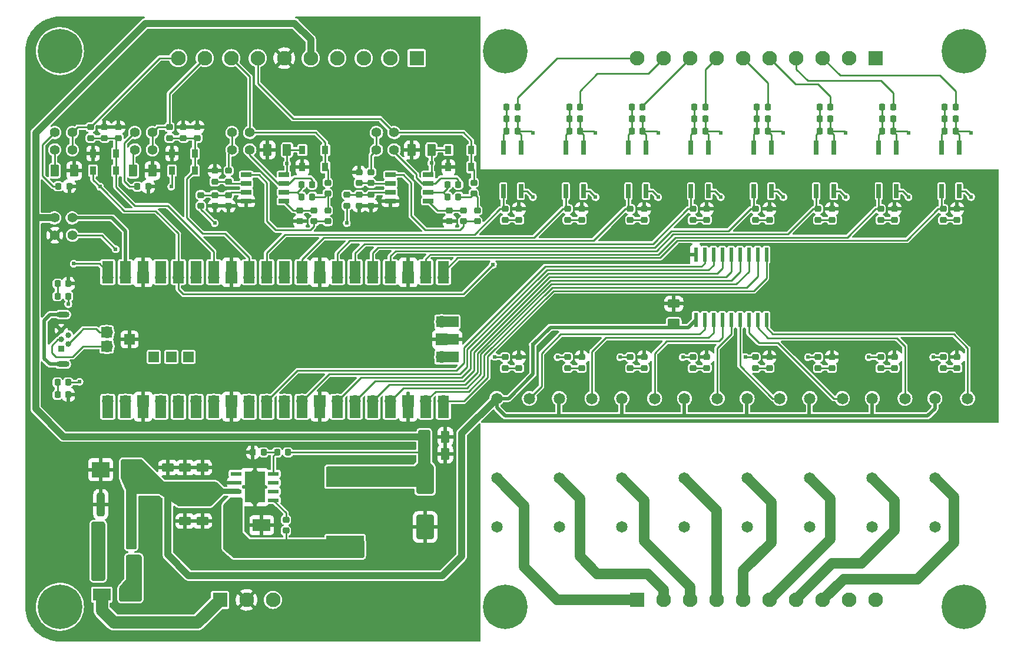
<source format=gtl>
%TF.GenerationSoftware,KiCad,Pcbnew,(5.99.0-7040-g8c08b861ab)*%
%TF.CreationDate,2021-03-18T10:44:16+08:00*%
%TF.ProjectId,PicoIndustrial,5069636f-496e-4647-9573-747269616c2e,rev?*%
%TF.SameCoordinates,Original*%
%TF.FileFunction,Copper,L1,Top*%
%TF.FilePolarity,Positive*%
%FSLAX46Y46*%
G04 Gerber Fmt 4.6, Leading zero omitted, Abs format (unit mm)*
G04 Created by KiCad (PCBNEW (5.99.0-7040-g8c08b861ab)) date 2021-03-18 10:44:16*
%MOMM*%
%LPD*%
G01*
G04 APERTURE LIST*
G04 Aperture macros list*
%AMRoundRect*
0 Rectangle with rounded corners*
0 $1 Rounding radius*
0 $2 $3 $4 $5 $6 $7 $8 $9 X,Y pos of 4 corners*
0 Add a 4 corners polygon primitive as box body*
4,1,4,$2,$3,$4,$5,$6,$7,$8,$9,$2,$3,0*
0 Add four circle primitives for the rounded corners*
1,1,$1+$1,$2,$3,0*
1,1,$1+$1,$4,$5,0*
1,1,$1+$1,$6,$7,0*
1,1,$1+$1,$8,$9,0*
0 Add four rect primitives between the rounded corners*
20,1,$1+$1,$2,$3,$4,$5,0*
20,1,$1+$1,$4,$5,$6,$7,0*
20,1,$1+$1,$6,$7,$8,$9,0*
20,1,$1+$1,$8,$9,$2,$3,0*%
G04 Aperture macros list end*
%TA.AperFunction,SMDPad,CuDef*%
%ADD10RoundRect,0.218750X0.256250X-0.218750X0.256250X0.218750X-0.256250X0.218750X-0.256250X-0.218750X0*%
%TD*%
%TA.AperFunction,SMDPad,CuDef*%
%ADD11RoundRect,0.218750X-0.256250X0.218750X-0.256250X-0.218750X0.256250X-0.218750X0.256250X0.218750X0*%
%TD*%
%TA.AperFunction,SMDPad,CuDef*%
%ADD12R,0.640000X2.000000*%
%TD*%
%TA.AperFunction,SMDPad,CuDef*%
%ADD13RoundRect,0.218750X0.218750X0.256250X-0.218750X0.256250X-0.218750X-0.256250X0.218750X-0.256250X0*%
%TD*%
%TA.AperFunction,ComponentPad*%
%ADD14C,1.400000*%
%TD*%
%TA.AperFunction,ComponentPad*%
%ADD15C,1.650000*%
%TD*%
%TA.AperFunction,SMDPad,CuDef*%
%ADD16R,2.500000X2.300000*%
%TD*%
%TA.AperFunction,SMDPad,CuDef*%
%ADD17R,1.528000X0.650000*%
%TD*%
%TA.AperFunction,ComponentPad*%
%ADD18R,2.100000X2.100000*%
%TD*%
%TA.AperFunction,ComponentPad*%
%ADD19C,2.100000*%
%TD*%
%TA.AperFunction,SMDPad,CuDef*%
%ADD20RoundRect,0.250000X-1.000000X1.500000X-1.000000X-1.500000X1.000000X-1.500000X1.000000X1.500000X0*%
%TD*%
%TA.AperFunction,ComponentPad*%
%ADD21R,0.840000X0.840000*%
%TD*%
%TA.AperFunction,ComponentPad*%
%ADD22C,0.840000*%
%TD*%
%TA.AperFunction,ComponentPad*%
%ADD23O,1.850000X0.850000*%
%TD*%
%TA.AperFunction,SMDPad,CuDef*%
%ADD24RoundRect,0.218750X-0.218750X-0.256250X0.218750X-0.256250X0.218750X0.256250X-0.218750X0.256250X0*%
%TD*%
%TA.AperFunction,SMDPad,CuDef*%
%ADD25RoundRect,0.250000X0.375000X0.625000X-0.375000X0.625000X-0.375000X-0.625000X0.375000X-0.625000X0*%
%TD*%
%TA.AperFunction,SMDPad,CuDef*%
%ADD26RoundRect,0.250000X-0.625000X0.375000X-0.625000X-0.375000X0.625000X-0.375000X0.625000X0.375000X0*%
%TD*%
%TA.AperFunction,SMDPad,CuDef*%
%ADD27R,0.900000X1.200000*%
%TD*%
%TA.AperFunction,SMDPad,CuDef*%
%ADD28RoundRect,0.250000X-0.375000X-0.625000X0.375000X-0.625000X0.375000X0.625000X-0.375000X0.625000X0*%
%TD*%
%TA.AperFunction,SMDPad,CuDef*%
%ADD29RoundRect,0.250000X0.625000X-0.375000X0.625000X0.375000X-0.625000X0.375000X-0.625000X-0.375000X0*%
%TD*%
%TA.AperFunction,SMDPad,CuDef*%
%ADD30R,2.500000X1.800000*%
%TD*%
%TA.AperFunction,SMDPad,CuDef*%
%ADD31R,5.400000X2.900000*%
%TD*%
%TA.AperFunction,ComponentPad*%
%ADD32C,6.400000*%
%TD*%
%TA.AperFunction,ComponentPad*%
%ADD33C,0.800000*%
%TD*%
%TA.AperFunction,SMDPad,CuDef*%
%ADD34R,1.600000X3.200000*%
%TD*%
%TA.AperFunction,ComponentPad*%
%ADD35O,1.700000X1.700000*%
%TD*%
%TA.AperFunction,ComponentPad*%
%ADD36R,1.700000X1.700000*%
%TD*%
%TA.AperFunction,SMDPad,CuDef*%
%ADD37R,3.200000X1.600000*%
%TD*%
%TA.AperFunction,SMDPad,CuDef*%
%ADD38R,1.500000X1.500000*%
%TD*%
%TA.AperFunction,SMDPad,CuDef*%
%ADD39R,1.550000X0.600000*%
%TD*%
%TA.AperFunction,ComponentPad*%
%ADD40C,0.600000*%
%TD*%
%TA.AperFunction,SMDPad,CuDef*%
%ADD41R,2.600000X3.100000*%
%TD*%
%TA.AperFunction,SMDPad,CuDef*%
%ADD42R,2.950000X4.500000*%
%TD*%
%TA.AperFunction,SMDPad,CuDef*%
%ADD43RoundRect,0.250000X0.312500X1.450000X-0.312500X1.450000X-0.312500X-1.450000X0.312500X-1.450000X0*%
%TD*%
%TA.AperFunction,SMDPad,CuDef*%
%ADD44RoundRect,0.250000X-0.312500X-1.450000X0.312500X-1.450000X0.312500X1.450000X-0.312500X1.450000X0*%
%TD*%
%TA.AperFunction,SMDPad,CuDef*%
%ADD45R,0.600000X2.000000*%
%TD*%
%TA.AperFunction,ViaPad*%
%ADD46C,0.610000*%
%TD*%
%TA.AperFunction,Conductor*%
%ADD47C,0.254000*%
%TD*%
%TA.AperFunction,Conductor*%
%ADD48C,0.500000*%
%TD*%
%TA.AperFunction,Conductor*%
%ADD49C,1.000000*%
%TD*%
%TA.AperFunction,Conductor*%
%ADD50C,1.500000*%
%TD*%
%TA.AperFunction,Conductor*%
%ADD51C,1.800000*%
%TD*%
G04 APERTURE END LIST*
D10*
%TO.P,D8,1,K*%
%TO.N,Net-(D8-Pad1)*%
X160000000Y-84287500D03*
%TO.P,D8,2,A*%
%TO.N,/E_4*%
X160000000Y-82712500D03*
%TD*%
D11*
%TO.P,C7,1*%
%TO.N,Net-(C7-Pad1)*%
X92500000Y-127462500D03*
%TO.P,C7,2*%
%TO.N,Net-(C7-Pad2)*%
X92500000Y-129037500D03*
%TD*%
D12*
%TO.P,U2,1*%
%TO.N,/IN_COM*%
X126270000Y-73850000D03*
%TO.P,U2,2*%
%TO.N,Net-(C11-Pad1)*%
X123730000Y-73850000D03*
%TO.P,U2,3*%
%TO.N,/E_0*%
X123730000Y-80150000D03*
%TO.P,U2,4*%
%TO.N,/+3.3v*%
X126270000Y-80150000D03*
%TD*%
D10*
%TO.P,R21,1*%
%TO.N,Net-(D6-Pad1)*%
X144000000Y-84287500D03*
%TO.P,R21,2*%
%TO.N,GND*%
X144000000Y-82712500D03*
%TD*%
%TO.P,D10,1,K*%
%TO.N,Net-(D10-Pad1)*%
X178000000Y-84287500D03*
%TO.P,D10,2,A*%
%TO.N,/E_6*%
X178000000Y-82712500D03*
%TD*%
D13*
%TO.P,R2,1*%
%TO.N,Net-(R1-Pad2)*%
X89287500Y-117750000D03*
%TO.P,R2,2*%
%TO.N,GND*%
X87712500Y-117750000D03*
%TD*%
D10*
%TO.P,R27,1*%
%TO.N,Net-(D12-Pad1)*%
X189000000Y-105624721D03*
%TO.P,R27,2*%
%TO.N,GND*%
X189000000Y-104049721D03*
%TD*%
%TO.P,R25,1*%
%TO.N,Net-(D10-Pad1)*%
X180000000Y-84287500D03*
%TO.P,R25,2*%
%TO.N,GND*%
X180000000Y-82712500D03*
%TD*%
D14*
%TO.P,JP5-2,1,1*%
%TO.N,Net-(J1-Pad30)*%
X61790000Y-86500000D03*
%TO.P,JP5-2,2,2*%
%TO.N,GND*%
X59250000Y-86500000D03*
%TD*%
D10*
%TO.P,R26,1*%
%TO.N,Net-(D11-Pad1)*%
X189000000Y-84287500D03*
%TO.P,R26,2*%
%TO.N,GND*%
X189000000Y-82712500D03*
%TD*%
D13*
%TO.P,R1,1*%
%TO.N,/+5v*%
X92787500Y-117750000D03*
%TO.P,R1,2*%
%TO.N,Net-(R1-Pad2)*%
X91212500Y-117750000D03*
%TD*%
D15*
%TO.P,K5,1,COIL_1*%
%TO.N,Net-(K5-Pad1)*%
X154500000Y-110000000D03*
%TO.P,K5,2,COIL_2*%
%TO.N,/+24v*%
X149800000Y-110000000D03*
%TO.P,K5,3,NO*%
%TO.N,/OUT_3*%
X149800000Y-121500000D03*
%TO.P,K5,4,COM*%
%TO.N,/OUT_COM*%
X149800000Y-128500000D03*
%TD*%
D10*
%TO.P,R34,1*%
%TO.N,Net-(D19-Pad1)*%
X126000000Y-105624721D03*
%TO.P,R34,2*%
%TO.N,GND*%
X126000000Y-104049721D03*
%TD*%
D14*
%TO.P,JP2-1,1,1*%
%TO.N,Net-(C20-Pad2)*%
X70750000Y-71710000D03*
%TO.P,JP2-1,2,2*%
%TO.N,/AIN_1*%
X73290000Y-71710000D03*
%TD*%
%TO.P,JP3-2,1,1*%
%TO.N,Net-(JP3-1-Pad1)*%
X84750000Y-74210000D03*
%TO.P,JP3-2,2,2*%
%TO.N,Net-(IC1-Pad7)*%
X87290000Y-74210000D03*
%TD*%
D16*
%TO.P,D2,1,A1*%
%TO.N,GND*%
X65850000Y-120250000D03*
%TO.P,D2,2,A2*%
%TO.N,/+24v*%
X70150000Y-120250000D03*
%TD*%
D12*
%TO.P,U5,1*%
%TO.N,/IN_COM*%
X153270000Y-73850000D03*
%TO.P,U5,2*%
%TO.N,Net-(C14-Pad1)*%
X150730000Y-73850000D03*
%TO.P,U5,3*%
%TO.N,/E_3*%
X150730000Y-80150000D03*
%TO.P,U5,4*%
%TO.N,/+3.3v*%
X153270000Y-80150000D03*
%TD*%
D17*
%TO.P,IC1,1,OUT1*%
%TO.N,Net-(IC1-Pad1)*%
X86789000Y-77805000D03*
%TO.P,IC1,2,IN1-*%
%TO.N,Net-(IC1-Pad2)*%
X86789000Y-79075000D03*
%TO.P,IC1,3,IN1+*%
%TO.N,Net-(C23-Pad2)*%
X86789000Y-80345000D03*
%TO.P,IC1,4,V-*%
%TO.N,GND*%
X86789000Y-81615000D03*
%TO.P,IC1,5,IN2+*%
%TO.N,Net-(IC1-Pad5)*%
X92211000Y-81615000D03*
%TO.P,IC1,6,IN2-*%
%TO.N,Net-(IC1-Pad6)*%
X92211000Y-80345000D03*
%TO.P,IC1,7,OUT2*%
%TO.N,Net-(IC1-Pad7)*%
X92211000Y-79075000D03*
%TO.P,IC1,8,V+*%
%TO.N,/+24v*%
X92211000Y-77805000D03*
%TD*%
D10*
%TO.P,D12,1,K*%
%TO.N,Net-(D12-Pad1)*%
X187000000Y-105624721D03*
%TO.P,D12,2,A*%
%TO.N,/Q_7*%
X187000000Y-104049721D03*
%TD*%
D11*
%TO.P,R47,1*%
%TO.N,GND*%
X103000000Y-77422500D03*
%TO.P,R47,2*%
%TO.N,Net-(IC2-Pad2)*%
X103000000Y-78997500D03*
%TD*%
D18*
%TO.P,J2,1,1*%
%TO.N,/OUT_0*%
X143000000Y-139000000D03*
D19*
%TO.P,J2,2,2*%
%TO.N,/OUT_1*%
X146810000Y-139000000D03*
%TO.P,J2,3,3*%
%TO.N,/OUT_2*%
X150620000Y-139000000D03*
%TO.P,J2,4,4*%
%TO.N,/OUT_3*%
X154430000Y-139000000D03*
%TO.P,J2,5,5*%
%TO.N,/OUT_4*%
X158240000Y-139000000D03*
%TO.P,J2,6,6*%
%TO.N,/OUT_5*%
X162050000Y-139000000D03*
%TO.P,J2,7,7*%
%TO.N,/OUT_6*%
X165860000Y-139000000D03*
%TO.P,J2,8,8*%
%TO.N,/OUT_7*%
X169670000Y-139000000D03*
%TO.P,J2,9,9*%
%TO.N,/OUT_COM*%
X173480000Y-139000000D03*
%TO.P,J2,10,10*%
X177290000Y-139000000D03*
%TD*%
D20*
%TO.P,C8,1*%
%TO.N,/+5v*%
X112500000Y-122000000D03*
%TO.P,C8,2*%
%TO.N,GND*%
X112500000Y-128500000D03*
%TD*%
D21*
%TO.P,J6,1,VBUS*%
%TO.N,Net-(J1-Pad40)*%
X60200000Y-102800000D03*
D22*
%TO.P,J6,2,D-*%
%TO.N,Net-(J1-PadTP2)*%
X61200000Y-102150000D03*
%TO.P,J6,3,D+*%
%TO.N,Net-(J1-PadTP3)*%
X60200000Y-101500000D03*
%TO.P,J6,4,ID*%
%TO.N,Net-(J6-Pad4)*%
X61200000Y-100850000D03*
%TO.P,J6,5,GND*%
%TO.N,GND*%
X60200000Y-100200000D03*
D23*
%TO.P,J6,6,Shield*%
%TO.N,/PE*%
X60420000Y-97925000D03*
X60420000Y-105075000D03*
%TD*%
D11*
%TO.P,R37,1*%
%TO.N,/AIN_0*%
X64400000Y-70922500D03*
%TO.P,R37,2*%
%TO.N,/AE_0*%
X64400000Y-72497500D03*
%TD*%
D24*
%TO.P,C14,1*%
%TO.N,Net-(C14-Pad1)*%
X151212500Y-71500000D03*
%TO.P,C14,2*%
%TO.N,/IN_COM*%
X152787500Y-71500000D03*
%TD*%
D11*
%TO.P,R46,1*%
%TO.N,GND*%
X82250000Y-77212500D03*
%TO.P,R46,2*%
%TO.N,Net-(IC1-Pad2)*%
X82250000Y-78787500D03*
%TD*%
D25*
%TO.P,C25,1*%
%TO.N,/+24v*%
X92650000Y-74210000D03*
%TO.P,C25,2*%
%TO.N,GND*%
X89850000Y-74210000D03*
%TD*%
D26*
%TO.P,C3,1*%
%TO.N,/+24v*%
X78000000Y-124850000D03*
%TO.P,C3,2*%
%TO.N,GND*%
X78000000Y-127650000D03*
%TD*%
D10*
%TO.P,R52,1*%
%TO.N,Net-(IC1-Pad1)*%
X98500000Y-84497500D03*
%TO.P,R52,2*%
%TO.N,Net-(R52-Pad2)*%
X98500000Y-82922500D03*
%TD*%
%TO.P,R29,1*%
%TO.N,Net-(D14-Pad1)*%
X171000000Y-105624721D03*
%TO.P,R29,2*%
%TO.N,GND*%
X171000000Y-104049721D03*
%TD*%
D27*
%TO.P,D27,1,K*%
%TO.N,/AOUT_1*%
X119150000Y-76710000D03*
%TO.P,D27,2,A*%
%TO.N,GND*%
X115850000Y-76710000D03*
%TD*%
D10*
%TO.P,D6,1,K*%
%TO.N,Net-(D6-Pad1)*%
X142000000Y-84287500D03*
%TO.P,D6,2,A*%
%TO.N,/E_2*%
X142000000Y-82712500D03*
%TD*%
D11*
%TO.P,R44,1*%
%TO.N,Net-(JP3-1-Pad1)*%
X84250000Y-77212500D03*
%TO.P,R44,2*%
%TO.N,Net-(IC1-Pad2)*%
X84250000Y-78787500D03*
%TD*%
D14*
%TO.P,JP4-2,1,1*%
%TO.N,Net-(JP4-1-Pad1)*%
X105500000Y-74210000D03*
%TO.P,JP4-2,2,2*%
%TO.N,Net-(IC2-Pad7)*%
X108040000Y-74210000D03*
%TD*%
D15*
%TO.P,K4,1,COIL_1*%
%TO.N,Net-(K4-Pad1)*%
X163500000Y-110000000D03*
%TO.P,K4,2,COIL_2*%
%TO.N,/+24v*%
X158800000Y-110000000D03*
%TO.P,K4,3,NO*%
%TO.N,/OUT_4*%
X158800000Y-121500000D03*
%TO.P,K4,4,COM*%
%TO.N,/OUT_COM*%
X158800000Y-128500000D03*
%TD*%
D10*
%TO.P,R43,1*%
%TO.N,/AQ_1*%
X101250000Y-82247500D03*
%TO.P,R43,2*%
%TO.N,Net-(C24-Pad2)*%
X101250000Y-80672500D03*
%TD*%
D15*
%TO.P,K1,1,COIL_1*%
%TO.N,Net-(K1-Pad1)*%
X190500000Y-110000000D03*
%TO.P,K1,2,COIL_2*%
%TO.N,/+24v*%
X185800000Y-110000000D03*
%TO.P,K1,3,NO*%
%TO.N,/OUT_7*%
X185800000Y-121500000D03*
%TO.P,K1,4,COM*%
%TO.N,/OUT_COM*%
X185800000Y-128500000D03*
%TD*%
D10*
%TO.P,R42,1*%
%TO.N,/AQ_0*%
X80250000Y-82287500D03*
%TO.P,R42,2*%
%TO.N,Net-(C23-Pad2)*%
X80250000Y-80712500D03*
%TD*%
D14*
%TO.P,JP5-1,1,1*%
%TO.N,Net-(J1-Pad39)*%
X61750000Y-84000000D03*
%TO.P,JP5-1,2,2*%
%TO.N,/+5v*%
X59210000Y-84000000D03*
%TD*%
D28*
%TO.P,R36,1*%
%TO.N,Net-(JP2-2-Pad1)*%
X70500000Y-77210000D03*
%TO.P,R36,2*%
%TO.N,GND*%
X73300000Y-77210000D03*
%TD*%
D11*
%TO.P,C21,1*%
%TO.N,GND*%
X68400000Y-70922500D03*
%TO.P,C21,2*%
%TO.N,/AE_0*%
X68400000Y-72497500D03*
%TD*%
D10*
%TO.P,R28,1*%
%TO.N,Net-(D13-Pad1)*%
X180000000Y-105624721D03*
%TO.P,R28,2*%
%TO.N,GND*%
X180000000Y-104049721D03*
%TD*%
D12*
%TO.P,U3,1*%
%TO.N,/IN_COM*%
X135270000Y-73850000D03*
%TO.P,U3,2*%
%TO.N,Net-(C12-Pad1)*%
X132730000Y-73850000D03*
%TO.P,U3,3*%
%TO.N,/E_1*%
X132730000Y-80150000D03*
%TO.P,U3,4*%
%TO.N,/+3.3v*%
X135270000Y-80150000D03*
%TD*%
D18*
%TO.P,J4,1,1*%
%TO.N,/GP3*%
X111290000Y-61000000D03*
D19*
%TO.P,J4,2,2*%
%TO.N,/GP2*%
X107480000Y-61000000D03*
%TO.P,J4,3,3*%
%TO.N,/GP1*%
X103670000Y-61000000D03*
%TO.P,J4,4,4*%
%TO.N,/GP0*%
X99860000Y-61000000D03*
%TO.P,J4,5,5*%
%TO.N,/+5v*%
X96050000Y-61000000D03*
%TO.P,J4,6,6*%
%TO.N,GND*%
X92240000Y-61000000D03*
%TO.P,J4,7,7*%
%TO.N,/AOUT_1*%
X88430000Y-61000000D03*
%TO.P,J4,8,8*%
%TO.N,/AOUT_0*%
X84620000Y-61000000D03*
%TO.P,J4,9,9*%
%TO.N,/AIN_1*%
X80810000Y-61000000D03*
%TO.P,J4,10,10*%
%TO.N,/AIN_0*%
X77000000Y-61000000D03*
%TD*%
D13*
%TO.P,R9,1*%
%TO.N,/IN_6*%
X179787500Y-68000000D03*
%TO.P,R9,2*%
%TO.N,Net-(C17-Pad1)*%
X178212500Y-68000000D03*
%TD*%
D29*
%TO.P,C29,1*%
%TO.N,/+24v*%
X148250000Y-99150000D03*
%TO.P,C29,2*%
%TO.N,GND*%
X148250000Y-96350000D03*
%TD*%
D30*
%TO.P,D3,1,K*%
%TO.N,Net-(C7-Pad2)*%
X85000000Y-128250000D03*
%TO.P,D3,2,A*%
%TO.N,GND*%
X89000000Y-128250000D03*
%TD*%
D10*
%TO.P,R31,1*%
%TO.N,Net-(D16-Pad1)*%
X153000000Y-105624721D03*
%TO.P,R31,2*%
%TO.N,GND*%
X153000000Y-104049721D03*
%TD*%
D11*
%TO.P,R45,1*%
%TO.N,Net-(JP4-1-Pad1)*%
X104750000Y-77422500D03*
%TO.P,R45,2*%
%TO.N,Net-(IC2-Pad2)*%
X104750000Y-78997500D03*
%TD*%
D13*
%TO.P,R7,1*%
%TO.N,/IN_4*%
X161787500Y-68000000D03*
%TO.P,R7,2*%
%TO.N,Net-(C15-Pad1)*%
X160212500Y-68000000D03*
%TD*%
D31*
%TO.P,L1,1,1*%
%TO.N,Net-(C7-Pad2)*%
X101000000Y-131200000D03*
%TO.P,L1,2,2*%
%TO.N,/+5v*%
X101000000Y-121300000D03*
%TD*%
D13*
%TO.P,R54,1*%
%TO.N,Net-(IC1-Pad7)*%
X96287500Y-79210000D03*
%TO.P,R54,2*%
%TO.N,Net-(IC1-Pad6)*%
X94712500Y-79210000D03*
%TD*%
D29*
%TO.P,C2,1*%
%TO.N,/+24v*%
X75500000Y-122750000D03*
%TO.P,C2,2*%
%TO.N,GND*%
X75500000Y-119950000D03*
%TD*%
D27*
%TO.P,D23,1,K*%
%TO.N,/AE_1*%
X79400000Y-74710000D03*
%TO.P,D23,2,A*%
%TO.N,GND*%
X76100000Y-74710000D03*
%TD*%
D11*
%TO.P,R49,1*%
%TO.N,Net-(IC1-Pad5)*%
X96500000Y-82922500D03*
%TO.P,R49,2*%
%TO.N,Net-(IC1-Pad1)*%
X96500000Y-84497500D03*
%TD*%
D32*
%TO.P,H6,1,1*%
%TO.N,/PE*%
X190000000Y-140000000D03*
D33*
X192400000Y-140000000D03*
X187600000Y-140000000D03*
X191697056Y-138302944D03*
X190000000Y-137600000D03*
X188302944Y-141697056D03*
X191697056Y-141697056D03*
X188302944Y-138302944D03*
X190000000Y-142400000D03*
%TD*%
D28*
%TO.P,C10,1*%
%TO.N,/+5v*%
X112600000Y-115500000D03*
%TO.P,C10,2*%
%TO.N,GND*%
X115400000Y-115500000D03*
%TD*%
D10*
%TO.P,R58,1*%
%TO.N,Net-(R52-Pad2)*%
X98500000Y-80497500D03*
%TO.P,R58,2*%
%TO.N,/AOUT_0*%
X98500000Y-78922500D03*
%TD*%
%TO.P,R50,1*%
%TO.N,GND*%
X116000000Y-84497500D03*
%TO.P,R50,2*%
%TO.N,Net-(IC2-Pad5)*%
X116000000Y-82922500D03*
%TD*%
D13*
%TO.P,R3,1*%
%TO.N,/IN_0*%
X125787500Y-68000000D03*
%TO.P,R3,2*%
%TO.N,Net-(C11-Pad1)*%
X124212500Y-68000000D03*
%TD*%
D10*
%TO.P,D19,1,K*%
%TO.N,Net-(D19-Pad1)*%
X124000000Y-105624721D03*
%TO.P,D19,2,A*%
%TO.N,/Q_0*%
X124000000Y-104049721D03*
%TD*%
D13*
%TO.P,R13,1*%
%TO.N,/IN_COM*%
X143787500Y-69750000D03*
%TO.P,R13,2*%
%TO.N,Net-(C13-Pad1)*%
X142212500Y-69750000D03*
%TD*%
D10*
%TO.P,C23,1*%
%TO.N,GND*%
X84250000Y-82287500D03*
%TO.P,C23,2*%
%TO.N,Net-(C23-Pad2)*%
X84250000Y-80712500D03*
%TD*%
D11*
%TO.P,C22,1*%
%TO.N,GND*%
X79750000Y-70922500D03*
%TO.P,C22,2*%
%TO.N,/AE_1*%
X79750000Y-72497500D03*
%TD*%
D13*
%TO.P,R15,1*%
%TO.N,/IN_COM*%
X161787500Y-69750000D03*
%TO.P,R15,2*%
%TO.N,Net-(C15-Pad1)*%
X160212500Y-69750000D03*
%TD*%
D26*
%TO.P,C6,1*%
%TO.N,/+24v*%
X80500000Y-124850000D03*
%TO.P,C6,2*%
%TO.N,GND*%
X80500000Y-127650000D03*
%TD*%
D28*
%TO.P,C9,1*%
%TO.N,/+5v*%
X112600000Y-118000000D03*
%TO.P,C9,2*%
%TO.N,GND*%
X115400000Y-118000000D03*
%TD*%
D10*
%TO.P,D14,1,K*%
%TO.N,Net-(D14-Pad1)*%
X169000000Y-105624721D03*
%TO.P,D14,2,A*%
%TO.N,/Q_5*%
X169000000Y-104049721D03*
%TD*%
%TO.P,D18,1,K*%
%TO.N,Net-(D18-Pad1)*%
X133000000Y-105624721D03*
%TO.P,D18,2,A*%
%TO.N,/Q_1*%
X133000000Y-104049721D03*
%TD*%
D12*
%TO.P,U7,1*%
%TO.N,/IN_COM*%
X171270000Y-73850000D03*
%TO.P,U7,2*%
%TO.N,Net-(C16-Pad1)*%
X168730000Y-73850000D03*
%TO.P,U7,3*%
%TO.N,/E_5*%
X168730000Y-80150000D03*
%TO.P,U7,4*%
%TO.N,/+3.3v*%
X171270000Y-80150000D03*
%TD*%
D13*
%TO.P,R14,1*%
%TO.N,/IN_COM*%
X152787500Y-69750000D03*
%TO.P,R14,2*%
%TO.N,Net-(C14-Pad1)*%
X151212500Y-69750000D03*
%TD*%
D24*
%TO.P,C13,1*%
%TO.N,Net-(C13-Pad1)*%
X142212500Y-71500000D03*
%TO.P,C13,2*%
%TO.N,/IN_COM*%
X143787500Y-71500000D03*
%TD*%
D34*
%TO.P,J1,1,GP0*%
%TO.N,/GP0*%
X66870000Y-111190000D03*
D35*
X66870000Y-110400000D03*
D34*
%TO.P,J1,2,GP1*%
%TO.N,/GP1*%
X69410000Y-111190000D03*
D35*
X69410000Y-110400000D03*
D34*
%TO.P,J1,3,GND_1*%
%TO.N,GND*%
X71950000Y-111190000D03*
D36*
X71950000Y-110400000D03*
D35*
%TO.P,J1,4,GP2*%
%TO.N,/GP2*%
X74490000Y-110400000D03*
D34*
X74490000Y-111190000D03*
%TO.P,J1,5,GP3*%
%TO.N,/GP3*%
X77030000Y-111190000D03*
D35*
X77030000Y-110400000D03*
D34*
%TO.P,J1,6,GP4*%
%TO.N,Net-(D28-Pad2)*%
X79570000Y-111190000D03*
D35*
X79570000Y-110400000D03*
D34*
%TO.P,J1,7,GP5*%
%TO.N,/AQ_0*%
X82110000Y-111190000D03*
D35*
X82110000Y-110400000D03*
D34*
%TO.P,J1,8,GND_2*%
%TO.N,GND*%
X84650000Y-111190000D03*
D36*
X84650000Y-110400000D03*
D34*
%TO.P,J1,9,GP6*%
%TO.N,/AQ_1*%
X87190000Y-111190000D03*
D35*
X87190000Y-110400000D03*
D34*
%TO.P,J1,10,GP7*%
%TO.N,/Q_0*%
X89730000Y-111190000D03*
D35*
X89730000Y-110400000D03*
%TO.P,J1,11,GP8*%
%TO.N,Net-(D29-Pad2)*%
X92270000Y-110400000D03*
D34*
X92270000Y-111190000D03*
%TO.P,J1,12,GP9*%
%TO.N,/Q_1*%
X94810000Y-111190000D03*
D35*
X94810000Y-110400000D03*
D36*
%TO.P,J1,13,GND_3*%
%TO.N,GND*%
X97350000Y-110400000D03*
D34*
X97350000Y-111190000D03*
D35*
%TO.P,J1,14,GP10*%
%TO.N,/Q_2*%
X99890000Y-110400000D03*
D34*
X99890000Y-111190000D03*
%TO.P,J1,15,GP11*%
%TO.N,/Q_3*%
X102430000Y-111190000D03*
D35*
X102430000Y-110400000D03*
D34*
%TO.P,J1,16,GP12*%
%TO.N,/Q_4*%
X104970000Y-111190000D03*
D35*
X104970000Y-110400000D03*
D34*
%TO.P,J1,17,GP13*%
%TO.N,/Q_5*%
X107510000Y-111190000D03*
D35*
X107510000Y-110400000D03*
D34*
%TO.P,J1,18,GND_4*%
%TO.N,GND*%
X110050000Y-111190000D03*
D36*
X110050000Y-110400000D03*
D35*
%TO.P,J1,19,GP14*%
%TO.N,/Q_6*%
X112590000Y-110400000D03*
D34*
X112590000Y-111190000D03*
D35*
%TO.P,J1,20,GP15*%
%TO.N,/Q_7*%
X115130000Y-110400000D03*
D34*
X115130000Y-111190000D03*
D35*
%TO.P,J1,21,GP16*%
%TO.N,/E_7*%
X115130000Y-92620000D03*
D34*
X115130000Y-91810000D03*
D35*
%TO.P,J1,22,GP17*%
%TO.N,/E_6*%
X112590000Y-92620000D03*
D34*
X112590000Y-91810000D03*
%TO.P,J1,23,GND_5*%
%TO.N,GND*%
X110050000Y-91810000D03*
D36*
X110050000Y-92620000D03*
D34*
%TO.P,J1,24,GP18*%
%TO.N,/E_5*%
X107510000Y-91810000D03*
D35*
X107510000Y-92620000D03*
D34*
%TO.P,J1,25,GP19*%
%TO.N,/E_4*%
X104970000Y-91810000D03*
D35*
X104970000Y-92620000D03*
%TO.P,J1,26,GP20*%
%TO.N,/E_3*%
X102430000Y-92620000D03*
D34*
X102430000Y-91810000D03*
D35*
%TO.P,J1,27,GP21*%
%TO.N,/E_2*%
X99890000Y-92620000D03*
D34*
X99890000Y-91810000D03*
%TO.P,J1,28,GND_6*%
%TO.N,GND*%
X97350000Y-91810000D03*
D36*
X97350000Y-92620000D03*
D35*
%TO.P,J1,29,GP22*%
%TO.N,/E_1*%
X94810000Y-92620000D03*
D34*
X94810000Y-91810000D03*
%TO.P,J1,30,RUN*%
%TO.N,Net-(J1-Pad30)*%
X92270000Y-91810000D03*
D35*
X92270000Y-92620000D03*
D34*
%TO.P,J1,31,GP26_A0*%
%TO.N,/E_0*%
X89730000Y-91810000D03*
D35*
X89730000Y-92620000D03*
%TO.P,J1,32,GP27_A1*%
%TO.N,/AE_1*%
X87190000Y-92620000D03*
D34*
X87190000Y-91810000D03*
%TO.P,J1,33,GND_7*%
%TO.N,GND*%
X84650000Y-91810000D03*
D36*
X84650000Y-92620000D03*
D34*
%TO.P,J1,34,GP28_A2*%
%TO.N,/AE_0*%
X82110000Y-91810000D03*
D35*
X82110000Y-92620000D03*
%TO.P,J1,35,ADC_VREF*%
%TO.N,Net-(J1-Pad35)*%
X79570000Y-92620000D03*
D34*
X79570000Y-91810000D03*
D35*
%TO.P,J1,36,3V3(OUT)*%
%TO.N,/+3.3v*%
X77030000Y-92620000D03*
D34*
X77030000Y-91810000D03*
%TO.P,J1,37,3V3_EN*%
%TO.N,Net-(J1-Pad37)*%
X74490000Y-91810000D03*
D35*
X74490000Y-92620000D03*
D36*
%TO.P,J1,38,GND_8*%
%TO.N,GND*%
X71950000Y-92620000D03*
D34*
X71950000Y-91810000D03*
%TO.P,J1,39,VSYS*%
%TO.N,Net-(J1-Pad39)*%
X69410000Y-91810000D03*
D35*
X69410000Y-92620000D03*
%TO.P,J1,40,VBUS*%
%TO.N,Net-(J1-Pad40)*%
X66870000Y-92620000D03*
D34*
X66870000Y-91810000D03*
D37*
%TO.P,J1,D1,SWCLK*%
%TO.N,Net-(J1-PadD1)*%
X115700000Y-104040000D03*
D35*
X114900000Y-104050000D03*
D37*
%TO.P,J1,D2,GND_9*%
%TO.N,GND*%
X115700000Y-101500000D03*
D36*
X114900000Y-101510000D03*
D35*
%TO.P,J1,D3,SWDIO*%
%TO.N,Net-(J1-PadD3)*%
X114900000Y-98970000D03*
D37*
X115700000Y-98960000D03*
D38*
%TO.P,J1,TP1,GND_10*%
%TO.N,GND*%
X70000000Y-101500000D03*
D35*
%TO.P,J1,TP2,USB_DM*%
%TO.N,Net-(J1-PadTP2)*%
X66750000Y-100500000D03*
D38*
X66700000Y-100500000D03*
%TO.P,J1,TP3,USB_DP*%
%TO.N,Net-(J1-PadTP3)*%
X66700000Y-102500000D03*
D35*
X66750000Y-102500000D03*
D38*
%TO.P,J1,TP4,GPIO23/SMPS_PS_PIN_(DO_NOT_USE)*%
%TO.N,Net-(J1-PadTP4)*%
X73500000Y-104000000D03*
%TO.P,J1,TP5,GPIO25/LED_(NOT_RECOMMENDED_TO_BE_USED)*%
%TO.N,Net-(J1-PadTP5)*%
X76000000Y-104000000D03*
%TO.P,J1,TP6,BOOTSEL*%
%TO.N,Net-(J1-PadTP6)*%
X78500000Y-104000000D03*
%TD*%
D15*
%TO.P,K8,1,COIL_1*%
%TO.N,Net-(K8-Pad1)*%
X127500000Y-110000000D03*
%TO.P,K8,2,COIL_2*%
%TO.N,/+24v*%
X122800000Y-110000000D03*
%TO.P,K8,3,NO*%
%TO.N,/OUT_0*%
X122800000Y-121500000D03*
%TO.P,K8,4,COM*%
%TO.N,/OUT_COM*%
X122800000Y-128500000D03*
%TD*%
D24*
%TO.P,C15,1*%
%TO.N,Net-(C15-Pad1)*%
X160212500Y-71500000D03*
%TO.P,C15,2*%
%TO.N,/IN_COM*%
X161787500Y-71500000D03*
%TD*%
D10*
%TO.P,C28,1*%
%TO.N,GND*%
X103000000Y-82247500D03*
%TO.P,C28,2*%
%TO.N,Net-(C24-Pad2)*%
X103000000Y-80672500D03*
%TD*%
D17*
%TO.P,IC2,1,OUT1*%
%TO.N,Net-(IC2-Pad1)*%
X107539000Y-77805000D03*
%TO.P,IC2,2,IN1-*%
%TO.N,Net-(IC2-Pad2)*%
X107539000Y-79075000D03*
%TO.P,IC2,3,IN1+*%
%TO.N,Net-(C24-Pad2)*%
X107539000Y-80345000D03*
%TO.P,IC2,4,V-*%
%TO.N,GND*%
X107539000Y-81615000D03*
%TO.P,IC2,5,IN2+*%
%TO.N,Net-(IC2-Pad5)*%
X112961000Y-81615000D03*
%TO.P,IC2,6,IN2-*%
%TO.N,Net-(IC2-Pad6)*%
X112961000Y-80345000D03*
%TO.P,IC2,7,OUT2*%
%TO.N,Net-(IC2-Pad7)*%
X112961000Y-79075000D03*
%TO.P,IC2,8,V+*%
%TO.N,/+24v*%
X112961000Y-77805000D03*
%TD*%
D24*
%TO.P,R61,1*%
%TO.N,Net-(D29-Pad1)*%
X59632500Y-93475000D03*
%TO.P,R61,2*%
%TO.N,GND*%
X61207500Y-93475000D03*
%TD*%
D10*
%TO.P,R30,1*%
%TO.N,Net-(D15-Pad1)*%
X162000000Y-105624721D03*
%TO.P,R30,2*%
%TO.N,GND*%
X162000000Y-104049721D03*
%TD*%
D11*
%TO.P,R51,1*%
%TO.N,Net-(IC2-Pad5)*%
X118000000Y-82922500D03*
%TO.P,R51,2*%
%TO.N,Net-(IC2-Pad1)*%
X118000000Y-84497500D03*
%TD*%
D15*
%TO.P,K7,1,COIL_1*%
%TO.N,Net-(K7-Pad1)*%
X136500000Y-110000000D03*
%TO.P,K7,2,COIL_2*%
%TO.N,/+24v*%
X131800000Y-110000000D03*
%TO.P,K7,3,NO*%
%TO.N,/OUT_1*%
X131800000Y-121500000D03*
%TO.P,K7,4,COM*%
%TO.N,/OUT_COM*%
X131800000Y-128500000D03*
%TD*%
D30*
%TO.P,D1,1,K*%
%TO.N,Net-(D1-Pad1)*%
X70000000Y-138250000D03*
%TO.P,D1,2,A*%
%TO.N,Net-(D1-Pad2)*%
X66000000Y-138250000D03*
%TD*%
D13*
%TO.P,R8,1*%
%TO.N,/IN_5*%
X170787500Y-68000000D03*
%TO.P,R8,2*%
%TO.N,Net-(C16-Pad1)*%
X169212500Y-68000000D03*
%TD*%
D33*
%TO.P,H5,1,1*%
%TO.N,/PE*%
X126400000Y-140000000D03*
X125697056Y-141697056D03*
D32*
X124000000Y-140000000D03*
D33*
X124000000Y-142400000D03*
X125697056Y-138302944D03*
X121600000Y-140000000D03*
X122302944Y-141697056D03*
X124000000Y-137600000D03*
X122302944Y-138302944D03*
%TD*%
D10*
%TO.P,C27,1*%
%TO.N,GND*%
X82250000Y-82287500D03*
%TO.P,C27,2*%
%TO.N,Net-(C23-Pad2)*%
X82250000Y-80712500D03*
%TD*%
%TO.P,D17,1,K*%
%TO.N,Net-(D17-Pad1)*%
X142000000Y-105624721D03*
%TO.P,D17,2,A*%
%TO.N,/Q_2*%
X142000000Y-104049721D03*
%TD*%
D18*
%TO.P,J3,1,1*%
%TO.N,/IN_COM*%
X177290000Y-61000000D03*
D19*
%TO.P,J3,2,2*%
X173480000Y-61000000D03*
%TO.P,J3,3,3*%
%TO.N,/IN_7*%
X169670000Y-61000000D03*
%TO.P,J3,4,4*%
%TO.N,/IN_6*%
X165860000Y-61000000D03*
%TO.P,J3,5,5*%
%TO.N,/IN_5*%
X162050000Y-61000000D03*
%TO.P,J3,6,6*%
%TO.N,/IN_4*%
X158240000Y-61000000D03*
%TO.P,J3,7,7*%
%TO.N,/IN_3*%
X154430000Y-61000000D03*
%TO.P,J3,8,8*%
%TO.N,/IN_2*%
X150620000Y-61000000D03*
%TO.P,J3,9,9*%
%TO.N,/IN_1*%
X146810000Y-61000000D03*
%TO.P,J3,10,10*%
%TO.N,/IN_0*%
X143000000Y-61000000D03*
%TD*%
D24*
%TO.P,D28,1,K*%
%TO.N,Net-(D28-Pad1)*%
X59632500Y-107675000D03*
%TO.P,D28,2,A*%
%TO.N,Net-(D28-Pad2)*%
X61207500Y-107675000D03*
%TD*%
D10*
%TO.P,R40,1*%
%TO.N,/AE_1*%
X77750000Y-72497500D03*
%TO.P,R40,2*%
%TO.N,GND*%
X77750000Y-70922500D03*
%TD*%
%TO.P,R20,1*%
%TO.N,Net-(D5-Pad1)*%
X135000000Y-84287500D03*
%TO.P,R20,2*%
%TO.N,GND*%
X135000000Y-82712500D03*
%TD*%
%TO.P,R59,1*%
%TO.N,Net-(R53-Pad2)*%
X119500000Y-80497500D03*
%TO.P,R59,2*%
%TO.N,/AOUT_1*%
X119500000Y-78922500D03*
%TD*%
D27*
%TO.P,D24,1,K*%
%TO.N,/+24v*%
X94850000Y-74210000D03*
%TO.P,D24,2,A*%
%TO.N,/AOUT_0*%
X98150000Y-74210000D03*
%TD*%
D13*
%TO.P,R5,1*%
%TO.N,/IN_2*%
X143787500Y-68000000D03*
%TO.P,R5,2*%
%TO.N,Net-(C13-Pad1)*%
X142212500Y-68000000D03*
%TD*%
D14*
%TO.P,JP4-1,1,1*%
%TO.N,Net-(JP4-1-Pad1)*%
X105500000Y-71710000D03*
%TO.P,JP4-1,2,2*%
%TO.N,/AOUT_1*%
X108040000Y-71710000D03*
%TD*%
D10*
%TO.P,R53,1*%
%TO.N,Net-(IC2-Pad1)*%
X120000000Y-84497500D03*
%TO.P,R53,2*%
%TO.N,Net-(R53-Pad2)*%
X120000000Y-82922500D03*
%TD*%
D39*
%TO.P,U1,1,BOOT*%
%TO.N,Net-(C7-Pad1)*%
X90700000Y-124655000D03*
%TO.P,U1,2,NC*%
%TO.N,Net-(U1-Pad2)*%
X90700000Y-123385000D03*
%TO.P,U1,3,NC*%
%TO.N,Net-(U1-Pad3)*%
X90700000Y-122115000D03*
%TO.P,U1,4,VSENSE*%
%TO.N,Net-(R1-Pad2)*%
X90700000Y-120845000D03*
%TO.P,U1,5,EN*%
%TO.N,Net-(U1-Pad5)*%
X85300000Y-120845000D03*
%TO.P,U1,6,GND*%
%TO.N,GND*%
X85300000Y-122115000D03*
%TO.P,U1,7,VIN*%
%TO.N,/+24v*%
X85300000Y-123385000D03*
%TO.P,U1,8,PH*%
%TO.N,Net-(C7-Pad2)*%
X85300000Y-124655000D03*
D40*
%TO.P,U1,9,GNDPAD*%
%TO.N,GND*%
X88600000Y-124550000D03*
X87400000Y-122050000D03*
X88600000Y-123350000D03*
X87400000Y-123350000D03*
X88600000Y-120950000D03*
X87400000Y-124550000D03*
D41*
X88000000Y-122750000D03*
D40*
X87400000Y-120950000D03*
X88600000Y-122050000D03*
D42*
X88000000Y-122750000D03*
%TD*%
D24*
%TO.P,C17,1*%
%TO.N,Net-(C17-Pad1)*%
X178212500Y-71500000D03*
%TO.P,C17,2*%
%TO.N,/IN_COM*%
X179787500Y-71500000D03*
%TD*%
D43*
%TO.P,F1,1*%
%TO.N,Net-(D1-Pad1)*%
X70137500Y-134250000D03*
%TO.P,F1,2*%
%TO.N,Net-(F1-Pad2)*%
X65862500Y-134250000D03*
%TD*%
D24*
%TO.P,R57,1*%
%TO.N,Net-(IC2-Pad6)*%
X115712500Y-80960000D03*
%TO.P,R57,2*%
%TO.N,Net-(R53-Pad2)*%
X117287500Y-80960000D03*
%TD*%
D12*
%TO.P,U4,1*%
%TO.N,/IN_COM*%
X144270000Y-73850000D03*
%TO.P,U4,2*%
%TO.N,Net-(C13-Pad1)*%
X141730000Y-73850000D03*
%TO.P,U4,3*%
%TO.N,/E_2*%
X141730000Y-80150000D03*
%TO.P,U4,4*%
%TO.N,/+3.3v*%
X144270000Y-80150000D03*
%TD*%
D27*
%TO.P,D20,1,K*%
%TO.N,/+3.3v*%
X64750000Y-77210000D03*
%TO.P,D20,2,A*%
%TO.N,/AE_0*%
X68050000Y-77210000D03*
%TD*%
D33*
%TO.P,H3,1,1*%
%TO.N,/PE*%
X188302944Y-58302944D03*
X190000000Y-57600000D03*
X192400000Y-60000000D03*
X191697056Y-61697056D03*
D32*
X190000000Y-60000000D03*
D33*
X191697056Y-58302944D03*
X190000000Y-62400000D03*
X187600000Y-60000000D03*
X188302944Y-61697056D03*
%TD*%
D13*
%TO.P,C20,1*%
%TO.N,GND*%
X72687500Y-79500000D03*
%TO.P,C20,2*%
%TO.N,Net-(C20-Pad2)*%
X71112500Y-79500000D03*
%TD*%
D27*
%TO.P,D22,1,K*%
%TO.N,/+3.3v*%
X76100000Y-77210000D03*
%TO.P,D22,2,A*%
%TO.N,/AE_1*%
X79400000Y-77210000D03*
%TD*%
D25*
%TO.P,C26,1*%
%TO.N,/+24v*%
X113400000Y-74210000D03*
%TO.P,C26,2*%
%TO.N,GND*%
X110600000Y-74210000D03*
%TD*%
D32*
%TO.P,H4,1,1*%
%TO.N,/PE*%
X60000000Y-140000000D03*
D33*
X60000000Y-137600000D03*
X61697056Y-138302944D03*
X60000000Y-142400000D03*
X58302944Y-138302944D03*
X61697056Y-141697056D03*
X62400000Y-140000000D03*
X58302944Y-141697056D03*
X57600000Y-140000000D03*
%TD*%
D24*
%TO.P,R60,1*%
%TO.N,Net-(D28-Pad1)*%
X59632500Y-109475000D03*
%TO.P,R60,2*%
%TO.N,GND*%
X61207500Y-109475000D03*
%TD*%
%TO.P,C11,1*%
%TO.N,Net-(C11-Pad1)*%
X124212500Y-71500000D03*
%TO.P,C11,2*%
%TO.N,/IN_COM*%
X125787500Y-71500000D03*
%TD*%
D10*
%TO.P,R24,1*%
%TO.N,Net-(D9-Pad1)*%
X171000000Y-84287500D03*
%TO.P,R24,2*%
%TO.N,GND*%
X171000000Y-82712500D03*
%TD*%
%TO.P,D5,1,K*%
%TO.N,Net-(D5-Pad1)*%
X133000000Y-84287500D03*
%TO.P,D5,2,A*%
%TO.N,/E_1*%
X133000000Y-82712500D03*
%TD*%
D13*
%TO.P,R11,1*%
%TO.N,/IN_COM*%
X125787500Y-69750000D03*
%TO.P,R11,2*%
%TO.N,Net-(C11-Pad1)*%
X124212500Y-69750000D03*
%TD*%
D15*
%TO.P,K3,1,COIL_1*%
%TO.N,Net-(K3-Pad1)*%
X172500000Y-110000000D03*
%TO.P,K3,2,COIL_2*%
%TO.N,/+24v*%
X167800000Y-110000000D03*
%TO.P,K3,3,NO*%
%TO.N,/OUT_5*%
X167800000Y-121500000D03*
%TO.P,K3,4,COM*%
%TO.N,/OUT_COM*%
X167800000Y-128500000D03*
%TD*%
%TO.P,K2,1,COIL_1*%
%TO.N,Net-(K2-Pad1)*%
X181500000Y-110000000D03*
%TO.P,K2,2,COIL_2*%
%TO.N,/+24v*%
X176800000Y-110000000D03*
%TO.P,K2,3,NO*%
%TO.N,/OUT_6*%
X176800000Y-121500000D03*
%TO.P,K2,4,COM*%
%TO.N,/OUT_COM*%
X176800000Y-128500000D03*
%TD*%
D44*
%TO.P,FB1,1*%
%TO.N,Net-(F1-Pad2)*%
X65862500Y-129750000D03*
%TO.P,FB1,2*%
%TO.N,/+24v*%
X70137500Y-129750000D03*
%TD*%
D13*
%TO.P,R56,1*%
%TO.N,Net-(IC2-Pad7)*%
X117287500Y-79210000D03*
%TO.P,R56,2*%
%TO.N,Net-(IC2-Pad6)*%
X115712500Y-79210000D03*
%TD*%
%TO.P,R18,1*%
%TO.N,/IN_COM*%
X188787500Y-69750000D03*
%TO.P,R18,2*%
%TO.N,Net-(C18-Pad1)*%
X187212500Y-69750000D03*
%TD*%
D18*
%TO.P,J5,1,1*%
%TO.N,Net-(D1-Pad2)*%
X83000000Y-139000000D03*
D19*
%TO.P,J5,2,2*%
%TO.N,GND*%
X86810000Y-139000000D03*
%TO.P,J5,3,3*%
%TO.N,/PE*%
X90620000Y-139000000D03*
%TD*%
D10*
%TO.P,R48,1*%
%TO.N,GND*%
X94500000Y-84497500D03*
%TO.P,R48,2*%
%TO.N,Net-(IC1-Pad5)*%
X94500000Y-82922500D03*
%TD*%
D33*
%TO.P,H1,1,1*%
%TO.N,/PE*%
X60000000Y-57600000D03*
X57600000Y-60000000D03*
X58302944Y-58302944D03*
X60000000Y-62400000D03*
X58302944Y-61697056D03*
D32*
X60000000Y-60000000D03*
D33*
X62400000Y-60000000D03*
X61697056Y-61697056D03*
X61697056Y-58302944D03*
%TD*%
D13*
%TO.P,R17,1*%
%TO.N,/IN_COM*%
X179787500Y-69750000D03*
%TO.P,R17,2*%
%TO.N,Net-(C17-Pad1)*%
X178212500Y-69750000D03*
%TD*%
D28*
%TO.P,R35,1*%
%TO.N,Net-(JP1-2-Pad1)*%
X59250000Y-77210000D03*
%TO.P,R35,2*%
%TO.N,GND*%
X62050000Y-77210000D03*
%TD*%
D45*
%TO.P,Q1,1,IN1*%
%TO.N,/Q_7*%
X161580000Y-89300000D03*
%TO.P,Q1,2,IN2*%
%TO.N,/Q_6*%
X160310000Y-89300000D03*
%TO.P,Q1,3,IN3*%
%TO.N,/Q_5*%
X159040000Y-89300000D03*
%TO.P,Q1,4,IN4*%
%TO.N,/Q_4*%
X157770000Y-89300000D03*
%TO.P,Q1,5,IN5*%
%TO.N,/Q_3*%
X156500000Y-89300000D03*
%TO.P,Q1,6,IN6*%
%TO.N,/Q_2*%
X155230000Y-89300000D03*
%TO.P,Q1,7,IN7*%
%TO.N,/Q_1*%
X153960000Y-89300000D03*
%TO.P,Q1,8,IN8*%
%TO.N,/Q_0*%
X152690000Y-89300000D03*
%TO.P,Q1,9,GND*%
%TO.N,GND*%
X151420000Y-89300000D03*
%TO.P,Q1,10,COM*%
%TO.N,/+24v*%
X151420000Y-98700000D03*
%TO.P,Q1,11,OUT8*%
%TO.N,Net-(K8-Pad1)*%
X152690000Y-98700000D03*
%TO.P,Q1,12,OUT7*%
%TO.N,Net-(K7-Pad1)*%
X153960000Y-98700000D03*
%TO.P,Q1,13,OUT6*%
%TO.N,Net-(K6-Pad1)*%
X155230000Y-98700000D03*
%TO.P,Q1,14,OUT5*%
%TO.N,Net-(K5-Pad1)*%
X156500000Y-98700000D03*
%TO.P,Q1,15,OUT4*%
%TO.N,Net-(K4-Pad1)*%
X157770000Y-98700000D03*
%TO.P,Q1,16,OUT3*%
%TO.N,Net-(K3-Pad1)*%
X159040000Y-98700000D03*
%TO.P,Q1,17,OUT2*%
%TO.N,Net-(K2-Pad1)*%
X160310000Y-98700000D03*
%TO.P,Q1,18,OUT1*%
%TO.N,Net-(K1-Pad1)*%
X161580000Y-98700000D03*
%TD*%
D33*
%TO.P,H2,1,1*%
%TO.N,/PE*%
X122302944Y-61697056D03*
X125697056Y-58302944D03*
X124000000Y-57600000D03*
X124000000Y-62400000D03*
D32*
X124000000Y-60000000D03*
D33*
X125697056Y-61697056D03*
X126400000Y-60000000D03*
X122302944Y-58302944D03*
X121600000Y-60000000D03*
%TD*%
D10*
%TO.P,D7,1,K*%
%TO.N,Net-(D7-Pad1)*%
X151000000Y-84287500D03*
%TO.P,D7,2,A*%
%TO.N,/E_3*%
X151000000Y-82712500D03*
%TD*%
%TO.P,D11,1,K*%
%TO.N,Net-(D11-Pad1)*%
X187000000Y-84287500D03*
%TO.P,D11,2,A*%
%TO.N,/E_7*%
X187000000Y-82712500D03*
%TD*%
D24*
%TO.P,C12,1*%
%TO.N,Net-(C12-Pad1)*%
X133212500Y-71500000D03*
%TO.P,C12,2*%
%TO.N,/IN_COM*%
X134787500Y-71500000D03*
%TD*%
D13*
%TO.P,R12,1*%
%TO.N,/IN_COM*%
X134787500Y-69750000D03*
%TO.P,R12,2*%
%TO.N,Net-(C12-Pad1)*%
X133212500Y-69750000D03*
%TD*%
D14*
%TO.P,JP3-1,1,1*%
%TO.N,Net-(JP3-1-Pad1)*%
X84750000Y-71710000D03*
%TO.P,JP3-1,2,2*%
%TO.N,/AOUT_0*%
X87290000Y-71710000D03*
%TD*%
D13*
%TO.P,R6,1*%
%TO.N,/IN_3*%
X152787500Y-68000000D03*
%TO.P,R6,2*%
%TO.N,Net-(C14-Pad1)*%
X151212500Y-68000000D03*
%TD*%
D27*
%TO.P,D21,1,K*%
%TO.N,/AE_0*%
X68050000Y-74710000D03*
%TO.P,D21,2,A*%
%TO.N,GND*%
X64750000Y-74710000D03*
%TD*%
D11*
%TO.P,R38,1*%
%TO.N,/AIN_1*%
X75750000Y-70922500D03*
%TO.P,R38,2*%
%TO.N,/AE_1*%
X75750000Y-72497500D03*
%TD*%
D13*
%TO.P,R4,1*%
%TO.N,/IN_1*%
X134787500Y-68000000D03*
%TO.P,R4,2*%
%TO.N,Net-(C12-Pad1)*%
X133212500Y-68000000D03*
%TD*%
D24*
%TO.P,C16,1*%
%TO.N,Net-(C16-Pad1)*%
X169212500Y-71500000D03*
%TO.P,C16,2*%
%TO.N,/IN_COM*%
X170787500Y-71500000D03*
%TD*%
D10*
%TO.P,R19,1*%
%TO.N,Net-(D4-Pad1)*%
X126000000Y-84287500D03*
%TO.P,R19,2*%
%TO.N,GND*%
X126000000Y-82712500D03*
%TD*%
%TO.P,D9,1,K*%
%TO.N,Net-(D9-Pad1)*%
X169000000Y-84287500D03*
%TO.P,D9,2,A*%
%TO.N,/E_5*%
X169000000Y-82712500D03*
%TD*%
%TO.P,R23,1*%
%TO.N,Net-(D8-Pad1)*%
X162000000Y-84287500D03*
%TO.P,R23,2*%
%TO.N,GND*%
X162000000Y-82712500D03*
%TD*%
D27*
%TO.P,D25,1,K*%
%TO.N,/AOUT_0*%
X98150000Y-76710000D03*
%TO.P,D25,2,A*%
%TO.N,GND*%
X94850000Y-76710000D03*
%TD*%
D12*
%TO.P,U9,1*%
%TO.N,/IN_COM*%
X189270000Y-73850000D03*
%TO.P,U9,2*%
%TO.N,Net-(C18-Pad1)*%
X186730000Y-73850000D03*
%TO.P,U9,3*%
%TO.N,/E_7*%
X186730000Y-80150000D03*
%TO.P,U9,4*%
%TO.N,/+3.3v*%
X189270000Y-80150000D03*
%TD*%
D13*
%TO.P,C19,1*%
%TO.N,GND*%
X61337500Y-79460000D03*
%TO.P,C19,2*%
%TO.N,Net-(C19-Pad2)*%
X59762500Y-79460000D03*
%TD*%
D10*
%TO.P,R39,1*%
%TO.N,/AE_0*%
X66400000Y-72497500D03*
%TO.P,R39,2*%
%TO.N,GND*%
X66400000Y-70922500D03*
%TD*%
%TO.P,C24,1*%
%TO.N,GND*%
X104750000Y-82247500D03*
%TO.P,C24,2*%
%TO.N,Net-(C24-Pad2)*%
X104750000Y-80672500D03*
%TD*%
D27*
%TO.P,D26,1,K*%
%TO.N,/+24v*%
X115850000Y-74210000D03*
%TO.P,D26,2,A*%
%TO.N,/AOUT_1*%
X119150000Y-74210000D03*
%TD*%
D15*
%TO.P,K6,1,COIL_1*%
%TO.N,Net-(K6-Pad1)*%
X145500000Y-110000000D03*
%TO.P,K6,2,COIL_2*%
%TO.N,/+24v*%
X140800000Y-110000000D03*
%TO.P,K6,3,NO*%
%TO.N,/OUT_2*%
X140800000Y-121500000D03*
%TO.P,K6,4,COM*%
%TO.N,/OUT_COM*%
X140800000Y-128500000D03*
%TD*%
D13*
%TO.P,R10,1*%
%TO.N,/IN_7*%
X188787500Y-68000000D03*
%TO.P,R10,2*%
%TO.N,Net-(C18-Pad1)*%
X187212500Y-68000000D03*
%TD*%
D10*
%TO.P,D16,1,K*%
%TO.N,Net-(D16-Pad1)*%
X151000000Y-105624721D03*
%TO.P,D16,2,A*%
%TO.N,/Q_3*%
X151000000Y-104049721D03*
%TD*%
D29*
%TO.P,C4,1*%
%TO.N,/+24v*%
X78000000Y-122750000D03*
%TO.P,C4,2*%
%TO.N,GND*%
X78000000Y-119950000D03*
%TD*%
%TO.P,C5,1*%
%TO.N,/+24v*%
X80500000Y-122750000D03*
%TO.P,C5,2*%
%TO.N,GND*%
X80500000Y-119950000D03*
%TD*%
D10*
%TO.P,D4,1,K*%
%TO.N,Net-(D4-Pad1)*%
X124000000Y-84287500D03*
%TO.P,D4,2,A*%
%TO.N,/E_0*%
X124000000Y-82712500D03*
%TD*%
D43*
%TO.P,C1,1*%
%TO.N,/+24v*%
X70137500Y-125250000D03*
%TO.P,C1,2*%
%TO.N,GND*%
X65862500Y-125250000D03*
%TD*%
D10*
%TO.P,D13,1,K*%
%TO.N,Net-(D13-Pad1)*%
X178000000Y-105624721D03*
%TO.P,D13,2,A*%
%TO.N,/Q_6*%
X178000000Y-104049721D03*
%TD*%
%TO.P,D15,1,K*%
%TO.N,Net-(D15-Pad1)*%
X160000000Y-105624721D03*
%TO.P,D15,2,A*%
%TO.N,/Q_4*%
X160000000Y-104049721D03*
%TD*%
D14*
%TO.P,JP1-2,1,1*%
%TO.N,Net-(JP1-2-Pad1)*%
X59250000Y-74210000D03*
%TO.P,JP1-2,2,2*%
%TO.N,/AIN_0*%
X61790000Y-74210000D03*
%TD*%
D24*
%TO.P,C18,1*%
%TO.N,Net-(C18-Pad1)*%
X187212500Y-71500000D03*
%TO.P,C18,2*%
%TO.N,/IN_COM*%
X188787500Y-71500000D03*
%TD*%
%TO.P,D29,1,K*%
%TO.N,Net-(D29-Pad1)*%
X59632500Y-95275000D03*
%TO.P,D29,2,A*%
%TO.N,Net-(D29-Pad2)*%
X61207500Y-95275000D03*
%TD*%
D12*
%TO.P,U6,1*%
%TO.N,/IN_COM*%
X162270000Y-73850000D03*
%TO.P,U6,2*%
%TO.N,Net-(C15-Pad1)*%
X159730000Y-73850000D03*
%TO.P,U6,3*%
%TO.N,/E_4*%
X159730000Y-80150000D03*
%TO.P,U6,4*%
%TO.N,/+3.3v*%
X162270000Y-80150000D03*
%TD*%
D10*
%TO.P,R33,1*%
%TO.N,Net-(D18-Pad1)*%
X135000000Y-105624721D03*
%TO.P,R33,2*%
%TO.N,GND*%
X135000000Y-104049721D03*
%TD*%
%TO.P,R32,1*%
%TO.N,Net-(D17-Pad1)*%
X144000000Y-105624721D03*
%TO.P,R32,2*%
%TO.N,GND*%
X144000000Y-104049721D03*
%TD*%
D24*
%TO.P,R55,1*%
%TO.N,Net-(IC1-Pad6)*%
X94712500Y-80960000D03*
%TO.P,R55,2*%
%TO.N,Net-(R52-Pad2)*%
X96287500Y-80960000D03*
%TD*%
D14*
%TO.P,JP1-1,1,1*%
%TO.N,Net-(C19-Pad2)*%
X59250000Y-71710000D03*
%TO.P,JP1-1,2,2*%
%TO.N,/AIN_0*%
X61790000Y-71710000D03*
%TD*%
D13*
%TO.P,R16,1*%
%TO.N,/IN_COM*%
X170787500Y-69750000D03*
%TO.P,R16,2*%
%TO.N,Net-(C16-Pad1)*%
X169212500Y-69750000D03*
%TD*%
D10*
%TO.P,R22,1*%
%TO.N,Net-(D7-Pad1)*%
X153000000Y-84287500D03*
%TO.P,R22,2*%
%TO.N,GND*%
X153000000Y-82712500D03*
%TD*%
D12*
%TO.P,U8,1*%
%TO.N,/IN_COM*%
X180270000Y-73850000D03*
%TO.P,U8,2*%
%TO.N,Net-(C17-Pad1)*%
X177730000Y-73850000D03*
%TO.P,U8,3*%
%TO.N,/E_6*%
X177730000Y-80150000D03*
%TO.P,U8,4*%
%TO.N,/+3.3v*%
X180270000Y-80150000D03*
%TD*%
D14*
%TO.P,JP2-2,1,1*%
%TO.N,Net-(JP2-2-Pad1)*%
X70750000Y-74210000D03*
%TO.P,JP2-2,2,2*%
%TO.N,/AIN_1*%
X73290000Y-74210000D03*
%TD*%
D46*
%TO.N,Net-(J1-Pad40)*%
X62000000Y-90600000D03*
%TO.N,Net-(D28-Pad2)*%
X62800000Y-107600000D03*
%TO.N,Net-(D29-Pad2)*%
X61200000Y-96400000D03*
%TO.N,Net-(J1-Pad30)*%
X68000000Y-88500000D03*
%TO.N,GND*%
X67500000Y-65000000D03*
X65000000Y-60000000D03*
X77500000Y-97500000D03*
X192500000Y-80000000D03*
X172500000Y-97500000D03*
X117500000Y-70000000D03*
X110000000Y-85000000D03*
X87500000Y-102500000D03*
X113000000Y-84000000D03*
X95000000Y-87500000D03*
X135000000Y-102500000D03*
X130000000Y-80000000D03*
X177500000Y-97500000D03*
X187500000Y-97500000D03*
X72500000Y-85000000D03*
X82500000Y-102500000D03*
X110000000Y-140000000D03*
X62500000Y-95000000D03*
X72500000Y-67500000D03*
X82500000Y-130000000D03*
X112500000Y-67500000D03*
X62500000Y-120000000D03*
X65000000Y-67500000D03*
X72500000Y-135000000D03*
X65000000Y-82500000D03*
X167500000Y-90000000D03*
X60000000Y-130000000D03*
X60000000Y-120000000D03*
X182500000Y-97500000D03*
X100000000Y-97500000D03*
X100000000Y-140000000D03*
X120000000Y-110000000D03*
X126000000Y-102500000D03*
X112000000Y-83000000D03*
X82500000Y-70000000D03*
X114000000Y-85000000D03*
X102500000Y-72500000D03*
X91000000Y-83000000D03*
X62500000Y-125000000D03*
X60000000Y-112500000D03*
X60000000Y-125000000D03*
X72500000Y-117500000D03*
X182500000Y-90000000D03*
X192500000Y-97500000D03*
X92500000Y-102500000D03*
X62500000Y-82500000D03*
X62500000Y-130000000D03*
X167500000Y-97500000D03*
X82500000Y-117500000D03*
X147500000Y-80000000D03*
X117500000Y-137500000D03*
X87500000Y-97500000D03*
X112500000Y-132500000D03*
X80000000Y-67500000D03*
X115000000Y-132500000D03*
X77500000Y-67500000D03*
X105000000Y-137500000D03*
X100000000Y-137500000D03*
X70000000Y-67500000D03*
X117500000Y-67500000D03*
X100000000Y-72500000D03*
X107500000Y-85000000D03*
X77500000Y-130000000D03*
X112500000Y-70000000D03*
X67500000Y-117500000D03*
X77500000Y-117500000D03*
X177500000Y-90000000D03*
X93000000Y-85000000D03*
X95000000Y-140000000D03*
X117500000Y-140000000D03*
X92500000Y-97500000D03*
X163750000Y-104000000D03*
X72500000Y-65000000D03*
X132500000Y-97500000D03*
X171000000Y-102500000D03*
X117500000Y-65000000D03*
X137500000Y-97500000D03*
X166000000Y-80000000D03*
X80000000Y-130000000D03*
X110000000Y-97500000D03*
X60000000Y-135000000D03*
X67500000Y-82500000D03*
X142500000Y-97500000D03*
X75000000Y-135000000D03*
X105000000Y-85000000D03*
X144000000Y-102500000D03*
X120000000Y-97500000D03*
X175000000Y-80000000D03*
X75000000Y-137500000D03*
X72500000Y-60000000D03*
X82500000Y-75000000D03*
X77500000Y-137500000D03*
X115000000Y-137500000D03*
X153000000Y-102500000D03*
X95000000Y-137500000D03*
X75000000Y-87500000D03*
X72500000Y-132500000D03*
X100000000Y-77500000D03*
X62500000Y-92500000D03*
X70000000Y-62500000D03*
X187500000Y-90000000D03*
X72500000Y-127500000D03*
X105000000Y-97500000D03*
X82500000Y-132500000D03*
X62500000Y-112500000D03*
X82500000Y-72500000D03*
X157000000Y-80000000D03*
X184000000Y-80000000D03*
X192500000Y-90000000D03*
X110000000Y-137500000D03*
X105000000Y-140000000D03*
X189000000Y-102500000D03*
X139000000Y-80000000D03*
X110000000Y-132500000D03*
X115000000Y-140000000D03*
X82500000Y-120000000D03*
X122500000Y-95000000D03*
X87500000Y-87500000D03*
X147500000Y-90000000D03*
X60000000Y-117500000D03*
X100000000Y-75000000D03*
X72500000Y-97500000D03*
X105000000Y-102500000D03*
X150000000Y-90000000D03*
X62500000Y-117500000D03*
X100000000Y-102500000D03*
X82500000Y-97500000D03*
X102500000Y-75000000D03*
X172500000Y-90000000D03*
X117500000Y-112500000D03*
X110000000Y-102500000D03*
X92000000Y-84000000D03*
X65000000Y-65000000D03*
X77500000Y-132500000D03*
X180000000Y-102500000D03*
X82500000Y-67500000D03*
X62500000Y-135000000D03*
X80000000Y-132500000D03*
X85000000Y-67500000D03*
%TO.N,/+24v*%
X113400000Y-76110000D03*
X128000000Y-102250000D03*
X92650000Y-76160000D03*
%TO.N,/IN_COM*%
X128000000Y-71750000D03*
X173000000Y-71750000D03*
X137000000Y-71750000D03*
X146000000Y-71750000D03*
X191000000Y-71750000D03*
X155000000Y-71750000D03*
X164000000Y-71750000D03*
X182000000Y-71750000D03*
%TO.N,/+3.3v*%
X155000000Y-81000000D03*
X173000000Y-81000000D03*
X65750000Y-79500000D03*
X182000000Y-81000000D03*
X146000000Y-81000000D03*
X191000000Y-81000000D03*
X128000000Y-81000000D03*
X137000000Y-81000000D03*
X76000000Y-79500000D03*
X122250000Y-90750000D03*
X164000000Y-81000000D03*
%TO.N,/Q_7*%
X185549721Y-104049721D03*
%TO.N,/Q_6*%
X176299721Y-104049721D03*
%TO.N,/Q_5*%
X167549721Y-104049721D03*
%TO.N,/Q_4*%
X158549721Y-104049721D03*
%TO.N,/Q_3*%
X149549721Y-104049721D03*
%TO.N,/Q_2*%
X140549721Y-104049721D03*
%TO.N,/Q_1*%
X131549721Y-104049721D03*
%TO.N,/Q_0*%
X122500000Y-104000000D03*
%TO.N,/AQ_0*%
X82250000Y-84750000D03*
%TO.N,/AQ_1*%
X101250000Y-84750000D03*
%TD*%
D47*
%TO.N,Net-(J1-PadTP3)*%
X66700000Y-102500000D02*
X63300000Y-102500000D01*
X63300000Y-102500000D02*
X61800000Y-104000000D01*
X61800000Y-104000000D02*
X59400000Y-104000000D01*
X59700000Y-101500000D02*
X60200000Y-101500000D01*
X58800000Y-103400000D02*
X58800000Y-102897536D01*
X58800000Y-102897536D02*
X58800000Y-102400000D01*
X58800000Y-102400000D02*
X59700000Y-101500000D01*
X59400000Y-104000000D02*
X58800000Y-103400000D01*
%TO.N,Net-(J1-PadTP2)*%
X66700000Y-100500000D02*
X65700000Y-100500000D01*
X65200000Y-100000000D02*
X63350000Y-100000000D01*
X65700000Y-100500000D02*
X65200000Y-100000000D01*
X63350000Y-100000000D02*
X63000000Y-100350000D01*
X63000000Y-100350000D02*
X61200000Y-102150000D01*
%TO.N,Net-(J1-Pad40)*%
X65660000Y-90600000D02*
X66870000Y-91810000D01*
X62000000Y-90600000D02*
X65660000Y-90600000D01*
D48*
%TO.N,Net-(J1-Pad39)*%
X69410000Y-85910000D02*
X69410000Y-92620000D01*
X67500000Y-84000000D02*
X69410000Y-85910000D01*
X61750000Y-84000000D02*
X67500000Y-84000000D01*
D47*
%TO.N,Net-(D28-Pad2)*%
X61207500Y-107675000D02*
X62725000Y-107675000D01*
X62725000Y-107675000D02*
X62800000Y-107600000D01*
%TO.N,Net-(D28-Pad1)*%
X59632500Y-107675000D02*
X59632500Y-109475000D01*
%TO.N,Net-(D29-Pad2)*%
X61207500Y-96392500D02*
X61200000Y-96400000D01*
X61207500Y-95275000D02*
X61207500Y-96392500D01*
%TO.N,Net-(J1-Pad30)*%
X61790000Y-86500000D02*
X66000000Y-86500000D01*
X66000000Y-86500000D02*
X68000000Y-88500000D01*
%TO.N,Net-(D29-Pad1)*%
X59632500Y-93475000D02*
X59632500Y-95275000D01*
D49*
%TO.N,/+24v*%
X115000000Y-135500000D02*
X117750000Y-132750000D01*
D48*
X167750000Y-112500000D02*
X176750000Y-112500000D01*
D47*
X92650000Y-77366000D02*
X92211000Y-77805000D01*
X92650000Y-74210000D02*
X92650000Y-76160000D01*
D48*
X130500000Y-99750000D02*
X128000000Y-102250000D01*
X149800000Y-110000000D02*
X149750000Y-110050000D01*
X124500000Y-110000000D02*
X122800000Y-110000000D01*
X158750000Y-112500000D02*
X167750000Y-112500000D01*
X151420000Y-98700000D02*
X150370000Y-99750000D01*
X131750000Y-110050000D02*
X131750000Y-112500000D01*
D47*
X113400000Y-77366000D02*
X112961000Y-77805000D01*
X92650000Y-76160000D02*
X92650000Y-77366000D01*
D48*
X122800000Y-111300000D02*
X124000000Y-112500000D01*
X140750000Y-112500000D02*
X149750000Y-112500000D01*
X176750000Y-110050000D02*
X176750000Y-112500000D01*
X140800000Y-110000000D02*
X140750000Y-110050000D01*
D47*
X70137500Y-120262500D02*
X70150000Y-120250000D01*
D48*
X131750000Y-112500000D02*
X140750000Y-112500000D01*
X167800000Y-110000000D02*
X167750000Y-110050000D01*
D47*
X113400000Y-74210000D02*
X115850000Y-74210000D01*
D48*
X122800000Y-110000000D02*
X122800000Y-111300000D01*
D47*
X113400000Y-74210000D02*
X113400000Y-76110000D01*
X92650000Y-74210000D02*
X94850000Y-74210000D01*
D48*
X184750000Y-112500000D02*
X185800000Y-111450000D01*
X176750000Y-112500000D02*
X184750000Y-112500000D01*
D49*
X75500000Y-132500000D02*
X78500000Y-135500000D01*
X117750000Y-132750000D02*
X117750000Y-115050000D01*
D48*
X185800000Y-111450000D02*
X185800000Y-110000000D01*
X131800000Y-110000000D02*
X131750000Y-110050000D01*
X149750000Y-110050000D02*
X149750000Y-112500000D01*
X176800000Y-110000000D02*
X176750000Y-110050000D01*
X124000000Y-112500000D02*
X131750000Y-112500000D01*
X149750000Y-112500000D02*
X158750000Y-112500000D01*
X167750000Y-110050000D02*
X167750000Y-112500000D01*
D49*
X117750000Y-115050000D02*
X122800000Y-110000000D01*
D48*
X158800000Y-110000000D02*
X158750000Y-110050000D01*
X150370000Y-99750000D02*
X130500000Y-99750000D01*
D49*
X78500000Y-135500000D02*
X115000000Y-135500000D01*
D48*
X140750000Y-110050000D02*
X140750000Y-112500000D01*
D49*
X75500000Y-122750000D02*
X75500000Y-132500000D01*
D47*
X113400000Y-76110000D02*
X113400000Y-77366000D01*
D48*
X158750000Y-110050000D02*
X158750000Y-112500000D01*
X128000000Y-102250000D02*
X128000000Y-106500000D01*
X128000000Y-106500000D02*
X124500000Y-110000000D01*
D47*
%TO.N,Net-(C7-Pad2)*%
X85000000Y-124955000D02*
X85000000Y-128250000D01*
X92500000Y-129037500D02*
X92500000Y-131250000D01*
X85300000Y-124655000D02*
X85000000Y-124955000D01*
%TO.N,Net-(C7-Pad1)*%
X90700000Y-124655000D02*
X92500000Y-126455000D01*
X92500000Y-126455000D02*
X92500000Y-127462500D01*
%TO.N,/IN_COM*%
X189270000Y-73850000D02*
X189270000Y-71982500D01*
X188787500Y-71500000D02*
X190750000Y-71500000D01*
X125787500Y-71500000D02*
X127750000Y-71500000D01*
X144270000Y-71982500D02*
X143787500Y-71500000D01*
X172750000Y-71500000D02*
X173000000Y-71750000D01*
X163750000Y-71500000D02*
X164000000Y-71750000D01*
X134787500Y-71500000D02*
X134787500Y-69750000D01*
X152787500Y-71500000D02*
X152787500Y-69750000D01*
X162270000Y-71982500D02*
X161787500Y-71500000D01*
X143787500Y-71500000D02*
X145750000Y-71500000D01*
X153270000Y-73850000D02*
X153270000Y-71982500D01*
X188787500Y-71500000D02*
X188787500Y-69750000D01*
X154750000Y-71500000D02*
X155000000Y-71750000D01*
X189270000Y-71982500D02*
X188787500Y-71500000D01*
X171270000Y-73850000D02*
X171270000Y-71982500D01*
X152787500Y-71500000D02*
X154750000Y-71500000D01*
X179787500Y-71500000D02*
X181750000Y-71500000D01*
X180270000Y-71982500D02*
X179787500Y-71500000D01*
X127750000Y-71500000D02*
X128000000Y-71750000D01*
X144270000Y-73850000D02*
X144270000Y-71982500D01*
X180270000Y-73850000D02*
X180270000Y-71982500D01*
X190750000Y-71500000D02*
X191000000Y-71750000D01*
X134787500Y-71500000D02*
X136750000Y-71500000D01*
X153270000Y-71982500D02*
X152787500Y-71500000D01*
X170787500Y-71500000D02*
X170787500Y-69750000D01*
X126270000Y-71982500D02*
X125787500Y-71500000D01*
X162270000Y-73850000D02*
X162270000Y-71982500D01*
X126270000Y-73850000D02*
X126270000Y-71982500D01*
X125787500Y-71500000D02*
X125787500Y-69750000D01*
X136750000Y-71500000D02*
X137000000Y-71750000D01*
X181750000Y-71500000D02*
X182000000Y-71750000D01*
X145750000Y-71500000D02*
X146000000Y-71750000D01*
X135270000Y-73850000D02*
X135270000Y-71982500D01*
X143787500Y-71500000D02*
X143787500Y-69750000D01*
X161787500Y-71500000D02*
X161787500Y-69750000D01*
X171270000Y-71982500D02*
X170787500Y-71500000D01*
X170787500Y-71500000D02*
X172750000Y-71500000D01*
X135270000Y-71982500D02*
X134787500Y-71500000D01*
X179787500Y-71500000D02*
X179787500Y-69750000D01*
X161787500Y-71500000D02*
X163750000Y-71500000D01*
%TO.N,Net-(C19-Pad2)*%
X59250000Y-71710000D02*
X57500000Y-73460000D01*
X57500000Y-73460000D02*
X57500000Y-77960000D01*
X57500000Y-77960000D02*
X59000000Y-79460000D01*
X59000000Y-79460000D02*
X59762500Y-79460000D01*
%TO.N,Net-(D1-Pad1)*%
X70137500Y-138112500D02*
X70000000Y-138250000D01*
D49*
%TO.N,/+5v*%
X56500000Y-71750000D02*
X72250000Y-56000000D01*
D47*
X92787500Y-117750000D02*
X112350000Y-117750000D01*
D49*
X56500000Y-84000000D02*
X56500000Y-81290000D01*
D47*
X112350000Y-117750000D02*
X112600000Y-118000000D01*
D49*
X93250000Y-56000000D02*
X93750000Y-56000000D01*
X59210000Y-84000000D02*
X56500000Y-84000000D01*
X111100000Y-115500000D02*
X112600000Y-115500000D01*
X56500000Y-81290000D02*
X56500000Y-71750000D01*
X72250000Y-56000000D02*
X93250000Y-56000000D01*
X56500000Y-111500000D02*
X56500000Y-84000000D01*
X64250000Y-115500000D02*
X60500000Y-115500000D01*
X111100000Y-115500000D02*
X64250000Y-115500000D01*
X96050000Y-58300000D02*
X96050000Y-61000000D01*
X60500000Y-115500000D02*
X56500000Y-111500000D01*
X93750000Y-56000000D02*
X96050000Y-58300000D01*
D47*
%TO.N,Net-(R1-Pad2)*%
X89287500Y-117750000D02*
X91212500Y-117750000D01*
X90700000Y-118262500D02*
X91212500Y-117750000D01*
X90700000Y-120845000D02*
X90700000Y-118262500D01*
D48*
%TO.N,/PE*%
X58575000Y-105075000D02*
X57750000Y-104250000D01*
X60420000Y-105075000D02*
X58575000Y-105075000D01*
X57750000Y-104250000D02*
X57750000Y-98750000D01*
X58575000Y-97925000D02*
X60420000Y-97925000D01*
X57750000Y-98750000D02*
X58575000Y-97925000D01*
D47*
%TO.N,Net-(C11-Pad1)*%
X123730000Y-73850000D02*
X123730000Y-71982500D01*
X124212500Y-68000000D02*
X124212500Y-71500000D01*
X123730000Y-71982500D02*
X124212500Y-71500000D01*
%TO.N,Net-(C12-Pad1)*%
X133212500Y-71500000D02*
X133212500Y-68000000D01*
X132730000Y-73850000D02*
X132730000Y-71982500D01*
X132730000Y-71982500D02*
X133212500Y-71500000D01*
%TO.N,Net-(C13-Pad1)*%
X141730000Y-71982500D02*
X142212500Y-71500000D01*
X141730000Y-73850000D02*
X141730000Y-71982500D01*
X142212500Y-71500000D02*
X142212500Y-68000000D01*
%TO.N,Net-(C14-Pad1)*%
X151212500Y-68000000D02*
X151212500Y-71500000D01*
X150730000Y-71982500D02*
X151212500Y-71500000D01*
X150730000Y-73850000D02*
X150730000Y-71982500D01*
%TO.N,Net-(C15-Pad1)*%
X159730000Y-73850000D02*
X159730000Y-71982500D01*
X160212500Y-71500000D02*
X160212500Y-68000000D01*
X159730000Y-71982500D02*
X160212500Y-71500000D01*
%TO.N,Net-(C16-Pad1)*%
X168730000Y-71982500D02*
X169212500Y-71500000D01*
X169212500Y-68000000D02*
X169212500Y-71500000D01*
X168730000Y-73850000D02*
X168730000Y-71982500D01*
%TO.N,Net-(C17-Pad1)*%
X178212500Y-71500000D02*
X178212500Y-68000000D01*
X177730000Y-71982500D02*
X178212500Y-71500000D01*
X177730000Y-73850000D02*
X177730000Y-71982500D01*
%TO.N,Net-(C18-Pad1)*%
X186730000Y-73850000D02*
X186730000Y-71982500D01*
X187212500Y-68000000D02*
X187212500Y-71500000D01*
X186730000Y-71982500D02*
X187212500Y-71500000D01*
%TO.N,/E_0*%
X123287500Y-82712500D02*
X119612030Y-86387970D01*
X119612030Y-86387970D02*
X92362030Y-86387970D01*
X123730000Y-80150000D02*
X123730000Y-82442500D01*
X92362030Y-86387970D02*
X89730000Y-89020000D01*
X124000000Y-82712500D02*
X123287500Y-82712500D01*
X89730000Y-89020000D02*
X89730000Y-91810000D01*
X123730000Y-82442500D02*
X124000000Y-82712500D01*
%TO.N,Net-(D4-Pad1)*%
X124000000Y-84287500D02*
X126000000Y-84287500D01*
%TO.N,Net-(D5-Pad1)*%
X133000000Y-84287500D02*
X135000000Y-84287500D01*
%TO.N,Net-(D6-Pad1)*%
X142000000Y-84287500D02*
X144000000Y-84287500D01*
%TO.N,Net-(D7-Pad1)*%
X151000000Y-84287500D02*
X153000000Y-84287500D01*
%TO.N,Net-(D8-Pad1)*%
X160000000Y-84287500D02*
X162000000Y-84287500D01*
%TO.N,Net-(D9-Pad1)*%
X169000000Y-84287500D02*
X171000000Y-84287500D01*
%TO.N,Net-(D10-Pad1)*%
X178000000Y-84287500D02*
X180000000Y-84287500D01*
%TO.N,Net-(D11-Pad1)*%
X187000000Y-84287500D02*
X189000000Y-84287500D01*
%TO.N,/IN_0*%
X125787500Y-66712500D02*
X131500000Y-61000000D01*
X125787500Y-68000000D02*
X125787500Y-66712500D01*
X131500000Y-61000000D02*
X143000000Y-61000000D01*
%TO.N,/IN_1*%
X134787500Y-65712500D02*
X137250000Y-63250000D01*
X137250000Y-63250000D02*
X144560000Y-63250000D01*
X144560000Y-63250000D02*
X146810000Y-61000000D01*
X134787500Y-68000000D02*
X134787500Y-65712500D01*
%TO.N,/IN_2*%
X148370000Y-63250000D02*
X150620000Y-61000000D01*
X143787500Y-68000000D02*
X143787500Y-67832500D01*
X143787500Y-67832500D02*
X148370000Y-63250000D01*
%TO.N,/IN_3*%
X152787500Y-68000000D02*
X152787500Y-62642500D01*
X152787500Y-62642500D02*
X154430000Y-61000000D01*
%TO.N,/IN_4*%
X161787500Y-64547500D02*
X160787500Y-63547500D01*
X160787500Y-63547500D02*
X158240000Y-61000000D01*
X161787500Y-68000000D02*
X161787500Y-64547500D01*
%TO.N,/IN_5*%
X167000000Y-64750000D02*
X165800000Y-64750000D01*
X170787500Y-66537500D02*
X169000000Y-64750000D01*
X169000000Y-64750000D02*
X167000000Y-64750000D01*
X170787500Y-68000000D02*
X170787500Y-66537500D01*
X165800000Y-64750000D02*
X162050000Y-61000000D01*
%TO.N,/IN_6*%
X178000000Y-64250000D02*
X175250000Y-64250000D01*
X175250000Y-64250000D02*
X167500000Y-64250000D01*
X167500000Y-64250000D02*
X165860000Y-62610000D01*
X165860000Y-62610000D02*
X165860000Y-61000000D01*
X179787500Y-66037500D02*
X178000000Y-64250000D01*
X179787500Y-68000000D02*
X179787500Y-66037500D01*
%TO.N,/IN_7*%
X182750000Y-63500000D02*
X172170000Y-63500000D01*
X172170000Y-63500000D02*
X169670000Y-61000000D01*
X183959322Y-63500000D02*
X186500000Y-63500000D01*
X186500000Y-63500000D02*
X188787500Y-65787500D01*
X182750000Y-63500000D02*
X183959322Y-63500000D01*
X188787500Y-65787500D02*
X188787500Y-68000000D01*
%TO.N,/+3.3v*%
X66500000Y-80250000D02*
X65750000Y-79500000D01*
X76100000Y-77210000D02*
X76100000Y-79400000D01*
X66500000Y-80250000D02*
X64750000Y-78500000D01*
X77030000Y-92620000D02*
X77030000Y-94280000D01*
X153270000Y-80150000D02*
X154150000Y-80150000D01*
X77750000Y-95000000D02*
X118000000Y-95000000D01*
X77030000Y-94280000D02*
X77750000Y-95000000D01*
X181150000Y-80150000D02*
X182000000Y-81000000D01*
X162270000Y-80150000D02*
X163150000Y-80150000D01*
X172150000Y-80150000D02*
X173000000Y-81000000D01*
X136150000Y-80150000D02*
X137000000Y-81000000D01*
X73750000Y-83000000D02*
X69250000Y-83000000D01*
X180270000Y-80150000D02*
X181150000Y-80150000D01*
X118000000Y-95000000D02*
X122250000Y-90750000D01*
X144270000Y-80150000D02*
X145150000Y-80150000D01*
X135270000Y-80150000D02*
X136150000Y-80150000D01*
X76100000Y-79400000D02*
X76000000Y-79500000D01*
X69250000Y-83000000D02*
X66500000Y-80250000D01*
X126270000Y-80150000D02*
X127150000Y-80150000D01*
X64750000Y-78500000D02*
X64750000Y-77210000D01*
X127150000Y-80150000D02*
X128000000Y-81000000D01*
X163150000Y-80150000D02*
X164000000Y-81000000D01*
X145150000Y-80150000D02*
X146000000Y-81000000D01*
X154150000Y-80150000D02*
X155000000Y-81000000D01*
X190150000Y-80150000D02*
X191000000Y-81000000D01*
X77030000Y-86280000D02*
X73750000Y-83000000D01*
X77030000Y-91810000D02*
X77030000Y-86280000D01*
X171270000Y-80150000D02*
X172150000Y-80150000D01*
X189270000Y-80150000D02*
X190150000Y-80150000D01*
%TO.N,/E_1*%
X132730000Y-82442500D02*
X133000000Y-82712500D01*
X132730000Y-80150000D02*
X132730000Y-82442500D01*
X94810000Y-89940000D02*
X94810000Y-91810000D01*
X133000000Y-82712500D02*
X132287500Y-82712500D01*
X132287500Y-82712500D02*
X128158020Y-86841980D01*
X128158020Y-86841980D02*
X97908020Y-86841980D01*
X97908020Y-86841980D02*
X94810000Y-89940000D01*
%TO.N,/E_2*%
X101704010Y-87295990D02*
X99890000Y-89110000D01*
X141730000Y-82442500D02*
X142000000Y-82712500D01*
X141287500Y-82712500D02*
X136704010Y-87295990D01*
X142000000Y-82712500D02*
X141287500Y-82712500D01*
X136704010Y-87295990D02*
X101704010Y-87295990D01*
X141730000Y-80150000D02*
X141730000Y-82442500D01*
X99890000Y-89110000D02*
X99890000Y-91810000D01*
%TO.N,/E_3*%
X150730000Y-80150000D02*
X150730000Y-82442500D01*
X145250000Y-87750000D02*
X103750000Y-87750000D01*
X150730000Y-82442500D02*
X151000000Y-82712500D01*
X151000000Y-82712500D02*
X150287500Y-82712500D01*
X150287500Y-82712500D02*
X145250000Y-87750000D01*
X103750000Y-87750000D02*
X102430000Y-89070000D01*
X102430000Y-89070000D02*
X102430000Y-91810000D01*
%TO.N,/E_4*%
X147862030Y-85887970D02*
X145500000Y-88250000D01*
X104970000Y-89030000D02*
X104970000Y-91810000D01*
X105750000Y-88250000D02*
X104970000Y-89030000D01*
X160000000Y-82712500D02*
X159287500Y-82712500D01*
X159730000Y-82442500D02*
X160000000Y-82712500D01*
X159287500Y-82712500D02*
X156112030Y-85887970D01*
X159730000Y-80150000D02*
X159730000Y-82442500D01*
X156112030Y-85887970D02*
X147862030Y-85887970D01*
X145500000Y-88250000D02*
X105750000Y-88250000D01*
%TO.N,/E_5*%
X148158020Y-86341980D02*
X145750000Y-88750000D01*
X107510000Y-89490000D02*
X107510000Y-91810000D01*
X108250000Y-88750000D02*
X107510000Y-89490000D01*
X168730000Y-82442500D02*
X169000000Y-82712500D01*
X145750000Y-88750000D02*
X108250000Y-88750000D01*
X168287500Y-82712500D02*
X164658020Y-86341980D01*
X168730000Y-80150000D02*
X168730000Y-82442500D01*
X169000000Y-82712500D02*
X168287500Y-82712500D01*
X164658020Y-86341980D02*
X148158020Y-86341980D01*
%TO.N,/E_6*%
X113250000Y-89250000D02*
X112590000Y-89910000D01*
X112590000Y-89910000D02*
X112590000Y-91810000D01*
X146000000Y-89250000D02*
X114827538Y-89250000D01*
X114827538Y-89250000D02*
X113250000Y-89250000D01*
X177287500Y-82712500D02*
X173204010Y-86795990D01*
X148454010Y-86795990D02*
X146000000Y-89250000D01*
X177730000Y-80150000D02*
X177730000Y-82442500D01*
X173204010Y-86795990D02*
X148454010Y-86795990D01*
X177730000Y-82442500D02*
X178000000Y-82712500D01*
X178000000Y-82712500D02*
X177287500Y-82712500D01*
%TO.N,/E_7*%
X186287500Y-82712500D02*
X181750000Y-87250000D01*
X146250000Y-89750000D02*
X117190000Y-89750000D01*
X148750000Y-87250000D02*
X146250000Y-89750000D01*
X181750000Y-87250000D02*
X148750000Y-87250000D01*
X117190000Y-89750000D02*
X115130000Y-91810000D01*
X187000000Y-82712500D02*
X186287500Y-82712500D01*
X186730000Y-82442500D02*
X187000000Y-82712500D01*
X186730000Y-80150000D02*
X186730000Y-82442500D01*
D50*
%TO.N,/OUT_0*%
X122800000Y-121500000D02*
X126750000Y-125450000D01*
X131500000Y-139000000D02*
X143000000Y-139000000D01*
X126750000Y-125450000D02*
X126750000Y-134250000D01*
X126750000Y-134250000D02*
X131500000Y-139000000D01*
D47*
%TO.N,Net-(K1-Pad1)*%
X161580000Y-99830000D02*
X162500000Y-100750000D01*
X190500000Y-102750000D02*
X190500000Y-110000000D01*
X188500000Y-100750000D02*
X190500000Y-102750000D01*
X161580000Y-98700000D02*
X161580000Y-99830000D01*
X162500000Y-100750000D02*
X188500000Y-100750000D01*
%TO.N,Net-(K2-Pad1)*%
X161795990Y-101295990D02*
X180295990Y-101295990D01*
X160310000Y-99810000D02*
X161795990Y-101295990D01*
X180295990Y-101295990D02*
X181500000Y-102500000D01*
X160310000Y-98700000D02*
X160310000Y-99810000D01*
X181500000Y-102500000D02*
X181500000Y-110000000D01*
%TO.N,Net-(K3-Pad1)*%
X160500000Y-102000000D02*
X163250000Y-102000000D01*
X159040000Y-100540000D02*
X160500000Y-102000000D01*
X171250000Y-110000000D02*
X172500000Y-110000000D01*
X159040000Y-98700000D02*
X159040000Y-100540000D01*
X163250000Y-102000000D02*
X171250000Y-110000000D01*
%TO.N,Net-(K4-Pad1)*%
X157770000Y-105270000D02*
X162500000Y-110000000D01*
X157770000Y-98700000D02*
X157770000Y-105270000D01*
X162500000Y-110000000D02*
X163500000Y-110000000D01*
%TO.N,Net-(K5-Pad1)*%
X154500000Y-102750000D02*
X154500000Y-110000000D01*
X156500000Y-98700000D02*
X156500000Y-100750000D01*
X156500000Y-100750000D02*
X154500000Y-102750000D01*
%TO.N,Net-(K6-Pad1)*%
X154750000Y-101750000D02*
X147250000Y-101750000D01*
X147250000Y-101750000D02*
X145500000Y-103500000D01*
X155230000Y-101270000D02*
X154750000Y-101750000D01*
X145500000Y-103500000D02*
X145500000Y-110000000D01*
X155230000Y-98700000D02*
X155230000Y-101270000D01*
%TO.N,Net-(K7-Pad1)*%
X153960000Y-98700000D02*
X153960000Y-100540000D01*
X136500000Y-103250000D02*
X136500000Y-110000000D01*
X153250000Y-101250000D02*
X138500000Y-101250000D01*
X153960000Y-100540000D02*
X153250000Y-101250000D01*
X138500000Y-101250000D02*
X136500000Y-103250000D01*
%TO.N,Net-(K8-Pad1)*%
X152690000Y-100060000D02*
X152000000Y-100750000D01*
X152000000Y-100750000D02*
X132000000Y-100750000D01*
X132000000Y-100750000D02*
X129250000Y-103500000D01*
X152690000Y-98700000D02*
X152690000Y-100060000D01*
X129250000Y-103500000D02*
X129250000Y-108250000D01*
X129250000Y-108250000D02*
X127500000Y-110000000D01*
%TO.N,/Q_7*%
X121500000Y-103924038D02*
X130924038Y-94500000D01*
X115130000Y-110400000D02*
X118100000Y-110400000D01*
X161580000Y-92670000D02*
X161580000Y-89300000D01*
X118100000Y-110400000D02*
X121500000Y-107000000D01*
X130924038Y-94500000D02*
X159750000Y-94500000D01*
X187000000Y-104049721D02*
X185549721Y-104049721D01*
X121500000Y-107000000D02*
X121500000Y-103924038D01*
X159750000Y-94500000D02*
X161580000Y-92670000D01*
%TO.N,/Q_6*%
X130781972Y-94000000D02*
X158750000Y-94000000D01*
X113990000Y-109000000D02*
X118750000Y-109000000D01*
X178000000Y-104049721D02*
X176299721Y-104049721D01*
X112590000Y-110400000D02*
X113990000Y-109000000D01*
X121000000Y-106750000D02*
X121000000Y-103781972D01*
X118750000Y-109000000D02*
X121000000Y-106750000D01*
X160310000Y-92440000D02*
X160310000Y-89300000D01*
X121000000Y-103781972D02*
X130781972Y-94000000D01*
X158750000Y-94000000D02*
X160310000Y-92440000D01*
%TO.N,/Q_5*%
X109410000Y-108500000D02*
X118500000Y-108500000D01*
X157250000Y-93500000D02*
X159040000Y-91710000D01*
X120500000Y-103639906D02*
X130639906Y-93500000D01*
X169000000Y-104049721D02*
X167549721Y-104049721D01*
X118500000Y-108500000D02*
X120500000Y-106500000D01*
X130639906Y-93500000D02*
X157250000Y-93500000D01*
X120500000Y-106500000D02*
X120500000Y-103639906D01*
X107510000Y-110400000D02*
X109410000Y-108500000D01*
X159040000Y-91710000D02*
X159040000Y-89300000D01*
%TO.N,/Q_4*%
X130497840Y-93000000D02*
X156500000Y-93000000D01*
X104970000Y-110400000D02*
X107370000Y-108000000D01*
X160000000Y-104049721D02*
X158549721Y-104049721D01*
X107370000Y-108000000D02*
X118250000Y-108000000D01*
X157770000Y-91730000D02*
X157770000Y-89300000D01*
X120000000Y-106250000D02*
X120000000Y-103497840D01*
X118250000Y-108000000D02*
X120000000Y-106250000D01*
X120000000Y-103497840D02*
X130497840Y-93000000D01*
X156500000Y-93000000D02*
X157770000Y-91730000D01*
%TO.N,/Q_3*%
X156500000Y-91750000D02*
X156500000Y-89300000D01*
X151000000Y-104049721D02*
X149549721Y-104049721D01*
X102430000Y-110400000D02*
X105330000Y-107500000D01*
X119500000Y-103355774D02*
X130355774Y-92500000D01*
X118000000Y-107500000D02*
X119500000Y-106000000D01*
X105330000Y-107500000D02*
X118000000Y-107500000D01*
X119500000Y-106000000D02*
X119500000Y-103355774D01*
X155750000Y-92500000D02*
X156500000Y-91750000D01*
X130355774Y-92500000D02*
X155750000Y-92500000D01*
%TO.N,/Q_2*%
X155230000Y-91270000D02*
X155230000Y-89300000D01*
X99890000Y-110400000D02*
X103290000Y-107000000D01*
X130213708Y-92000000D02*
X154500000Y-92000000D01*
X103290000Y-107000000D02*
X117750000Y-107000000D01*
X119000000Y-105750000D02*
X119000000Y-103213708D01*
X142000000Y-104049721D02*
X140549721Y-104049721D01*
X154500000Y-92000000D02*
X155230000Y-91270000D01*
X117750000Y-107000000D02*
X119000000Y-105750000D01*
X119000000Y-103213708D02*
X130213708Y-92000000D01*
%TO.N,/Q_1*%
X117500000Y-106500000D02*
X118545990Y-105454010D01*
X118545990Y-105454010D02*
X118545990Y-102954010D01*
X118545990Y-102954010D02*
X130000000Y-91500000D01*
X94810000Y-110400000D02*
X98710000Y-106500000D01*
X98710000Y-106500000D02*
X117500000Y-106500000D01*
X153960000Y-90790000D02*
X153960000Y-89300000D01*
X133000000Y-104049721D02*
X131549721Y-104049721D01*
X130000000Y-91500000D02*
X153250000Y-91500000D01*
X153250000Y-91500000D02*
X153960000Y-90790000D01*
%TO.N,/Q_0*%
X117000000Y-106000000D02*
X118091980Y-104908020D01*
X89730000Y-110400000D02*
X94130000Y-106000000D01*
X152690000Y-90560000D02*
X152690000Y-89300000D01*
X152250000Y-91000000D02*
X152690000Y-90560000D01*
X129750000Y-91000000D02*
X152250000Y-91000000D01*
X118091980Y-102658020D02*
X129750000Y-91000000D01*
X118091980Y-104908020D02*
X118091980Y-102658020D01*
X124000000Y-104049721D02*
X122549721Y-104049721D01*
X122549721Y-104049721D02*
X122500000Y-104000000D01*
X94130000Y-106000000D02*
X117000000Y-106000000D01*
%TO.N,Net-(D12-Pad1)*%
X187000000Y-105624721D02*
X189000000Y-105624721D01*
%TO.N,Net-(D13-Pad1)*%
X178000000Y-105624721D02*
X180000000Y-105624721D01*
%TO.N,Net-(D14-Pad1)*%
X169000000Y-105624721D02*
X171000000Y-105624721D01*
%TO.N,Net-(D15-Pad1)*%
X160000000Y-105624721D02*
X162000000Y-105624721D01*
%TO.N,Net-(D16-Pad1)*%
X151000000Y-105624721D02*
X153000000Y-105624721D01*
%TO.N,Net-(D17-Pad1)*%
X142000000Y-105624721D02*
X144000000Y-105624721D01*
%TO.N,Net-(D18-Pad1)*%
X133000000Y-105624721D02*
X135000000Y-105624721D01*
%TO.N,Net-(D19-Pad1)*%
X124000000Y-105624721D02*
X126000000Y-105624721D01*
D50*
%TO.N,/OUT_1*%
X144500000Y-135250000D02*
X146810000Y-137560000D01*
X146810000Y-137560000D02*
X146810000Y-139000000D01*
X137250000Y-135250000D02*
X144500000Y-135250000D01*
X131800000Y-121500000D02*
X134750000Y-124450000D01*
X134750000Y-124450000D02*
X134750000Y-132750000D01*
X134750000Y-132750000D02*
X137250000Y-135250000D01*
%TO.N,/OUT_2*%
X150620000Y-137120000D02*
X150620000Y-139000000D01*
X144000000Y-124700000D02*
X144000000Y-130500000D01*
X144000000Y-130500000D02*
X150620000Y-137120000D01*
X140800000Y-121500000D02*
X144000000Y-124700000D01*
%TO.N,/OUT_3*%
X154430000Y-126130000D02*
X154430000Y-139000000D01*
X149800000Y-121500000D02*
X154430000Y-126130000D01*
%TO.N,/OUT_4*%
X158240000Y-134760000D02*
X158240000Y-139000000D01*
X162250000Y-130750000D02*
X158240000Y-134760000D01*
X162250000Y-124950000D02*
X162250000Y-130750000D01*
X158800000Y-121500000D02*
X162250000Y-124950000D01*
%TO.N,/OUT_5*%
X170750000Y-124450000D02*
X170750000Y-130300000D01*
X167800000Y-121500000D02*
X170750000Y-124450000D01*
X170750000Y-130300000D02*
X162050000Y-139000000D01*
%TO.N,/OUT_6*%
X165860000Y-138890000D02*
X165860000Y-139000000D01*
X175250000Y-133750000D02*
X171000000Y-133750000D01*
X171000000Y-133750000D02*
X165860000Y-138890000D01*
X176800000Y-121500000D02*
X180000000Y-124700000D01*
X180000000Y-124700000D02*
X180000000Y-129000000D01*
X180000000Y-129000000D02*
X175250000Y-133750000D01*
%TO.N,/OUT_7*%
X185800000Y-121500000D02*
X188500000Y-124200000D01*
X188500000Y-124200000D02*
X188500000Y-127504962D01*
X188500000Y-130750000D02*
X183250000Y-136000000D01*
X172670000Y-136000000D02*
X169670000Y-139000000D01*
X183250000Y-136000000D02*
X172670000Y-136000000D01*
X188500000Y-127504962D02*
X188500000Y-130750000D01*
D51*
%TO.N,Net-(D1-Pad2)*%
X66000000Y-138250000D02*
X66000000Y-140500000D01*
X66000000Y-140500000D02*
X67750000Y-142250000D01*
X73750000Y-142250000D02*
X79750000Y-142250000D01*
X67750000Y-142250000D02*
X73750000Y-142250000D01*
X79750000Y-142250000D02*
X83000000Y-139000000D01*
D47*
%TO.N,Net-(C20-Pad2)*%
X69250000Y-73210000D02*
X70750000Y-71710000D01*
X69250000Y-78460000D02*
X69250000Y-73210000D01*
X70000000Y-79500000D02*
X71112500Y-79500000D01*
X69250000Y-78750000D02*
X70000000Y-79500000D01*
X69250000Y-78460000D02*
X69250000Y-78750000D01*
%TO.N,/AE_0*%
X68050000Y-79550000D02*
X68050000Y-77210000D01*
X70750000Y-82250000D02*
X68050000Y-79550000D01*
X68050000Y-77210000D02*
X68050000Y-72847500D01*
X68400000Y-72497500D02*
X64400000Y-72497500D01*
X75500000Y-82250000D02*
X70750000Y-82250000D01*
X82110000Y-92620000D02*
X82110000Y-88860000D01*
X68050000Y-72847500D02*
X68400000Y-72497500D01*
X82110000Y-88860000D02*
X75500000Y-82250000D01*
%TO.N,/AE_1*%
X79400000Y-72847500D02*
X79750000Y-72497500D01*
X80500000Y-86250000D02*
X79447990Y-85197990D01*
X79447990Y-85197990D02*
X78250000Y-84000000D01*
X78250000Y-84000000D02*
X78250000Y-78360000D01*
X83750000Y-86250000D02*
X80500000Y-86250000D01*
X79750000Y-72497500D02*
X75750000Y-72497500D01*
X87190000Y-91810000D02*
X87190000Y-89690000D01*
X78250000Y-78360000D02*
X79400000Y-77210000D01*
X87190000Y-89690000D02*
X83750000Y-86250000D01*
X79400000Y-77210000D02*
X79400000Y-72847500D01*
%TO.N,/AOUT_0*%
X87290000Y-71710000D02*
X96750000Y-71710000D01*
X87290000Y-63670000D02*
X84620000Y-61000000D01*
X98150000Y-73110000D02*
X98150000Y-74210000D01*
X96750000Y-71710000D02*
X98150000Y-73110000D01*
X98500000Y-77060000D02*
X98150000Y-76710000D01*
X98150000Y-76710000D02*
X98150000Y-74210000D01*
X87290000Y-71710000D02*
X87290000Y-63670000D01*
X98500000Y-78922500D02*
X98500000Y-77060000D01*
%TO.N,/AOUT_1*%
X119500000Y-77060000D02*
X119150000Y-76710000D01*
X93500000Y-69710000D02*
X106040000Y-69710000D01*
X93500000Y-69710000D02*
X88430000Y-64640000D01*
X88430000Y-64640000D02*
X88430000Y-61000000D01*
X108040000Y-71710000D02*
X118000000Y-71710000D01*
X118000000Y-71710000D02*
X119150000Y-72860000D01*
X119500000Y-78922500D02*
X119500000Y-77060000D01*
X119150000Y-72860000D02*
X119150000Y-74210000D01*
X119150000Y-76710000D02*
X119150000Y-74210000D01*
X106040000Y-69710000D02*
X108040000Y-71710000D01*
%TO.N,/AIN_0*%
X61790000Y-71710000D02*
X62577500Y-70922500D01*
X68322500Y-67000000D02*
X74322500Y-61000000D01*
X61790000Y-74210000D02*
X61790000Y-71710000D01*
X62577500Y-70922500D02*
X64400000Y-70922500D01*
X74322500Y-61000000D02*
X77000000Y-61000000D01*
X68322500Y-67000000D02*
X64400000Y-70922500D01*
%TO.N,/AIN_1*%
X75750000Y-66060000D02*
X80810000Y-61000000D01*
X73290000Y-74210000D02*
X73290000Y-71710000D01*
X75750000Y-70922500D02*
X75750000Y-66060000D01*
X73290000Y-71710000D02*
X74077500Y-70922500D01*
X74077500Y-70922500D02*
X75750000Y-70922500D01*
%TO.N,Net-(JP1-2-Pad1)*%
X59250000Y-74210000D02*
X59250000Y-77210000D01*
%TO.N,Net-(JP2-2-Pad1)*%
X70500000Y-74460000D02*
X70500000Y-77210000D01*
X70750000Y-74210000D02*
X70500000Y-74460000D01*
%TO.N,Net-(C23-Pad2)*%
X84250000Y-80712500D02*
X80250000Y-80712500D01*
X84617500Y-80345000D02*
X84250000Y-80712500D01*
X86789000Y-80345000D02*
X84617500Y-80345000D01*
%TO.N,Net-(C24-Pad2)*%
X105077500Y-80345000D02*
X104750000Y-80672500D01*
X107539000Y-80345000D02*
X105077500Y-80345000D01*
X104750000Y-80672500D02*
X101250000Y-80672500D01*
%TO.N,/AQ_0*%
X80250000Y-82750000D02*
X82250000Y-84750000D01*
X80250000Y-82287500D02*
X80250000Y-82750000D01*
%TO.N,/AQ_1*%
X101250000Y-84750000D02*
X101250000Y-82247500D01*
%TO.N,Net-(IC1-Pad7)*%
X96000000Y-78250000D02*
X96287500Y-78537500D01*
X96287500Y-78537500D02*
X96287500Y-79210000D01*
X93750000Y-78250000D02*
X96000000Y-78250000D01*
X87290000Y-74210000D02*
X87290000Y-75000000D01*
X87290000Y-75000000D02*
X91365000Y-79075000D01*
X92211000Y-79075000D02*
X92925000Y-79075000D01*
X92925000Y-79075000D02*
X93750000Y-78250000D01*
X91365000Y-79075000D02*
X92211000Y-79075000D01*
%TO.N,Net-(IC1-Pad6)*%
X94712500Y-79730000D02*
X94097500Y-80345000D01*
X94712500Y-80960000D02*
X94712500Y-80785000D01*
X94097500Y-80345000D02*
X94712500Y-80960000D01*
X92211000Y-80345000D02*
X94097500Y-80345000D01*
X94712500Y-79210000D02*
X94712500Y-79730000D01*
X94577500Y-79075000D02*
X94712500Y-79210000D01*
%TO.N,Net-(IC1-Pad5)*%
X92211000Y-81615000D02*
X93518500Y-82922500D01*
X93518500Y-82922500D02*
X94500000Y-82922500D01*
X94500000Y-82922500D02*
X96500000Y-82922500D01*
%TO.N,Net-(IC1-Pad2)*%
X82250000Y-78787500D02*
X84250000Y-78787500D01*
X86789000Y-79075000D02*
X84537500Y-79075000D01*
X84537500Y-79075000D02*
X84250000Y-78787500D01*
%TO.N,Net-(IC1-Pad1)*%
X96500000Y-84497500D02*
X98500000Y-84497500D01*
X96500000Y-85250000D02*
X96500000Y-84497500D01*
X96000000Y-85750000D02*
X96500000Y-85250000D01*
X86789000Y-77805000D02*
X88595000Y-77805000D01*
X89750000Y-78960000D02*
X89750000Y-84460000D01*
X89750000Y-84460000D02*
X91040000Y-85750000D01*
X91040000Y-85750000D02*
X96000000Y-85750000D01*
X88595000Y-77805000D02*
X89750000Y-78960000D01*
%TO.N,Net-(IC2-Pad7)*%
X114750000Y-78250000D02*
X117000000Y-78250000D01*
X117000000Y-78250000D02*
X117287500Y-78537500D01*
X112961000Y-79075000D02*
X113096000Y-79210000D01*
X108040000Y-74210000D02*
X108040000Y-74500000D01*
X113925000Y-79075000D02*
X114592010Y-78407990D01*
X112961000Y-79075000D02*
X113925000Y-79075000D01*
X111250000Y-78210000D02*
X112115000Y-79075000D01*
X112115000Y-79075000D02*
X112961000Y-79075000D01*
X114592010Y-78407990D02*
X114750000Y-78250000D01*
X117287500Y-78537500D02*
X117287500Y-79210000D01*
X108040000Y-74500000D02*
X111250000Y-77710000D01*
X111250000Y-77710000D02*
X111250000Y-78210000D01*
%TO.N,Net-(IC2-Pad6)*%
X115712500Y-80960000D02*
X115712500Y-80785000D01*
X115712500Y-79730000D02*
X115712500Y-79210000D01*
X112961000Y-80345000D02*
X115097500Y-80345000D01*
X115097500Y-80345000D02*
X115712500Y-79730000D01*
X115097500Y-80345000D02*
X115712500Y-80960000D01*
%TO.N,Net-(IC2-Pad5)*%
X116000000Y-82922500D02*
X118000000Y-82922500D01*
X115962500Y-82960000D02*
X116000000Y-82922500D01*
X114306000Y-82960000D02*
X115962500Y-82960000D01*
X112961000Y-81615000D02*
X114306000Y-82960000D01*
%TO.N,Net-(IC2-Pad2)*%
X107539000Y-79075000D02*
X104827500Y-79075000D01*
X104750000Y-78997500D02*
X103000000Y-78997500D01*
X104827500Y-79075000D02*
X104750000Y-78997500D01*
%TO.N,Net-(IC2-Pad1)*%
X112540000Y-85750000D02*
X117460000Y-85750000D01*
X107539000Y-77805000D02*
X109345000Y-77805000D01*
X118000000Y-85210000D02*
X118000000Y-84497500D01*
X118000000Y-84497500D02*
X120000000Y-84497500D01*
X117460000Y-85750000D02*
X118000000Y-85210000D01*
X110500000Y-83710000D02*
X112540000Y-85750000D01*
X110500000Y-78960000D02*
X110500000Y-83710000D01*
X109345000Y-77805000D02*
X110500000Y-78960000D01*
%TO.N,Net-(JP3-1-Pad1)*%
X84250000Y-77212500D02*
X84250000Y-74710000D01*
X84750000Y-71710000D02*
X84750000Y-74210000D01*
X84250000Y-74710000D02*
X84750000Y-74210000D01*
%TO.N,Net-(JP4-1-Pad1)*%
X105500000Y-71710000D02*
X105500000Y-74210000D01*
X104750000Y-77422500D02*
X104750000Y-74960000D01*
X104750000Y-74960000D02*
X105500000Y-74210000D01*
%TO.N,Net-(R52-Pad2)*%
X96287500Y-80960000D02*
X98037500Y-80960000D01*
X98037500Y-80960000D02*
X98500000Y-80497500D01*
X98500000Y-80497500D02*
X98500000Y-82922500D01*
%TO.N,Net-(R53-Pad2)*%
X120000000Y-82922500D02*
X120000000Y-80997500D01*
X117287500Y-80960000D02*
X119037500Y-80960000D01*
X119037500Y-80960000D02*
X119500000Y-80497500D01*
X120000000Y-80997500D02*
X119500000Y-80497500D01*
%TD*%
%TA.AperFunction,Conductor*%
%TO.N,/+24v*%
G36*
X71637908Y-118752421D02*
G01*
X71715961Y-118767947D01*
X71761380Y-118786760D01*
X71827552Y-118830975D01*
X71846645Y-118846645D01*
X75000000Y-122000000D01*
X82363326Y-122000000D01*
X82387908Y-122002421D01*
X82465961Y-122017947D01*
X82511380Y-122036760D01*
X82577552Y-122080975D01*
X82596645Y-122096645D01*
X83500000Y-123000000D01*
X85687590Y-123000000D01*
X85712172Y-123002421D01*
X85790225Y-123017947D01*
X85835642Y-123036759D01*
X85891295Y-123073945D01*
X85926055Y-123108705D01*
X85963241Y-123164358D01*
X85982053Y-123209775D01*
X85991567Y-123257604D01*
X85997579Y-123287829D01*
X86000000Y-123312410D01*
X86000000Y-123437590D01*
X85997579Y-123462171D01*
X85982054Y-123540223D01*
X85963241Y-123585642D01*
X85926056Y-123641294D01*
X85891295Y-123676055D01*
X85835642Y-123713241D01*
X85790225Y-123732053D01*
X85721876Y-123745649D01*
X85712171Y-123747579D01*
X85687590Y-123750000D01*
X83500000Y-123750000D01*
X81846645Y-125403355D01*
X81827552Y-125419025D01*
X81761380Y-125463240D01*
X81715961Y-125482053D01*
X81647612Y-125495649D01*
X81637907Y-125497579D01*
X81613326Y-125500000D01*
X77096297Y-125500000D01*
X77078507Y-125498737D01*
X77021277Y-125490574D01*
X76987115Y-125480627D01*
X76934430Y-125456779D01*
X76918762Y-125448302D01*
X75625000Y-124625000D01*
X74250000Y-123750000D01*
X69500000Y-123750000D01*
X69500000Y-123250000D01*
X69472227Y-123185195D01*
X69001943Y-122087868D01*
X68776769Y-121562462D01*
X68772346Y-121550504D01*
X68759954Y-121510957D01*
X68754834Y-121486014D01*
X68750645Y-121444773D01*
X68750000Y-121432040D01*
X68750000Y-119062410D01*
X68752421Y-119037829D01*
X68767946Y-118959777D01*
X68786759Y-118914358D01*
X68823945Y-118858705D01*
X68858705Y-118823945D01*
X68914358Y-118786759D01*
X68959775Y-118767947D01*
X69037828Y-118752421D01*
X69062410Y-118750000D01*
X71613326Y-118750000D01*
X71637908Y-118752421D01*
G37*
%TD.AperFunction*%
%TD*%
%TA.AperFunction,Conductor*%
%TO.N,/+24v*%
G36*
X71637908Y-118752421D02*
G01*
X71715961Y-118767947D01*
X71750000Y-118782046D01*
X71750000Y-121500000D01*
X71000000Y-123250000D01*
X71000000Y-131437590D01*
X70997579Y-131462171D01*
X70982054Y-131540223D01*
X70963241Y-131585642D01*
X70926056Y-131641294D01*
X70891295Y-131676055D01*
X70835642Y-131713241D01*
X70790225Y-131732053D01*
X70721876Y-131745649D01*
X70712171Y-131747579D01*
X70687590Y-131750000D01*
X69812410Y-131750000D01*
X69787829Y-131747579D01*
X69778124Y-131745649D01*
X69709775Y-131732053D01*
X69664358Y-131713241D01*
X69608705Y-131676055D01*
X69573944Y-131641294D01*
X69536759Y-131585642D01*
X69517946Y-131540223D01*
X69502421Y-131462171D01*
X69500000Y-131437590D01*
X69500000Y-123250000D01*
X69472227Y-123185195D01*
X69001943Y-122087868D01*
X68776769Y-121562462D01*
X68772346Y-121550504D01*
X68759954Y-121510957D01*
X68754834Y-121486014D01*
X68750645Y-121444773D01*
X68750000Y-121432040D01*
X68750000Y-119062410D01*
X68752421Y-119037829D01*
X68754351Y-119028124D01*
X68767947Y-118959775D01*
X68786759Y-118914358D01*
X68823945Y-118858705D01*
X68858705Y-118823945D01*
X68914358Y-118786759D01*
X68959775Y-118767947D01*
X69037828Y-118752421D01*
X69062410Y-118750000D01*
X71613326Y-118750000D01*
X71637908Y-118752421D01*
G37*
%TD.AperFunction*%
%TD*%
%TA.AperFunction,Conductor*%
%TO.N,Net-(D1-Pad1)*%
G36*
X71462172Y-132502421D02*
G01*
X71540225Y-132517947D01*
X71585642Y-132536759D01*
X71641295Y-132573945D01*
X71676055Y-132608705D01*
X71713241Y-132664358D01*
X71732054Y-132709777D01*
X71747579Y-132787829D01*
X71750000Y-132812410D01*
X71750000Y-138937590D01*
X71747579Y-138962171D01*
X71732054Y-139040223D01*
X71713241Y-139085642D01*
X71676056Y-139141294D01*
X71641295Y-139176055D01*
X71585642Y-139213241D01*
X71540225Y-139232053D01*
X71471876Y-139245649D01*
X71462171Y-139247579D01*
X71437590Y-139250000D01*
X68812410Y-139250000D01*
X68787829Y-139247579D01*
X68778124Y-139245649D01*
X68709775Y-139232053D01*
X68664358Y-139213241D01*
X68608705Y-139176055D01*
X68573944Y-139141294D01*
X68536759Y-139085642D01*
X68517946Y-139040223D01*
X68502421Y-138962171D01*
X68500000Y-138937590D01*
X68500000Y-137365884D01*
X68501787Y-137344741D01*
X68513310Y-137277083D01*
X68527312Y-137237166D01*
X68560577Y-137177141D01*
X68572396Y-137159505D01*
X69430942Y-136086323D01*
X69430943Y-136086321D01*
X69434261Y-136082174D01*
X69434261Y-136082173D01*
X69500000Y-136000000D01*
X69500000Y-132812410D01*
X69502421Y-132787829D01*
X69517946Y-132709777D01*
X69536759Y-132664358D01*
X69573945Y-132608705D01*
X69608705Y-132573945D01*
X69664358Y-132536759D01*
X69709775Y-132517947D01*
X69787828Y-132502421D01*
X69812410Y-132500000D01*
X71437590Y-132500000D01*
X71462172Y-132502421D01*
G37*
%TD.AperFunction*%
%TD*%
%TA.AperFunction,Conductor*%
%TO.N,/+5v*%
G36*
X112962172Y-114502421D02*
G01*
X113040225Y-114517947D01*
X113085642Y-114536759D01*
X113141295Y-114573945D01*
X113176055Y-114608705D01*
X113213241Y-114664358D01*
X113232054Y-114709777D01*
X113247579Y-114787829D01*
X113250000Y-114812410D01*
X113250000Y-119250000D01*
X113653355Y-119653355D01*
X113669025Y-119672448D01*
X113713240Y-119738620D01*
X113732053Y-119784039D01*
X113745649Y-119852388D01*
X113747579Y-119862093D01*
X113750000Y-119886674D01*
X113750000Y-122437590D01*
X113747579Y-122462171D01*
X113732054Y-122540223D01*
X113713241Y-122585642D01*
X113676056Y-122641294D01*
X113641295Y-122676055D01*
X113585642Y-122713241D01*
X113540225Y-122732053D01*
X113471876Y-122745649D01*
X113462171Y-122747579D01*
X113437590Y-122750000D01*
X98562410Y-122750000D01*
X98537829Y-122747579D01*
X98528124Y-122745649D01*
X98459775Y-122732053D01*
X98414358Y-122713241D01*
X98358705Y-122676055D01*
X98323944Y-122641294D01*
X98286759Y-122585642D01*
X98267946Y-122540223D01*
X98252421Y-122462171D01*
X98250000Y-122437590D01*
X98250000Y-120062410D01*
X98252421Y-120037829D01*
X98267946Y-119959777D01*
X98286759Y-119914358D01*
X98323945Y-119858705D01*
X98358705Y-119823945D01*
X98414358Y-119786759D01*
X98459775Y-119767947D01*
X98537828Y-119752421D01*
X98562410Y-119750000D01*
X111000000Y-119750000D01*
X111500000Y-119250000D01*
X111500000Y-114812410D01*
X111502421Y-114787829D01*
X111517946Y-114709777D01*
X111536759Y-114664358D01*
X111573945Y-114608705D01*
X111608705Y-114573945D01*
X111664358Y-114536759D01*
X111709775Y-114517947D01*
X111787828Y-114502421D01*
X111812410Y-114500000D01*
X112937590Y-114500000D01*
X112962172Y-114502421D01*
G37*
%TD.AperFunction*%
%TD*%
%TA.AperFunction,Conductor*%
%TO.N,GND*%
G36*
X72127616Y-55030002D02*
G01*
X72174109Y-55083658D01*
X72184213Y-55153932D01*
X72154719Y-55218512D01*
X72088482Y-55258620D01*
X72082543Y-55260024D01*
X72075277Y-55260871D01*
X72068403Y-55263366D01*
X72068395Y-55263368D01*
X72007034Y-55285642D01*
X72002947Y-55287046D01*
X71933834Y-55309435D01*
X71927574Y-55313234D01*
X71922160Y-55315712D01*
X71916808Y-55318392D01*
X71909927Y-55320890D01*
X71903808Y-55324902D01*
X71849239Y-55360679D01*
X71845519Y-55363026D01*
X71788251Y-55397777D01*
X71788246Y-55397781D01*
X71783450Y-55400691D01*
X71774026Y-55409014D01*
X71771481Y-55411201D01*
X71768943Y-55413323D01*
X71762819Y-55417338D01*
X71757785Y-55422652D01*
X71713296Y-55469616D01*
X71710918Y-55472058D01*
X56013063Y-71169914D01*
X55998650Y-71182301D01*
X55982023Y-71194537D01*
X55970131Y-71208535D01*
X55949094Y-71233297D01*
X55942164Y-71240813D01*
X55936164Y-71246813D01*
X55933896Y-71249680D01*
X55917916Y-71269877D01*
X55915129Y-71273276D01*
X55890953Y-71301734D01*
X55868132Y-71328596D01*
X55864804Y-71335113D01*
X55861491Y-71340081D01*
X55858351Y-71345165D01*
X55853810Y-71350905D01*
X55841217Y-71377849D01*
X55823073Y-71416669D01*
X55821142Y-71420618D01*
X55791465Y-71478737D01*
X55791463Y-71478743D01*
X55788135Y-71485260D01*
X55786394Y-71492375D01*
X55784304Y-71497995D01*
X55782428Y-71503635D01*
X55779329Y-71510265D01*
X55777840Y-71517424D01*
X55777839Y-71517427D01*
X55764541Y-71581362D01*
X55763574Y-71585633D01*
X55746325Y-71656125D01*
X55745978Y-71661725D01*
X55745977Y-71661729D01*
X55745550Y-71668614D01*
X55745293Y-71672009D01*
X55744998Y-71675319D01*
X55743507Y-71682485D01*
X55743705Y-71689801D01*
X55745455Y-71754461D01*
X55745501Y-71757870D01*
X55745500Y-81332868D01*
X55745501Y-81332900D01*
X55745500Y-83974485D01*
X55745258Y-83982287D01*
X55741611Y-84041073D01*
X55742851Y-84048289D01*
X55743681Y-84053118D01*
X55745501Y-84074457D01*
X55745500Y-111434141D01*
X55744067Y-111453091D01*
X55742700Y-111462080D01*
X55740963Y-111473495D01*
X55741556Y-111480787D01*
X55741556Y-111480790D01*
X55745085Y-111524171D01*
X55745500Y-111534386D01*
X55745500Y-111542884D01*
X55745924Y-111546519D01*
X55748908Y-111572109D01*
X55749340Y-111576476D01*
X55755224Y-111648821D01*
X55757479Y-111655781D01*
X55758651Y-111661650D01*
X55760024Y-111667457D01*
X55760871Y-111674722D01*
X55785657Y-111743006D01*
X55787065Y-111747109D01*
X55809436Y-111816165D01*
X55813234Y-111822425D01*
X55815728Y-111827872D01*
X55818394Y-111833195D01*
X55820890Y-111840072D01*
X55824902Y-111846191D01*
X55860684Y-111900768D01*
X55863031Y-111904488D01*
X55897778Y-111961750D01*
X55897783Y-111961757D01*
X55900691Y-111966549D01*
X55904407Y-111970756D01*
X55908967Y-111975919D01*
X55911197Y-111978513D01*
X55913322Y-111981055D01*
X55917338Y-111987180D01*
X55922652Y-111992214D01*
X55969622Y-112036709D01*
X55972064Y-112039087D01*
X59919914Y-115986938D01*
X59932300Y-116001350D01*
X59944537Y-116017978D01*
X59981589Y-116049456D01*
X59983297Y-116050907D01*
X59990813Y-116057837D01*
X59996812Y-116063836D01*
X59999682Y-116066107D01*
X59999688Y-116066112D01*
X60019894Y-116082099D01*
X60023266Y-116084863D01*
X60078596Y-116131869D01*
X60085115Y-116135198D01*
X60090079Y-116138508D01*
X60095164Y-116141649D01*
X60100904Y-116146190D01*
X60107534Y-116149288D01*
X60107536Y-116149290D01*
X60142735Y-116165741D01*
X60166656Y-116176921D01*
X60170584Y-116178841D01*
X60235260Y-116211866D01*
X60242377Y-116213607D01*
X60247996Y-116215697D01*
X60253637Y-116217574D01*
X60260264Y-116220671D01*
X60267424Y-116222160D01*
X60267426Y-116222161D01*
X60331340Y-116235455D01*
X60335624Y-116236425D01*
X60406125Y-116253676D01*
X60411727Y-116254024D01*
X60411730Y-116254024D01*
X60418617Y-116254451D01*
X60422015Y-116254708D01*
X60425320Y-116255003D01*
X60432484Y-116256493D01*
X60504425Y-116254546D01*
X60507833Y-116254500D01*
X111120000Y-116254500D01*
X111188121Y-116274502D01*
X111234614Y-116328158D01*
X111246000Y-116380500D01*
X111246000Y-117242500D01*
X111225998Y-117310621D01*
X111172342Y-117357114D01*
X111120000Y-117368500D01*
X93550483Y-117368500D01*
X93482362Y-117348498D01*
X93435782Y-117294652D01*
X93412868Y-117244255D01*
X93409153Y-117236084D01*
X93320640Y-117133359D01*
X93206853Y-117059605D01*
X93198256Y-117057034D01*
X93198254Y-117057033D01*
X93083480Y-117022709D01*
X93083481Y-117022709D01*
X93076940Y-117020753D01*
X93073535Y-117020500D01*
X92533837Y-117020500D01*
X92494882Y-117026079D01*
X92443408Y-117033450D01*
X92443405Y-117033451D01*
X92434522Y-117034723D01*
X92426354Y-117038437D01*
X92426353Y-117038437D01*
X92385454Y-117057033D01*
X92311084Y-117090847D01*
X92208359Y-117179360D01*
X92134605Y-117293147D01*
X92121991Y-117335326D01*
X92083310Y-117394859D01*
X92018583Y-117424029D01*
X91948360Y-117413575D01*
X91894937Y-117366815D01*
X91886573Y-117351376D01*
X91885265Y-117348498D01*
X91834153Y-117236084D01*
X91745640Y-117133359D01*
X91631853Y-117059605D01*
X91623256Y-117057034D01*
X91623254Y-117057033D01*
X91508480Y-117022709D01*
X91508481Y-117022709D01*
X91501940Y-117020753D01*
X91498535Y-117020500D01*
X90958837Y-117020500D01*
X90919882Y-117026079D01*
X90868408Y-117033450D01*
X90868405Y-117033451D01*
X90859522Y-117034723D01*
X90851354Y-117038437D01*
X90851353Y-117038437D01*
X90810454Y-117057033D01*
X90736084Y-117090847D01*
X90633359Y-117179360D01*
X90559605Y-117293147D01*
X90558404Y-117297162D01*
X90513261Y-117348798D01*
X90445609Y-117368500D01*
X90050483Y-117368500D01*
X89982362Y-117348498D01*
X89935782Y-117294652D01*
X89912868Y-117244255D01*
X89909153Y-117236084D01*
X89820640Y-117133359D01*
X89706853Y-117059605D01*
X89698256Y-117057034D01*
X89698254Y-117057033D01*
X89583480Y-117022709D01*
X89583481Y-117022709D01*
X89576940Y-117020753D01*
X89573535Y-117020500D01*
X89033837Y-117020500D01*
X88994882Y-117026079D01*
X88943408Y-117033450D01*
X88943405Y-117033451D01*
X88934522Y-117034723D01*
X88926354Y-117038437D01*
X88926353Y-117038437D01*
X88885454Y-117057033D01*
X88811084Y-117090847D01*
X88744277Y-117148412D01*
X88679616Y-117177724D01*
X88609370Y-117167425D01*
X88556659Y-117122042D01*
X88496635Y-117030489D01*
X88487311Y-117019338D01*
X88374902Y-116912852D01*
X88363255Y-116904139D01*
X88229362Y-116826367D01*
X88216030Y-116820570D01*
X88067019Y-116775439D01*
X88054393Y-116772990D01*
X87990066Y-116767249D01*
X87984596Y-116767006D01*
X87969376Y-116771475D01*
X87968171Y-116772865D01*
X87966500Y-116780548D01*
X87966499Y-117495998D01*
X87966500Y-117496004D01*
X87966499Y-118714885D01*
X87970974Y-118730124D01*
X87972364Y-118731329D01*
X87977984Y-118732551D01*
X88092318Y-118719222D01*
X88106465Y-118715878D01*
X88252021Y-118663043D01*
X88265016Y-118656535D01*
X88394510Y-118571635D01*
X88405662Y-118562311D01*
X88512148Y-118449902D01*
X88520861Y-118438255D01*
X88550943Y-118386466D01*
X88602454Y-118337608D01*
X88672203Y-118324354D01*
X88742728Y-118354804D01*
X88748498Y-118359837D01*
X88754360Y-118366641D01*
X88868147Y-118440395D01*
X88876744Y-118442966D01*
X88876746Y-118442967D01*
X88899936Y-118449902D01*
X88998060Y-118479247D01*
X89001465Y-118479500D01*
X89541163Y-118479500D01*
X89580118Y-118473921D01*
X89631592Y-118466550D01*
X89631595Y-118466549D01*
X89640478Y-118465277D01*
X89648646Y-118461563D01*
X89648647Y-118461563D01*
X89755743Y-118412869D01*
X89763916Y-118409153D01*
X89821150Y-118359837D01*
X89859837Y-118326503D01*
X89859838Y-118326502D01*
X89866641Y-118320640D01*
X89940395Y-118206853D01*
X89941596Y-118202838D01*
X89986739Y-118151202D01*
X90054391Y-118131500D01*
X90192158Y-118131500D01*
X90260279Y-118151502D01*
X90306772Y-118205158D01*
X90318061Y-118252559D01*
X90318183Y-118255671D01*
X90318404Y-118261301D01*
X90318501Y-118266241D01*
X90318500Y-120159500D01*
X90298498Y-120227621D01*
X90244842Y-120274114D01*
X90192500Y-120285500D01*
X90009547Y-120285500D01*
X89941426Y-120265498D01*
X89903548Y-120227619D01*
X89867572Y-120171638D01*
X89855888Y-120158153D01*
X89759160Y-120074338D01*
X89744152Y-120064693D01*
X89627725Y-120011523D01*
X89610612Y-120006498D01*
X89479446Y-119987639D01*
X89470505Y-119987000D01*
X88272115Y-119987000D01*
X88256876Y-119991475D01*
X88255671Y-119992865D01*
X88254000Y-120000548D01*
X88254000Y-120226675D01*
X88261530Y-120252320D01*
X89290136Y-121280926D01*
X89324162Y-121343238D01*
X89319097Y-121414053D01*
X89290136Y-121459116D01*
X89262064Y-121487188D01*
X89254450Y-121501132D01*
X89254581Y-121502965D01*
X89258832Y-121509580D01*
X89290136Y-121540884D01*
X89324162Y-121603196D01*
X89319097Y-121674011D01*
X89290136Y-121719074D01*
X88972022Y-122037188D01*
X88964408Y-122051132D01*
X88964539Y-122052965D01*
X88968790Y-122059580D01*
X89321528Y-122412318D01*
X89355554Y-122474630D01*
X89358103Y-122492364D01*
X89367855Y-122496001D01*
X89605674Y-122496001D01*
X89673795Y-122516003D01*
X89710438Y-122551999D01*
X89741506Y-122598494D01*
X89792003Y-122632235D01*
X89837530Y-122686713D01*
X89848000Y-122737000D01*
X89848000Y-122763000D01*
X89827998Y-122831121D01*
X89792004Y-122867764D01*
X89741506Y-122901506D01*
X89734613Y-122911822D01*
X89710438Y-122948002D01*
X89655961Y-122993530D01*
X89605673Y-123004000D01*
X89323325Y-123004000D01*
X89297680Y-123011530D01*
X88372022Y-123937188D01*
X88364408Y-123951132D01*
X88364539Y-123952965D01*
X88368790Y-123959580D01*
X88870115Y-124460905D01*
X88904141Y-124523217D01*
X88899076Y-124594032D01*
X88870115Y-124639095D01*
X88266811Y-125242399D01*
X88253999Y-125265861D01*
X88253999Y-125494885D01*
X88258474Y-125510124D01*
X88259864Y-125511329D01*
X88267547Y-125513000D01*
X89472743Y-125513000D01*
X89477250Y-125512839D01*
X89541269Y-125508260D01*
X89554491Y-125505874D01*
X89679458Y-125469181D01*
X89695692Y-125461767D01*
X89803360Y-125392574D01*
X89816847Y-125380888D01*
X89900664Y-125284157D01*
X89908234Y-125272378D01*
X89961891Y-125225886D01*
X90014231Y-125214500D01*
X90667788Y-125214500D01*
X90735909Y-125234502D01*
X90756884Y-125251405D01*
X91088438Y-125582960D01*
X92081596Y-126576119D01*
X92115621Y-126638431D01*
X92118500Y-126665214D01*
X92118500Y-126699517D01*
X92098498Y-126767638D01*
X92044653Y-126814217D01*
X91986084Y-126840847D01*
X91883359Y-126929360D01*
X91878476Y-126936894D01*
X91839358Y-126997246D01*
X91809606Y-127043147D01*
X91770753Y-127173060D01*
X91770500Y-127176465D01*
X91770500Y-127716163D01*
X91771136Y-127720602D01*
X91778675Y-127773244D01*
X91784723Y-127815478D01*
X91840847Y-127938916D01*
X91929360Y-128041641D01*
X92043147Y-128115394D01*
X92051752Y-128117967D01*
X92051751Y-128117967D01*
X92085328Y-128128009D01*
X92144862Y-128166692D01*
X92174031Y-128231419D01*
X92163575Y-128301642D01*
X92116814Y-128355064D01*
X92101379Y-128363426D01*
X91986084Y-128415847D01*
X91883359Y-128504360D01*
X91809606Y-128618147D01*
X91770753Y-128748060D01*
X91770500Y-128751465D01*
X91770500Y-129291163D01*
X91771136Y-129295602D01*
X91779565Y-129354458D01*
X91784723Y-129390478D01*
X91840847Y-129513916D01*
X91929360Y-129616641D01*
X91936894Y-129621524D01*
X92035611Y-129685510D01*
X92035614Y-129685511D01*
X92043147Y-129690394D01*
X92047164Y-129691595D01*
X92098799Y-129736741D01*
X92118500Y-129804390D01*
X92118500Y-129870000D01*
X92098498Y-129938121D01*
X92044842Y-129984614D01*
X91992500Y-129996000D01*
X87407400Y-129996000D01*
X87339279Y-129975998D01*
X87318305Y-129959095D01*
X86546405Y-129187195D01*
X86512379Y-129124883D01*
X86509500Y-129098100D01*
X86509500Y-128517548D01*
X87237000Y-128517548D01*
X87237000Y-129147743D01*
X87237161Y-129152250D01*
X87241740Y-129216269D01*
X87244126Y-129229491D01*
X87280819Y-129354458D01*
X87288233Y-129370692D01*
X87357426Y-129478360D01*
X87369112Y-129491847D01*
X87465840Y-129575662D01*
X87480848Y-129585307D01*
X87597275Y-129638477D01*
X87614388Y-129643502D01*
X87745554Y-129662361D01*
X87754495Y-129663000D01*
X88727885Y-129663000D01*
X88743124Y-129658525D01*
X88744329Y-129657135D01*
X88746000Y-129649452D01*
X88746000Y-128522115D01*
X88744659Y-128517548D01*
X89254000Y-128517548D01*
X89254000Y-129644885D01*
X89258475Y-129660124D01*
X89259865Y-129661329D01*
X89267548Y-129663000D01*
X90247743Y-129663000D01*
X90252250Y-129662839D01*
X90316269Y-129658260D01*
X90329491Y-129655874D01*
X90454458Y-129619181D01*
X90470692Y-129611767D01*
X90578360Y-129542574D01*
X90591847Y-129530888D01*
X90675662Y-129434160D01*
X90685307Y-129419152D01*
X90738477Y-129302725D01*
X90743502Y-129285612D01*
X90762361Y-129154446D01*
X90763000Y-129145503D01*
X90763000Y-128522115D01*
X90758525Y-128506876D01*
X90757135Y-128505671D01*
X90749452Y-128504000D01*
X89272115Y-128504000D01*
X89256876Y-128508475D01*
X89255671Y-128509865D01*
X89254000Y-128517548D01*
X88744659Y-128517548D01*
X88741525Y-128506876D01*
X88740135Y-128505671D01*
X88732452Y-128504000D01*
X87255115Y-128504000D01*
X87239876Y-128508475D01*
X87238671Y-128509865D01*
X87237000Y-128517548D01*
X86509500Y-128517548D01*
X86509500Y-127354495D01*
X87237000Y-127354495D01*
X87237000Y-127977885D01*
X87241475Y-127993124D01*
X87242865Y-127994329D01*
X87250548Y-127996000D01*
X88727885Y-127996000D01*
X88743124Y-127991525D01*
X88744329Y-127990135D01*
X88746000Y-127982452D01*
X88746000Y-126855115D01*
X88744659Y-126850548D01*
X89254000Y-126850548D01*
X89254000Y-127977885D01*
X89258475Y-127993124D01*
X89259865Y-127994329D01*
X89267548Y-127996000D01*
X90744885Y-127996000D01*
X90760124Y-127991525D01*
X90761329Y-127990135D01*
X90763000Y-127982452D01*
X90763000Y-127352257D01*
X90762839Y-127347750D01*
X90758260Y-127283731D01*
X90755874Y-127270509D01*
X90719181Y-127145542D01*
X90711767Y-127129308D01*
X90642574Y-127021640D01*
X90630888Y-127008153D01*
X90534160Y-126924338D01*
X90519152Y-126914693D01*
X90402725Y-126861523D01*
X90385612Y-126856498D01*
X90254446Y-126837639D01*
X90245505Y-126837000D01*
X89272115Y-126837000D01*
X89256876Y-126841475D01*
X89255671Y-126842865D01*
X89254000Y-126850548D01*
X88744659Y-126850548D01*
X88741525Y-126839876D01*
X88740135Y-126838671D01*
X88732452Y-126837000D01*
X87752257Y-126837000D01*
X87747750Y-126837161D01*
X87683731Y-126841740D01*
X87670509Y-126844126D01*
X87545542Y-126880819D01*
X87529308Y-126888233D01*
X87421640Y-126957426D01*
X87408153Y-126969112D01*
X87324338Y-127065840D01*
X87314693Y-127080848D01*
X87261523Y-127197275D01*
X87256498Y-127214388D01*
X87237639Y-127345554D01*
X87237000Y-127354495D01*
X86509500Y-127354495D01*
X86509500Y-127350000D01*
X86508294Y-127343935D01*
X86508293Y-127343929D01*
X86506421Y-127334519D01*
X86504000Y-127309939D01*
X86504000Y-125639000D01*
X86524002Y-125570879D01*
X86577658Y-125524386D01*
X86630000Y-125513000D01*
X87727885Y-125513000D01*
X87743124Y-125508525D01*
X87744329Y-125507135D01*
X87746000Y-125499452D01*
X87746000Y-125273325D01*
X87738470Y-125247680D01*
X87129885Y-124639095D01*
X87095859Y-124576783D01*
X87100924Y-124505968D01*
X87129885Y-124460905D01*
X87627978Y-123962812D01*
X87635592Y-123948868D01*
X87635461Y-123947035D01*
X87631210Y-123940420D01*
X86707601Y-123016811D01*
X86684139Y-123003999D01*
X86394326Y-123003999D01*
X86326205Y-122983997D01*
X86289561Y-122948001D01*
X86284474Y-122940387D01*
X86258494Y-122901506D01*
X86207997Y-122867764D01*
X86162470Y-122813287D01*
X86152000Y-122763000D01*
X86152000Y-122622000D01*
X86172002Y-122553879D01*
X86225658Y-122507386D01*
X86278000Y-122496000D01*
X86628633Y-122496000D01*
X86637903Y-122493278D01*
X87320512Y-122493278D01*
X87327813Y-122496001D01*
X87468676Y-122496001D01*
X87477953Y-122493277D01*
X88520513Y-122493277D01*
X88527814Y-122496000D01*
X88668675Y-122496000D01*
X88679700Y-122492763D01*
X88676462Y-122485672D01*
X88612812Y-122422022D01*
X88598868Y-122414408D01*
X88597035Y-122414539D01*
X88590420Y-122418790D01*
X88526022Y-122483188D01*
X88520513Y-122493277D01*
X87477953Y-122493277D01*
X87479701Y-122492764D01*
X87476463Y-122485673D01*
X87412812Y-122422022D01*
X87398868Y-122414408D01*
X87397035Y-122414539D01*
X87390420Y-122418790D01*
X87326021Y-122483189D01*
X87320512Y-122493278D01*
X86637903Y-122493278D01*
X86642164Y-122492027D01*
X86643484Y-122482846D01*
X86672977Y-122418266D01*
X86679106Y-122411684D01*
X87027978Y-122062812D01*
X87035592Y-122048868D01*
X87035461Y-122047035D01*
X87031210Y-122040420D01*
X86709864Y-121719074D01*
X86675838Y-121656762D01*
X86680903Y-121585947D01*
X86709864Y-121540884D01*
X86737936Y-121512812D01*
X86744313Y-121501132D01*
X87214408Y-121501132D01*
X87214539Y-121502965D01*
X87218790Y-121509580D01*
X87387188Y-121677978D01*
X87401132Y-121685592D01*
X87402965Y-121685461D01*
X87409580Y-121681210D01*
X87577978Y-121512812D01*
X87584355Y-121501132D01*
X88414408Y-121501132D01*
X88414539Y-121502965D01*
X88418790Y-121509580D01*
X88587188Y-121677978D01*
X88601132Y-121685592D01*
X88602965Y-121685461D01*
X88609580Y-121681210D01*
X88777978Y-121512812D01*
X88785592Y-121498868D01*
X88785461Y-121497035D01*
X88781210Y-121490420D01*
X88612812Y-121322022D01*
X88598868Y-121314408D01*
X88597035Y-121314539D01*
X88590420Y-121318790D01*
X88422022Y-121487188D01*
X88414408Y-121501132D01*
X87584355Y-121501132D01*
X87585592Y-121498868D01*
X87585461Y-121497035D01*
X87581210Y-121490420D01*
X87412812Y-121322022D01*
X87398868Y-121314408D01*
X87397035Y-121314539D01*
X87390420Y-121318790D01*
X87222022Y-121487188D01*
X87214408Y-121501132D01*
X86744313Y-121501132D01*
X86745550Y-121498868D01*
X86745419Y-121497035D01*
X86741168Y-121490420D01*
X86709864Y-121459116D01*
X86675838Y-121396804D01*
X86680903Y-121325989D01*
X86709864Y-121280926D01*
X87733189Y-120257601D01*
X87746001Y-120234139D01*
X87746001Y-120005115D01*
X87741526Y-119989876D01*
X87740136Y-119988671D01*
X87732453Y-119987000D01*
X86527257Y-119987000D01*
X86522750Y-119987161D01*
X86458731Y-119991740D01*
X86445509Y-119994126D01*
X86320542Y-120030819D01*
X86304308Y-120038233D01*
X86196640Y-120107426D01*
X86183153Y-120119112D01*
X86099336Y-120215843D01*
X86091766Y-120227622D01*
X86038109Y-120274114D01*
X85985769Y-120285500D01*
X84525000Y-120285500D01*
X84425694Y-120305253D01*
X84341506Y-120361506D01*
X84285253Y-120445694D01*
X84265500Y-120545000D01*
X84265500Y-121145000D01*
X84285253Y-121244306D01*
X84287310Y-121247384D01*
X84294254Y-121311978D01*
X84262474Y-121375465D01*
X84238377Y-121395604D01*
X84196637Y-121422428D01*
X84183153Y-121434112D01*
X84099338Y-121530840D01*
X84089693Y-121545848D01*
X84036523Y-121662275D01*
X84031498Y-121679388D01*
X84012639Y-121810554D01*
X84012000Y-121819495D01*
X84012000Y-121842885D01*
X84016475Y-121858124D01*
X84017865Y-121859329D01*
X84025548Y-121861000D01*
X85428000Y-121861001D01*
X85496121Y-121881003D01*
X85542614Y-121934659D01*
X85554000Y-121987001D01*
X85553999Y-122243000D01*
X85533997Y-122311121D01*
X85480341Y-122357614D01*
X85427999Y-122369000D01*
X84030115Y-122368999D01*
X84014876Y-122373474D01*
X84013671Y-122374864D01*
X84012000Y-122382547D01*
X84012000Y-122412743D01*
X84012161Y-122417250D01*
X84016740Y-122481269D01*
X84019126Y-122494491D01*
X84045555Y-122584502D01*
X84045555Y-122655499D01*
X84007171Y-122715225D01*
X83942590Y-122744718D01*
X83924659Y-122746000D01*
X83657400Y-122746000D01*
X83589279Y-122725998D01*
X83568305Y-122709095D01*
X82776250Y-121917040D01*
X82757786Y-121900304D01*
X82743376Y-121888477D01*
X82739898Y-121885623D01*
X82738693Y-121884634D01*
X82718667Y-121869782D01*
X82652495Y-121825567D01*
X82608581Y-121802094D01*
X82563162Y-121783281D01*
X82515515Y-121768828D01*
X82462347Y-121758252D01*
X82438986Y-121753605D01*
X82438980Y-121753604D01*
X82437462Y-121753302D01*
X82435930Y-121753075D01*
X82435920Y-121753073D01*
X82429105Y-121752062D01*
X82412803Y-121749644D01*
X82411252Y-121749491D01*
X82411250Y-121749491D01*
X82409198Y-121749289D01*
X82388221Y-121747223D01*
X82376776Y-121746661D01*
X82364881Y-121746076D01*
X82364865Y-121746076D01*
X82363326Y-121746000D01*
X75157400Y-121746000D01*
X75089279Y-121725998D01*
X75068305Y-121709095D01*
X74650743Y-121291533D01*
X74616717Y-121229221D01*
X74621782Y-121158406D01*
X74664329Y-121101570D01*
X74730849Y-121076759D01*
X74751038Y-121076937D01*
X74816182Y-121082751D01*
X74821779Y-121083000D01*
X75227885Y-121083000D01*
X75243124Y-121078525D01*
X75244329Y-121077135D01*
X75246000Y-121069452D01*
X75246000Y-121064885D01*
X75753999Y-121064885D01*
X75758474Y-121080124D01*
X75759864Y-121081329D01*
X75767547Y-121083000D01*
X76164222Y-121083000D01*
X76171523Y-121082576D01*
X76293254Y-121068383D01*
X76307409Y-121065037D01*
X76459760Y-121009737D01*
X76472759Y-121003227D01*
X76608307Y-120914359D01*
X76619458Y-120905035D01*
X76658539Y-120863780D01*
X76719908Y-120828082D01*
X76790835Y-120831229D01*
X76836665Y-120858960D01*
X76912629Y-120930921D01*
X76924279Y-120939636D01*
X77064422Y-121021039D01*
X77077759Y-121026838D01*
X77233700Y-121074068D01*
X77246323Y-121076516D01*
X77316184Y-121082751D01*
X77321779Y-121083000D01*
X77727885Y-121083000D01*
X77743124Y-121078525D01*
X77744329Y-121077135D01*
X77746000Y-121069452D01*
X77746000Y-121064885D01*
X78253999Y-121064885D01*
X78258474Y-121080124D01*
X78259864Y-121081329D01*
X78267547Y-121083000D01*
X78664222Y-121083000D01*
X78671523Y-121082576D01*
X78793254Y-121068383D01*
X78807409Y-121065037D01*
X78959760Y-121009737D01*
X78972759Y-121003227D01*
X79108307Y-120914359D01*
X79119458Y-120905035D01*
X79158539Y-120863780D01*
X79219908Y-120828082D01*
X79290835Y-120831229D01*
X79336665Y-120858960D01*
X79412629Y-120930921D01*
X79424279Y-120939636D01*
X79564422Y-121021039D01*
X79577759Y-121026838D01*
X79733700Y-121074068D01*
X79746323Y-121076516D01*
X79816184Y-121082751D01*
X79821779Y-121083000D01*
X80227885Y-121083000D01*
X80243124Y-121078525D01*
X80244329Y-121077135D01*
X80246000Y-121069452D01*
X80246000Y-121064885D01*
X80753999Y-121064885D01*
X80758474Y-121080124D01*
X80759864Y-121081329D01*
X80767547Y-121083000D01*
X81164222Y-121083000D01*
X81171523Y-121082576D01*
X81293254Y-121068383D01*
X81307409Y-121065037D01*
X81459760Y-121009737D01*
X81472759Y-121003227D01*
X81608307Y-120914359D01*
X81619458Y-120905035D01*
X81730922Y-120787371D01*
X81739635Y-120775724D01*
X81821043Y-120635571D01*
X81826837Y-120622246D01*
X81874068Y-120466300D01*
X81876516Y-120453677D01*
X81882751Y-120383816D01*
X81883000Y-120378221D01*
X81883000Y-120222115D01*
X81878525Y-120206876D01*
X81877135Y-120205671D01*
X81869452Y-120204000D01*
X80772115Y-120203999D01*
X80756876Y-120208474D01*
X80755671Y-120209864D01*
X80754000Y-120217547D01*
X80753999Y-121064885D01*
X80246000Y-121064885D01*
X80246001Y-120222115D01*
X80241526Y-120206876D01*
X80240136Y-120205671D01*
X80232453Y-120204000D01*
X79423003Y-120203999D01*
X79422997Y-120204000D01*
X78272115Y-120203999D01*
X78256876Y-120208474D01*
X78255671Y-120209864D01*
X78254000Y-120217547D01*
X78253999Y-121064885D01*
X77746000Y-121064885D01*
X77746001Y-120222115D01*
X77741526Y-120206876D01*
X77740136Y-120205671D01*
X77732453Y-120204000D01*
X76923003Y-120203999D01*
X76922997Y-120204000D01*
X75772115Y-120203999D01*
X75756876Y-120208474D01*
X75755671Y-120209864D01*
X75754000Y-120217547D01*
X75753999Y-121064885D01*
X75246000Y-121064885D01*
X75246001Y-120222115D01*
X75241526Y-120206876D01*
X75240136Y-120205671D01*
X75232453Y-120204000D01*
X74135115Y-120203999D01*
X74119876Y-120208474D01*
X74118671Y-120209864D01*
X74117000Y-120217547D01*
X74117000Y-120364222D01*
X74117424Y-120371523D01*
X74126499Y-120449355D01*
X74114521Y-120519334D01*
X74066610Y-120571728D01*
X73997979Y-120589902D01*
X73930418Y-120568086D01*
X73912252Y-120553042D01*
X72880989Y-119521779D01*
X74117000Y-119521779D01*
X74117000Y-119677885D01*
X74121475Y-119693124D01*
X74122865Y-119694329D01*
X74130548Y-119696000D01*
X75227885Y-119696001D01*
X75243124Y-119691526D01*
X75244329Y-119690136D01*
X75246000Y-119682453D01*
X75246000Y-119677885D01*
X75753999Y-119677885D01*
X75758474Y-119693124D01*
X75759864Y-119694329D01*
X75767547Y-119696000D01*
X76576997Y-119696001D01*
X76577003Y-119696000D01*
X77727885Y-119696001D01*
X77743124Y-119691526D01*
X77744329Y-119690136D01*
X77746000Y-119682453D01*
X77746000Y-119677885D01*
X78253999Y-119677885D01*
X78258474Y-119693124D01*
X78259864Y-119694329D01*
X78267547Y-119696000D01*
X79076997Y-119696001D01*
X79077003Y-119696000D01*
X80227885Y-119696001D01*
X80243124Y-119691526D01*
X80244329Y-119690136D01*
X80246000Y-119682453D01*
X80246000Y-119677885D01*
X80753999Y-119677885D01*
X80758474Y-119693124D01*
X80759864Y-119694329D01*
X80767547Y-119696000D01*
X81864885Y-119696001D01*
X81880124Y-119691526D01*
X81881329Y-119690136D01*
X81883000Y-119682453D01*
X81883000Y-119535778D01*
X81882576Y-119528477D01*
X81868383Y-119406746D01*
X81865037Y-119392591D01*
X81809737Y-119240240D01*
X81803227Y-119227241D01*
X81714359Y-119091695D01*
X81705035Y-119080543D01*
X81587371Y-118969079D01*
X81575721Y-118960364D01*
X81435578Y-118878961D01*
X81422241Y-118873162D01*
X81266300Y-118825932D01*
X81253677Y-118823484D01*
X81183816Y-118817249D01*
X81178221Y-118817000D01*
X80772115Y-118817000D01*
X80756876Y-118821475D01*
X80755671Y-118822865D01*
X80754000Y-118830548D01*
X80753999Y-119677885D01*
X80246000Y-119677885D01*
X80246001Y-118835115D01*
X80241526Y-118819876D01*
X80240136Y-118818671D01*
X80232453Y-118817000D01*
X79835778Y-118817000D01*
X79828477Y-118817424D01*
X79706746Y-118831617D01*
X79692591Y-118834963D01*
X79540240Y-118890263D01*
X79527241Y-118896773D01*
X79391693Y-118985641D01*
X79380542Y-118994965D01*
X79341461Y-119036220D01*
X79280092Y-119071918D01*
X79209165Y-119068771D01*
X79163335Y-119041040D01*
X79087371Y-118969079D01*
X79075721Y-118960364D01*
X78935578Y-118878961D01*
X78922241Y-118873162D01*
X78766300Y-118825932D01*
X78753677Y-118823484D01*
X78683816Y-118817249D01*
X78678221Y-118817000D01*
X78272115Y-118817000D01*
X78256876Y-118821475D01*
X78255671Y-118822865D01*
X78254000Y-118830548D01*
X78253999Y-119677885D01*
X77746000Y-119677885D01*
X77746001Y-118835115D01*
X77741526Y-118819876D01*
X77740136Y-118818671D01*
X77732453Y-118817000D01*
X77335778Y-118817000D01*
X77328477Y-118817424D01*
X77206746Y-118831617D01*
X77192591Y-118834963D01*
X77040240Y-118890263D01*
X77027241Y-118896773D01*
X76891693Y-118985641D01*
X76880542Y-118994965D01*
X76841461Y-119036220D01*
X76780092Y-119071918D01*
X76709165Y-119068771D01*
X76663335Y-119041040D01*
X76587371Y-118969079D01*
X76575721Y-118960364D01*
X76435578Y-118878961D01*
X76422241Y-118873162D01*
X76266300Y-118825932D01*
X76253677Y-118823484D01*
X76183816Y-118817249D01*
X76178221Y-118817000D01*
X75772115Y-118817000D01*
X75756876Y-118821475D01*
X75755671Y-118822865D01*
X75754000Y-118830548D01*
X75753999Y-119677885D01*
X75246000Y-119677885D01*
X75246001Y-118835115D01*
X75241526Y-118819876D01*
X75240136Y-118818671D01*
X75232453Y-118817000D01*
X74835778Y-118817000D01*
X74828477Y-118817424D01*
X74706746Y-118831617D01*
X74692591Y-118834963D01*
X74540240Y-118890263D01*
X74527241Y-118896773D01*
X74391693Y-118985641D01*
X74380542Y-118994965D01*
X74269078Y-119112629D01*
X74260365Y-119124276D01*
X74178957Y-119264429D01*
X74173163Y-119277754D01*
X74125932Y-119433700D01*
X74123484Y-119446323D01*
X74117249Y-119516184D01*
X74117000Y-119521779D01*
X72880989Y-119521779D01*
X72026250Y-118667040D01*
X72007786Y-118650304D01*
X71988693Y-118634634D01*
X71968667Y-118619782D01*
X71902495Y-118575567D01*
X71858581Y-118552094D01*
X71813162Y-118533281D01*
X71765515Y-118518828D01*
X71712347Y-118508252D01*
X71688986Y-118503605D01*
X71688980Y-118503604D01*
X71687462Y-118503302D01*
X71685930Y-118503075D01*
X71685920Y-118503073D01*
X71679105Y-118502062D01*
X71662803Y-118499644D01*
X71661252Y-118499491D01*
X71661250Y-118499491D01*
X71659198Y-118499289D01*
X71638221Y-118497223D01*
X71626776Y-118496661D01*
X71614881Y-118496076D01*
X71614865Y-118496076D01*
X71613326Y-118496000D01*
X69062410Y-118496000D01*
X69060871Y-118496076D01*
X69060855Y-118496076D01*
X69048960Y-118496661D01*
X69037515Y-118497223D01*
X69016538Y-118499289D01*
X69014486Y-118499491D01*
X69014484Y-118499491D01*
X69012933Y-118499644D01*
X68996631Y-118502062D01*
X68989816Y-118503073D01*
X68989806Y-118503075D01*
X68988274Y-118503302D01*
X68986756Y-118503604D01*
X68986750Y-118503605D01*
X68963389Y-118508252D01*
X68910221Y-118518828D01*
X68862575Y-118533281D01*
X68859725Y-118534462D01*
X68859718Y-118534464D01*
X68852681Y-118537379D01*
X68817158Y-118552093D01*
X68773244Y-118575565D01*
X68717591Y-118612751D01*
X68715196Y-118614717D01*
X68715190Y-118614721D01*
X68681495Y-118642374D01*
X68681490Y-118642379D01*
X68679100Y-118644340D01*
X68644340Y-118679100D01*
X68642379Y-118681490D01*
X68642374Y-118681495D01*
X68614972Y-118714885D01*
X68612751Y-118717591D01*
X68611026Y-118720173D01*
X68611025Y-118720174D01*
X68603572Y-118731329D01*
X68575565Y-118773244D01*
X68552093Y-118817157D01*
X68533280Y-118862576D01*
X68518826Y-118910226D01*
X68518223Y-118913260D01*
X68518222Y-118913262D01*
X68508939Y-118959932D01*
X68505232Y-118978568D01*
X68505232Y-118978569D01*
X68505229Y-118978582D01*
X68503299Y-118988287D01*
X68499644Y-119012933D01*
X68497223Y-119037514D01*
X68496000Y-119062410D01*
X68496000Y-121432040D01*
X68496325Y-121444890D01*
X68496970Y-121457623D01*
X68497945Y-121470441D01*
X68502134Y-121511682D01*
X68506022Y-121537087D01*
X68511142Y-121562030D01*
X68517575Y-121586906D01*
X68529967Y-121626453D01*
X68534120Y-121638619D01*
X68538543Y-121650577D01*
X68543306Y-121662518D01*
X68768480Y-122187924D01*
X69195956Y-123185365D01*
X69235812Y-123278363D01*
X69246000Y-123327997D01*
X69246000Y-131437590D01*
X69247223Y-131462486D01*
X69249644Y-131487067D01*
X69253301Y-131511722D01*
X69253596Y-131513207D01*
X69253600Y-131513228D01*
X69268222Y-131586738D01*
X69268826Y-131589774D01*
X69283280Y-131637424D01*
X69302093Y-131682843D01*
X69325565Y-131726756D01*
X69362750Y-131782408D01*
X69364701Y-131784786D01*
X69364706Y-131784792D01*
X69388531Y-131813822D01*
X69394339Y-131820899D01*
X69429100Y-131855660D01*
X69431490Y-131857621D01*
X69431495Y-131857626D01*
X69465190Y-131885279D01*
X69465196Y-131885283D01*
X69467591Y-131887249D01*
X69523244Y-131924435D01*
X69567158Y-131947907D01*
X69612575Y-131966719D01*
X69660220Y-131981172D01*
X69728569Y-131994768D01*
X69728582Y-131994771D01*
X69728610Y-131994777D01*
X69728636Y-131994782D01*
X69734378Y-131995924D01*
X69738287Y-131996701D01*
X69739803Y-131996926D01*
X69739804Y-131996926D01*
X69762933Y-132000356D01*
X69762796Y-132001279D01*
X69824838Y-132027928D01*
X69864567Y-132086768D01*
X69866177Y-132157746D01*
X69829159Y-132218328D01*
X69762819Y-132248873D01*
X69762933Y-132249644D01*
X69739816Y-132253073D01*
X69739806Y-132253075D01*
X69738274Y-132253302D01*
X69736756Y-132253604D01*
X69736750Y-132253605D01*
X69713389Y-132258252D01*
X69660221Y-132268828D01*
X69612575Y-132283281D01*
X69609725Y-132284462D01*
X69609718Y-132284464D01*
X69574052Y-132299238D01*
X69567158Y-132302093D01*
X69523244Y-132325565D01*
X69467591Y-132362751D01*
X69465196Y-132364717D01*
X69465190Y-132364721D01*
X69431495Y-132392374D01*
X69431490Y-132392379D01*
X69429100Y-132394340D01*
X69394340Y-132429100D01*
X69392379Y-132431490D01*
X69392374Y-132431495D01*
X69374392Y-132453407D01*
X69362751Y-132467591D01*
X69325565Y-132523244D01*
X69324106Y-132525974D01*
X69324104Y-132525977D01*
X69313124Y-132546520D01*
X69302093Y-132567157D01*
X69283280Y-132612576D01*
X69268826Y-132660226D01*
X69268223Y-132663260D01*
X69268222Y-132663262D01*
X69253600Y-132736772D01*
X69253596Y-132736793D01*
X69253301Y-132738278D01*
X69249644Y-132762933D01*
X69247223Y-132787514D01*
X69247146Y-132789088D01*
X69246109Y-132810201D01*
X69246000Y-132812410D01*
X69246000Y-135866703D01*
X69225998Y-135934824D01*
X69218389Y-135945415D01*
X68374055Y-137000832D01*
X68361396Y-137018101D01*
X68349577Y-137035737D01*
X68338412Y-137054020D01*
X68305147Y-137114045D01*
X68287630Y-137153091D01*
X68273628Y-137193008D01*
X68262916Y-137234438D01*
X68251393Y-137302096D01*
X68248689Y-137323349D01*
X68246902Y-137344492D01*
X68246000Y-137365884D01*
X68246000Y-138937590D01*
X68247223Y-138962486D01*
X68249644Y-138987067D01*
X68249869Y-138988585D01*
X68249871Y-138988600D01*
X68251140Y-138997152D01*
X68253301Y-139011722D01*
X68253596Y-139013207D01*
X68253600Y-139013228D01*
X68268222Y-139086738D01*
X68268826Y-139089774D01*
X68283280Y-139137424D01*
X68302093Y-139182843D01*
X68325565Y-139226756D01*
X68362750Y-139282408D01*
X68364701Y-139284786D01*
X68364706Y-139284792D01*
X68392373Y-139318504D01*
X68394339Y-139320899D01*
X68429100Y-139355660D01*
X68431490Y-139357621D01*
X68431495Y-139357626D01*
X68465190Y-139385279D01*
X68465196Y-139385283D01*
X68467591Y-139387249D01*
X68470173Y-139388974D01*
X68470174Y-139388975D01*
X68474953Y-139392168D01*
X68523244Y-139424435D01*
X68567158Y-139447907D01*
X68612575Y-139466719D01*
X68660220Y-139481172D01*
X68728569Y-139494768D01*
X68728582Y-139494771D01*
X68728610Y-139494777D01*
X68728636Y-139494782D01*
X68734378Y-139495924D01*
X68738287Y-139496701D01*
X68762933Y-139500356D01*
X68787514Y-139502777D01*
X68798950Y-139503339D01*
X68810855Y-139503924D01*
X68810871Y-139503924D01*
X68812410Y-139504000D01*
X71437590Y-139504000D01*
X71439129Y-139503924D01*
X71439145Y-139503924D01*
X71451050Y-139503339D01*
X71462486Y-139502777D01*
X71487067Y-139500356D01*
X71511713Y-139496701D01*
X71515622Y-139495924D01*
X71521364Y-139494782D01*
X71521390Y-139494777D01*
X71521418Y-139494771D01*
X71521431Y-139494768D01*
X71589780Y-139481172D01*
X71637425Y-139466719D01*
X71682842Y-139447907D01*
X71726756Y-139424435D01*
X71775047Y-139392168D01*
X71779826Y-139388975D01*
X71779827Y-139388974D01*
X71782409Y-139387249D01*
X71784804Y-139385283D01*
X71784810Y-139385279D01*
X71818505Y-139357626D01*
X71818510Y-139357621D01*
X71820900Y-139355660D01*
X71855661Y-139320899D01*
X71857627Y-139318504D01*
X71885294Y-139284792D01*
X71885299Y-139284786D01*
X71887250Y-139282408D01*
X71924435Y-139226756D01*
X71947907Y-139182843D01*
X71966720Y-139137424D01*
X71981174Y-139089774D01*
X71981778Y-139086738D01*
X71996400Y-139013228D01*
X71996404Y-139013207D01*
X71996699Y-139011722D01*
X71998860Y-138997152D01*
X72000129Y-138988600D01*
X72000131Y-138988585D01*
X72000356Y-138987067D01*
X72002777Y-138962486D01*
X72004000Y-138937590D01*
X72004000Y-132812410D01*
X72003892Y-132810201D01*
X72002854Y-132789088D01*
X72002777Y-132787514D01*
X72000356Y-132762933D01*
X71996699Y-132738278D01*
X71996404Y-132736793D01*
X71996400Y-132736772D01*
X71981778Y-132663262D01*
X71981777Y-132663260D01*
X71981174Y-132660226D01*
X71966720Y-132612576D01*
X71947907Y-132567157D01*
X71936877Y-132546520D01*
X71925896Y-132525977D01*
X71925894Y-132525974D01*
X71924435Y-132523244D01*
X71887249Y-132467591D01*
X71875609Y-132453407D01*
X71857626Y-132431495D01*
X71857621Y-132431490D01*
X71855660Y-132429100D01*
X71820900Y-132394340D01*
X71818510Y-132392379D01*
X71818505Y-132392374D01*
X71784810Y-132364721D01*
X71784804Y-132364717D01*
X71782409Y-132362751D01*
X71726756Y-132325565D01*
X71682842Y-132302093D01*
X71675948Y-132299238D01*
X71640282Y-132284464D01*
X71640275Y-132284462D01*
X71637425Y-132283281D01*
X71589779Y-132268828D01*
X71536611Y-132258252D01*
X71513250Y-132253605D01*
X71513244Y-132253604D01*
X71511726Y-132253302D01*
X71510194Y-132253075D01*
X71510184Y-132253073D01*
X71503369Y-132252062D01*
X71487067Y-132249644D01*
X71485516Y-132249491D01*
X71485514Y-132249491D01*
X71483462Y-132249289D01*
X71462485Y-132247223D01*
X71451040Y-132246661D01*
X71439145Y-132246076D01*
X71439129Y-132246076D01*
X71437590Y-132246000D01*
X70787702Y-132246000D01*
X70719581Y-132225998D01*
X70673088Y-132172342D01*
X70662984Y-132102068D01*
X70692478Y-132037488D01*
X70752204Y-131999104D01*
X70763126Y-131996420D01*
X70771364Y-131994782D01*
X70771390Y-131994777D01*
X70771418Y-131994771D01*
X70771431Y-131994768D01*
X70839780Y-131981172D01*
X70887425Y-131966719D01*
X70932842Y-131947907D01*
X70976756Y-131924435D01*
X71032409Y-131887249D01*
X71034804Y-131885283D01*
X71034810Y-131885279D01*
X71068505Y-131857626D01*
X71068510Y-131857621D01*
X71070900Y-131855660D01*
X71105661Y-131820899D01*
X71111469Y-131813822D01*
X71135294Y-131784792D01*
X71135299Y-131784786D01*
X71137250Y-131782408D01*
X71174435Y-131726756D01*
X71197907Y-131682843D01*
X71216720Y-131637424D01*
X71231174Y-131589774D01*
X71231778Y-131586738D01*
X71246400Y-131513228D01*
X71246404Y-131513207D01*
X71246699Y-131511722D01*
X71250356Y-131487067D01*
X71252777Y-131462486D01*
X71254000Y-131437590D01*
X71254000Y-124130000D01*
X71274002Y-124061879D01*
X71327658Y-124015386D01*
X71380000Y-124004000D01*
X74139345Y-124004000D01*
X74206990Y-124023699D01*
X74374035Y-124130000D01*
X74687146Y-124329253D01*
X74733879Y-124382700D01*
X74745500Y-124435554D01*
X74745501Y-132434135D01*
X74744068Y-132453083D01*
X74740963Y-132473495D01*
X74741556Y-132480787D01*
X74741556Y-132480790D01*
X74745086Y-132524184D01*
X74745501Y-132534399D01*
X74745501Y-132542885D01*
X74748013Y-132564423D01*
X74748906Y-132572084D01*
X74749338Y-132576451D01*
X74755224Y-132648821D01*
X74757480Y-132655784D01*
X74758650Y-132661640D01*
X74760025Y-132667456D01*
X74760872Y-132674723D01*
X74785353Y-132742167D01*
X74785632Y-132742937D01*
X74787057Y-132747086D01*
X74809436Y-132816165D01*
X74813235Y-132822425D01*
X74815713Y-132827837D01*
X74818391Y-132833186D01*
X74820891Y-132840073D01*
X74850001Y-132884472D01*
X74860688Y-132900773D01*
X74863025Y-132904478D01*
X74900691Y-132966549D01*
X74904409Y-132970759D01*
X74904410Y-132970760D01*
X74908973Y-132975926D01*
X74911199Y-132978516D01*
X74913325Y-132981059D01*
X74917339Y-132987181D01*
X74922652Y-132992214D01*
X74969616Y-133036703D01*
X74972058Y-133039081D01*
X77919914Y-135986938D01*
X77932300Y-136001350D01*
X77944537Y-136017978D01*
X77957690Y-136029152D01*
X77983297Y-136050907D01*
X77990813Y-136057837D01*
X77996812Y-136063836D01*
X77999673Y-136066099D01*
X77999678Y-136066104D01*
X78019883Y-136082089D01*
X78023284Y-136084878D01*
X78078596Y-136131869D01*
X78085113Y-136135197D01*
X78090071Y-136138503D01*
X78095159Y-136141646D01*
X78100904Y-136146191D01*
X78107542Y-136149293D01*
X78107543Y-136149294D01*
X78166647Y-136176917D01*
X78170593Y-136178845D01*
X78235260Y-136211866D01*
X78242377Y-136213607D01*
X78247996Y-136215697D01*
X78253637Y-136217574D01*
X78260264Y-136220671D01*
X78267424Y-136222160D01*
X78267426Y-136222161D01*
X78331340Y-136235455D01*
X78335624Y-136236425D01*
X78406125Y-136253676D01*
X78411727Y-136254024D01*
X78411730Y-136254024D01*
X78418617Y-136254451D01*
X78422015Y-136254708D01*
X78425320Y-136255003D01*
X78432484Y-136256493D01*
X78504425Y-136254546D01*
X78507833Y-136254500D01*
X114934141Y-136254500D01*
X114953091Y-136255933D01*
X114966261Y-136257937D01*
X114966265Y-136257937D01*
X114973495Y-136259037D01*
X114980787Y-136258444D01*
X114980790Y-136258444D01*
X115024171Y-136254915D01*
X115034386Y-136254500D01*
X115042885Y-136254500D01*
X115051465Y-136253500D01*
X115072112Y-136251093D01*
X115076486Y-136250660D01*
X115105302Y-136248316D01*
X115148821Y-136244776D01*
X115155780Y-136242522D01*
X115161636Y-136241352D01*
X115167455Y-136239976D01*
X115174723Y-136239129D01*
X115181600Y-136236633D01*
X115181603Y-136236632D01*
X115242987Y-136214350D01*
X115247148Y-136212922D01*
X115260688Y-136208536D01*
X115264575Y-136207277D01*
X115309199Y-136192821D01*
X115309202Y-136192820D01*
X115316165Y-136190564D01*
X115322420Y-136186768D01*
X115327875Y-136184271D01*
X115333197Y-136181606D01*
X115340073Y-136179110D01*
X115400835Y-136139273D01*
X115404515Y-136136952D01*
X115461742Y-136102227D01*
X115461750Y-136102221D01*
X115466549Y-136099309D01*
X115473994Y-136092734D01*
X115475907Y-136091044D01*
X115478494Y-136088821D01*
X115481062Y-136086674D01*
X115487181Y-136082662D01*
X115536721Y-136030366D01*
X115539099Y-136027924D01*
X118236941Y-133330084D01*
X118251353Y-133317697D01*
X118262082Y-133309802D01*
X118262086Y-133309798D01*
X118267977Y-133305463D01*
X118300906Y-133266703D01*
X118307826Y-133259199D01*
X118313836Y-133253189D01*
X118316099Y-133250328D01*
X118316104Y-133250323D01*
X118332100Y-133230104D01*
X118334889Y-133226703D01*
X118377130Y-133176982D01*
X118381869Y-133171404D01*
X118385198Y-133164884D01*
X118388508Y-133159921D01*
X118391649Y-133154836D01*
X118396190Y-133149096D01*
X118400921Y-133138975D01*
X118426915Y-133083356D01*
X118428846Y-133079405D01*
X118433190Y-133070899D01*
X118461866Y-133014740D01*
X118463607Y-133007623D01*
X118465697Y-133002004D01*
X118467574Y-132996363D01*
X118470671Y-132989736D01*
X118472836Y-132979331D01*
X118485455Y-132918660D01*
X118486426Y-132914371D01*
X118502341Y-132849329D01*
X118503676Y-132843875D01*
X118504451Y-132831383D01*
X118504708Y-132827985D01*
X118505003Y-132824680D01*
X118506493Y-132817516D01*
X118504546Y-132745575D01*
X118504500Y-132742167D01*
X118504500Y-115414713D01*
X118524502Y-115346592D01*
X118541405Y-115325618D01*
X120284905Y-113582118D01*
X120347217Y-113548092D01*
X120418032Y-113553157D01*
X120474868Y-113595704D01*
X120499679Y-113662224D01*
X120500000Y-113671213D01*
X120500000Y-144864000D01*
X120479998Y-144932121D01*
X120426342Y-144978614D01*
X120374000Y-144990000D01*
X59773716Y-144990000D01*
X59768220Y-144989880D01*
X59714393Y-144987530D01*
X59569716Y-144981213D01*
X59558767Y-144980255D01*
X59137213Y-144924757D01*
X59126387Y-144922848D01*
X58711274Y-144830819D01*
X58700657Y-144827974D01*
X58513971Y-144769112D01*
X58295142Y-144700116D01*
X58284829Y-144696363D01*
X57891976Y-144533638D01*
X57882032Y-144529000D01*
X57504882Y-144332668D01*
X57495363Y-144327173D01*
X57136763Y-144098719D01*
X57127759Y-144092415D01*
X56790421Y-143833567D01*
X56782001Y-143826501D01*
X56468522Y-143539251D01*
X56460749Y-143531478D01*
X56390689Y-143455020D01*
X56173497Y-143217996D01*
X56166433Y-143209579D01*
X56165756Y-143208696D01*
X55910884Y-142876540D01*
X55907585Y-142872241D01*
X55901281Y-142863237D01*
X55672827Y-142504637D01*
X55667331Y-142495117D01*
X55602483Y-142370545D01*
X55471000Y-142117968D01*
X55466358Y-142108015D01*
X55456656Y-142084591D01*
X55303637Y-141715171D01*
X55299881Y-141704850D01*
X55172026Y-141299343D01*
X55169181Y-141288726D01*
X55077152Y-140873613D01*
X55075243Y-140862787D01*
X55022774Y-140464244D01*
X55019745Y-140441232D01*
X55018787Y-140430283D01*
X55010120Y-140231780D01*
X55010000Y-140226284D01*
X55010000Y-139987924D01*
X56540521Y-139987924D01*
X56540693Y-139991319D01*
X56540693Y-139991320D01*
X56549219Y-140159625D01*
X56559452Y-140361616D01*
X56559989Y-140364971D01*
X56559990Y-140364977D01*
X56583099Y-140509252D01*
X56618630Y-140731078D01*
X56717363Y-141091988D01*
X56854498Y-141440123D01*
X56856081Y-141443138D01*
X57026844Y-141768396D01*
X57026849Y-141768404D01*
X57028428Y-141771412D01*
X57030322Y-141774230D01*
X57030327Y-141774239D01*
X57228709Y-142069462D01*
X57237120Y-142081979D01*
X57478133Y-142368191D01*
X57480593Y-142370542D01*
X57480596Y-142370545D01*
X57610954Y-142495117D01*
X57748647Y-142626699D01*
X58045497Y-142854480D01*
X58048410Y-142856251D01*
X58362296Y-143047097D01*
X58362301Y-143047100D01*
X58365211Y-143048869D01*
X58704048Y-143207593D01*
X59058046Y-143328793D01*
X59061369Y-143329542D01*
X59061373Y-143329543D01*
X59142081Y-143347731D01*
X59423064Y-143411053D01*
X59468177Y-143416193D01*
X59791447Y-143453026D01*
X59791455Y-143453026D01*
X59794830Y-143453411D01*
X59798234Y-143453429D01*
X59798237Y-143453429D01*
X60001609Y-143454494D01*
X60168996Y-143455370D01*
X60172382Y-143455020D01*
X60172384Y-143455020D01*
X60537793Y-143417259D01*
X60537802Y-143417258D01*
X60541185Y-143416908D01*
X60544518Y-143416193D01*
X60544521Y-143416193D01*
X60733842Y-143375606D01*
X60907043Y-143338475D01*
X61262291Y-143220988D01*
X61602773Y-143065821D01*
X61702393Y-143006671D01*
X61921560Y-142876540D01*
X61921565Y-142876537D01*
X61924505Y-142874791D01*
X61927902Y-142872241D01*
X62220991Y-142652183D01*
X62223724Y-142650131D01*
X62496930Y-142394469D01*
X62740926Y-142110797D01*
X62852204Y-141948887D01*
X62950929Y-141805242D01*
X62950934Y-141805235D01*
X62952859Y-141802433D01*
X62954471Y-141799439D01*
X62954476Y-141799431D01*
X63128633Y-141475984D01*
X63130249Y-141472983D01*
X63131525Y-141469840D01*
X63131529Y-141469832D01*
X63269744Y-141129451D01*
X63269746Y-141129447D01*
X63271022Y-141126303D01*
X63373529Y-140766447D01*
X63436573Y-140397625D01*
X63438776Y-140361616D01*
X63459306Y-140025948D01*
X63459416Y-140024152D01*
X63459500Y-140000000D01*
X63439265Y-139626376D01*
X63378798Y-139257123D01*
X63278805Y-138896560D01*
X63277547Y-138893398D01*
X63277544Y-138893390D01*
X63163380Y-138606510D01*
X63140456Y-138548906D01*
X63032626Y-138345250D01*
X62966969Y-138221245D01*
X62966965Y-138221238D01*
X62965370Y-138218226D01*
X62963463Y-138215410D01*
X62963458Y-138215401D01*
X62757505Y-137911210D01*
X62757505Y-137911209D01*
X62755595Y-137908389D01*
X62513585Y-137623021D01*
X62242171Y-137365458D01*
X62239464Y-137363396D01*
X62239456Y-137363389D01*
X62221881Y-137350000D01*
X64490500Y-137350000D01*
X64490500Y-139150000D01*
X64510253Y-139249306D01*
X64566506Y-139333494D01*
X64650694Y-139389747D01*
X64718828Y-139403300D01*
X64744082Y-139408323D01*
X64806992Y-139441230D01*
X64842124Y-139502925D01*
X64845501Y-139531902D01*
X64845501Y-140456003D01*
X64845231Y-140464244D01*
X64840898Y-140530352D01*
X64841577Y-140536088D01*
X64851403Y-140619114D01*
X64851747Y-140622393D01*
X64859917Y-140711302D01*
X64861485Y-140716862D01*
X64862003Y-140719657D01*
X64864576Y-140732596D01*
X64865159Y-140735340D01*
X64865838Y-140741073D01*
X64867551Y-140746590D01*
X64867552Y-140746594D01*
X64892330Y-140826390D01*
X64893267Y-140829554D01*
X64917514Y-140915528D01*
X64920070Y-140920711D01*
X64921069Y-140923314D01*
X64925965Y-140935584D01*
X64927049Y-140938201D01*
X64928763Y-140943721D01*
X64931452Y-140948833D01*
X64931455Y-140948839D01*
X64970349Y-141022765D01*
X64971843Y-141025696D01*
X65011365Y-141105837D01*
X65014819Y-141110462D01*
X65016282Y-141112850D01*
X65023325Y-141124011D01*
X65024867Y-141126386D01*
X65027562Y-141131508D01*
X65031141Y-141136048D01*
X65082871Y-141201669D01*
X65084877Y-141204284D01*
X65134866Y-141271226D01*
X65134871Y-141271231D01*
X65138325Y-141275857D01*
X65142561Y-141279773D01*
X65142564Y-141279776D01*
X65200315Y-141333160D01*
X65203881Y-141336590D01*
X66902526Y-143035236D01*
X66908163Y-143041254D01*
X66948041Y-143086726D01*
X66948045Y-143086730D01*
X66951853Y-143091072D01*
X66956388Y-143094647D01*
X66956389Y-143094648D01*
X67022028Y-143146394D01*
X67024566Y-143148449D01*
X67093252Y-143205574D01*
X67098297Y-143208400D01*
X67100638Y-143210008D01*
X67111647Y-143217365D01*
X67113962Y-143218868D01*
X67118491Y-143222439D01*
X67123592Y-143225123D01*
X67123597Y-143225126D01*
X67197557Y-143264037D01*
X67200447Y-143265607D01*
X67278388Y-143309256D01*
X67283857Y-143311112D01*
X67286448Y-143312266D01*
X67298477Y-143317434D01*
X67301164Y-143318547D01*
X67306279Y-143321238D01*
X67342506Y-143332487D01*
X67391598Y-143347731D01*
X67394718Y-143348744D01*
X67479320Y-143377462D01*
X67485034Y-143378290D01*
X67487813Y-143378958D01*
X67500647Y-143381862D01*
X67503410Y-143382449D01*
X67508926Y-143384162D01*
X67597712Y-143394671D01*
X67600925Y-143395094D01*
X67650397Y-143402267D01*
X67683603Y-143407082D01*
X67683607Y-143407082D01*
X67689316Y-143407910D01*
X67773644Y-143404597D01*
X67778590Y-143404500D01*
X79706017Y-143404500D01*
X79714259Y-143404770D01*
X79780352Y-143409102D01*
X79869087Y-143398599D01*
X79872355Y-143398257D01*
X79961302Y-143390084D01*
X79966861Y-143388516D01*
X79969668Y-143387996D01*
X79982514Y-143385441D01*
X79985339Y-143384841D01*
X79991073Y-143384162D01*
X79996587Y-143382450D01*
X79996591Y-143382449D01*
X80076355Y-143357681D01*
X80079519Y-143356744D01*
X80159961Y-143334057D01*
X80165528Y-143332487D01*
X80170719Y-143329927D01*
X80173355Y-143328915D01*
X80185538Y-143324055D01*
X80188209Y-143322949D01*
X80193721Y-143321237D01*
X80272743Y-143279662D01*
X80275673Y-143278169D01*
X80302785Y-143264799D01*
X80355837Y-143238636D01*
X80360459Y-143235184D01*
X80362834Y-143233729D01*
X80373947Y-143226718D01*
X80376397Y-143225127D01*
X80381508Y-143222438D01*
X80407582Y-143201883D01*
X80451658Y-143167137D01*
X80454274Y-143165130D01*
X80521233Y-143115129D01*
X80521234Y-143115128D01*
X80525857Y-143111676D01*
X80583173Y-143049672D01*
X80586603Y-143046106D01*
X83286305Y-140346405D01*
X83348617Y-140312379D01*
X83375400Y-140309500D01*
X84050000Y-140309500D01*
X84149306Y-140289747D01*
X84185415Y-140265619D01*
X85908997Y-140265619D01*
X85918104Y-140277476D01*
X86005553Y-140339623D01*
X86014220Y-140344790D01*
X86230073Y-140451003D01*
X86239468Y-140454723D01*
X86469521Y-140525057D01*
X86479391Y-140527227D01*
X86717728Y-140559875D01*
X86727820Y-140560439D01*
X86968317Y-140554562D01*
X86978351Y-140553507D01*
X87214827Y-140509252D01*
X87224565Y-140506606D01*
X87450918Y-140425114D01*
X87460111Y-140420944D01*
X87670520Y-140304312D01*
X87678933Y-140298722D01*
X87704195Y-140278844D01*
X87712665Y-140266942D01*
X87706168Y-140255378D01*
X86822812Y-139372022D01*
X86808868Y-139364408D01*
X86807035Y-139364539D01*
X86800420Y-139368790D01*
X85915501Y-140253709D01*
X85908997Y-140265619D01*
X84185415Y-140265619D01*
X84187913Y-140263950D01*
X84223178Y-140240387D01*
X84233494Y-140233494D01*
X84289747Y-140149306D01*
X84309500Y-140050000D01*
X84309500Y-139103967D01*
X85250860Y-139103967D01*
X85251564Y-139114035D01*
X85287539Y-139351906D01*
X85289844Y-139361733D01*
X85363386Y-139590789D01*
X85367234Y-139600125D01*
X85476457Y-139814487D01*
X85481737Y-139823070D01*
X85532728Y-139892740D01*
X85543743Y-139901173D01*
X85556487Y-139894303D01*
X86437978Y-139012812D01*
X86444355Y-139001132D01*
X87174408Y-139001132D01*
X87174539Y-139002965D01*
X87178790Y-139009580D01*
X88064543Y-139895333D01*
X88076923Y-139902093D01*
X88085657Y-139895555D01*
X88176884Y-139757201D01*
X88181740Y-139748369D01*
X88280362Y-139528927D01*
X88283746Y-139519424D01*
X88346014Y-139287033D01*
X88347833Y-139277121D01*
X88372367Y-139035587D01*
X88372687Y-139029863D01*
X88372970Y-139002857D01*
X88372871Y-139000000D01*
X89310500Y-139000000D01*
X89330394Y-139227392D01*
X89331817Y-139232702D01*
X89331817Y-139232703D01*
X89338360Y-139257123D01*
X89389473Y-139447875D01*
X89422837Y-139519424D01*
X89483614Y-139649763D01*
X89483617Y-139649768D01*
X89485940Y-139654750D01*
X89616865Y-139841730D01*
X89778270Y-140003135D01*
X89782778Y-140006292D01*
X89782781Y-140006294D01*
X89804913Y-140021791D01*
X89965250Y-140134060D01*
X89970232Y-140136383D01*
X89970237Y-140136386D01*
X90075329Y-140185390D01*
X90172125Y-140230527D01*
X90392608Y-140289606D01*
X90620000Y-140309500D01*
X90847392Y-140289606D01*
X91067875Y-140230527D01*
X91164671Y-140185390D01*
X91269763Y-140136386D01*
X91269768Y-140136383D01*
X91274750Y-140134060D01*
X91435087Y-140021791D01*
X91457219Y-140006294D01*
X91457222Y-140006292D01*
X91461730Y-140003135D01*
X91623135Y-139841730D01*
X91754060Y-139654750D01*
X91756383Y-139649768D01*
X91756386Y-139649763D01*
X91817163Y-139519424D01*
X91850527Y-139447875D01*
X91901640Y-139257123D01*
X91908183Y-139232703D01*
X91908183Y-139232702D01*
X91909606Y-139227392D01*
X91929500Y-139000000D01*
X91909606Y-138772608D01*
X91850527Y-138552125D01*
X91765504Y-138369791D01*
X91756386Y-138350237D01*
X91756383Y-138350232D01*
X91754060Y-138345250D01*
X91708738Y-138280523D01*
X91626294Y-138162781D01*
X91626292Y-138162778D01*
X91623135Y-138158270D01*
X91461730Y-137996865D01*
X91457222Y-137993708D01*
X91457219Y-137993706D01*
X91279259Y-137869097D01*
X91279257Y-137869096D01*
X91274750Y-137865940D01*
X91269768Y-137863617D01*
X91269763Y-137863614D01*
X91164671Y-137814610D01*
X91067875Y-137769473D01*
X90885089Y-137720495D01*
X90852703Y-137711817D01*
X90852702Y-137711817D01*
X90847392Y-137710394D01*
X90620000Y-137690500D01*
X90392608Y-137710394D01*
X90387298Y-137711817D01*
X90387297Y-137711817D01*
X90354911Y-137720495D01*
X90172125Y-137769473D01*
X90075329Y-137814610D01*
X89970237Y-137863614D01*
X89970232Y-137863617D01*
X89965250Y-137865940D01*
X89960743Y-137869096D01*
X89960741Y-137869097D01*
X89782781Y-137993706D01*
X89782778Y-137993708D01*
X89778270Y-137996865D01*
X89616865Y-138158270D01*
X89613708Y-138162778D01*
X89613706Y-138162781D01*
X89531262Y-138280523D01*
X89485940Y-138345250D01*
X89483617Y-138350232D01*
X89483614Y-138350237D01*
X89474496Y-138369791D01*
X89389473Y-138552125D01*
X89330394Y-138772608D01*
X89310500Y-139000000D01*
X88372871Y-139000000D01*
X88372771Y-138997152D01*
X88353300Y-138755147D01*
X88351688Y-138745195D01*
X88294300Y-138511555D01*
X88291117Y-138501985D01*
X88197112Y-138280523D01*
X88192438Y-138271584D01*
X88088176Y-138106018D01*
X88077603Y-138096685D01*
X88068443Y-138100767D01*
X87182022Y-138987188D01*
X87174408Y-139001132D01*
X86444355Y-139001132D01*
X86445592Y-138998868D01*
X86445461Y-138997035D01*
X86441210Y-138990420D01*
X85555760Y-138104970D01*
X85543192Y-138098107D01*
X85532143Y-138106291D01*
X85499267Y-138149290D01*
X85493803Y-138157769D01*
X85380118Y-138369791D01*
X85376076Y-138379043D01*
X85297754Y-138606510D01*
X85295243Y-138616286D01*
X85254294Y-138853354D01*
X85253380Y-138863400D01*
X85250860Y-139103967D01*
X84309500Y-139103967D01*
X84309500Y-137950000D01*
X84289747Y-137850694D01*
X84233494Y-137766506D01*
X84183469Y-137733080D01*
X85909014Y-137733080D01*
X85916204Y-137746994D01*
X86797188Y-138627978D01*
X86811132Y-138635592D01*
X86812965Y-138635461D01*
X86819580Y-138631210D01*
X87706903Y-137743887D01*
X87714111Y-137730686D01*
X87706835Y-137720495D01*
X87705930Y-137719751D01*
X87697659Y-137714003D01*
X87489721Y-137592980D01*
X87480626Y-137588623D01*
X87256020Y-137502404D01*
X87246348Y-137499557D01*
X87010850Y-137450360D01*
X87000841Y-137449095D01*
X86760506Y-137438182D01*
X86750428Y-137438533D01*
X86511445Y-137466185D01*
X86501534Y-137468147D01*
X86270051Y-137533650D01*
X86260600Y-137537164D01*
X86042550Y-137638843D01*
X86033785Y-137643822D01*
X85917338Y-137722959D01*
X85909014Y-137733080D01*
X84183469Y-137733080D01*
X84149306Y-137710253D01*
X84050000Y-137690500D01*
X81950000Y-137690500D01*
X81850694Y-137710253D01*
X81766506Y-137766506D01*
X81710253Y-137850694D01*
X81690500Y-137950000D01*
X81690500Y-138624600D01*
X81670498Y-138692721D01*
X81653595Y-138713695D01*
X79308696Y-141058595D01*
X79246384Y-141092620D01*
X79219601Y-141095500D01*
X68280400Y-141095500D01*
X68212279Y-141075498D01*
X68191305Y-141058595D01*
X67191405Y-140058696D01*
X67157380Y-139996384D01*
X67154500Y-139969601D01*
X67154500Y-139531902D01*
X67174502Y-139463781D01*
X67228158Y-139417288D01*
X67255918Y-139408323D01*
X67298504Y-139399852D01*
X67349306Y-139389747D01*
X67433494Y-139333494D01*
X67489747Y-139249306D01*
X67509500Y-139150000D01*
X67509500Y-137350000D01*
X67489747Y-137250694D01*
X67433494Y-137166506D01*
X67349306Y-137110253D01*
X67250000Y-137090500D01*
X64750000Y-137090500D01*
X64650694Y-137110253D01*
X64566506Y-137166506D01*
X64510253Y-137250694D01*
X64490500Y-137350000D01*
X62221881Y-137350000D01*
X62012493Y-137190491D01*
X61944527Y-137138715D01*
X61771984Y-137034630D01*
X61627052Y-136947201D01*
X61627046Y-136947198D01*
X61624137Y-136945443D01*
X61284747Y-136787903D01*
X61120954Y-136732462D01*
X60933564Y-136669034D01*
X60933559Y-136669032D01*
X60930328Y-136667939D01*
X60920662Y-136665796D01*
X60841478Y-136648242D01*
X60565026Y-136586954D01*
X60432816Y-136572358D01*
X60196495Y-136546267D01*
X60196490Y-136546267D01*
X60193114Y-136545894D01*
X60189715Y-136545888D01*
X60189714Y-136545888D01*
X60013001Y-136545580D01*
X59818944Y-136545241D01*
X59679866Y-136560104D01*
X59450275Y-136584640D01*
X59450269Y-136584641D01*
X59446891Y-136585002D01*
X59081309Y-136664712D01*
X58726473Y-136783438D01*
X58723380Y-136784860D01*
X58723379Y-136784861D01*
X58716765Y-136787903D01*
X58386535Y-136939792D01*
X58383601Y-136941548D01*
X58383599Y-136941549D01*
X58068400Y-137130192D01*
X58068392Y-137130198D01*
X58065472Y-137131945D01*
X57767039Y-137357648D01*
X57764559Y-137359985D01*
X57576541Y-137537164D01*
X57494727Y-137614261D01*
X57492510Y-137616856D01*
X57492505Y-137616862D01*
X57370585Y-137759613D01*
X57251723Y-137898783D01*
X57040867Y-138207886D01*
X56969929Y-138340741D01*
X56878723Y-138511555D01*
X56864628Y-138537952D01*
X56863353Y-138541124D01*
X56863351Y-138541128D01*
X56737838Y-138853354D01*
X56725067Y-138885122D01*
X56724149Y-138888390D01*
X56724146Y-138888397D01*
X56624737Y-139242055D01*
X56623816Y-139245333D01*
X56623254Y-139248690D01*
X56623254Y-139248691D01*
X56566007Y-139590789D01*
X56562060Y-139614373D01*
X56540521Y-139987924D01*
X55010000Y-139987924D01*
X55010000Y-128062410D01*
X64246000Y-128062410D01*
X64246000Y-135937590D01*
X64247223Y-135962486D01*
X64249644Y-135987067D01*
X64249869Y-135988585D01*
X64249871Y-135988600D01*
X64251557Y-135999963D01*
X64253301Y-136011722D01*
X64253596Y-136013207D01*
X64253600Y-136013228D01*
X64263152Y-136061248D01*
X64268826Y-136089774D01*
X64283280Y-136137424D01*
X64302093Y-136182843D01*
X64325565Y-136226756D01*
X64362750Y-136282408D01*
X64364701Y-136284786D01*
X64364706Y-136284792D01*
X64392373Y-136318504D01*
X64394339Y-136320899D01*
X64429100Y-136355660D01*
X64431490Y-136357621D01*
X64431495Y-136357626D01*
X64465190Y-136385279D01*
X64465196Y-136385283D01*
X64467591Y-136387249D01*
X64523244Y-136424435D01*
X64567158Y-136447907D01*
X64612575Y-136466719D01*
X64660220Y-136481172D01*
X64728569Y-136494768D01*
X64728582Y-136494771D01*
X64728610Y-136494777D01*
X64728636Y-136494782D01*
X64734378Y-136495924D01*
X64738287Y-136496701D01*
X64762933Y-136500356D01*
X64787514Y-136502777D01*
X64798950Y-136503339D01*
X64810855Y-136503924D01*
X64810871Y-136503924D01*
X64812410Y-136504000D01*
X66187590Y-136504000D01*
X66189129Y-136503924D01*
X66189145Y-136503924D01*
X66201050Y-136503339D01*
X66212486Y-136502777D01*
X66237067Y-136500356D01*
X66261713Y-136496701D01*
X66265622Y-136495924D01*
X66271364Y-136494782D01*
X66271390Y-136494777D01*
X66271418Y-136494771D01*
X66271431Y-136494768D01*
X66339780Y-136481172D01*
X66387425Y-136466719D01*
X66432842Y-136447907D01*
X66476756Y-136424435D01*
X66532409Y-136387249D01*
X66534804Y-136385283D01*
X66534810Y-136385279D01*
X66568505Y-136357626D01*
X66568510Y-136357621D01*
X66570900Y-136355660D01*
X66605661Y-136320899D01*
X66607627Y-136318504D01*
X66635294Y-136284792D01*
X66635299Y-136284786D01*
X66637250Y-136282408D01*
X66674435Y-136226756D01*
X66697907Y-136182843D01*
X66716720Y-136137424D01*
X66731174Y-136089774D01*
X66736848Y-136061248D01*
X66746400Y-136013228D01*
X66746404Y-136013207D01*
X66746699Y-136011722D01*
X66748443Y-135999963D01*
X66750129Y-135988600D01*
X66750131Y-135988585D01*
X66750356Y-135987067D01*
X66752777Y-135962486D01*
X66754000Y-135937590D01*
X66754000Y-128062410D01*
X66752777Y-128037514D01*
X66750356Y-128012933D01*
X66746699Y-127988278D01*
X66746404Y-127986793D01*
X66746400Y-127986772D01*
X66731778Y-127913262D01*
X66731777Y-127913260D01*
X66731174Y-127910226D01*
X66716720Y-127862576D01*
X66697907Y-127817157D01*
X66674435Y-127773244D01*
X66637249Y-127717591D01*
X66605660Y-127679100D01*
X66570900Y-127644340D01*
X66568510Y-127642379D01*
X66568505Y-127642374D01*
X66534810Y-127614721D01*
X66534804Y-127614717D01*
X66532409Y-127612751D01*
X66529826Y-127611025D01*
X66529822Y-127611022D01*
X66507833Y-127596330D01*
X66462304Y-127541854D01*
X66453455Y-127471411D01*
X66484095Y-127407366D01*
X66516771Y-127382441D01*
X66516639Y-127382240D01*
X66519460Y-127380391D01*
X66521410Y-127378903D01*
X66522760Y-127378227D01*
X66658305Y-127289359D01*
X66669457Y-127280035D01*
X66780921Y-127162371D01*
X66789634Y-127150724D01*
X66871042Y-127010571D01*
X66876836Y-126997246D01*
X66924067Y-126841300D01*
X66926515Y-126828677D01*
X66932750Y-126758816D01*
X66932999Y-126753221D01*
X66932999Y-125522115D01*
X66928524Y-125506876D01*
X66927134Y-125505671D01*
X66919451Y-125504000D01*
X66116502Y-125503999D01*
X66116496Y-125504000D01*
X64810115Y-125503999D01*
X64794876Y-125508474D01*
X64793671Y-125509864D01*
X64792000Y-125517547D01*
X64792000Y-126739222D01*
X64792424Y-126746523D01*
X64806617Y-126868254D01*
X64809963Y-126882409D01*
X64865263Y-127034760D01*
X64871773Y-127047759D01*
X64960641Y-127183307D01*
X64969965Y-127194458D01*
X65058710Y-127278527D01*
X65094408Y-127339896D01*
X65091260Y-127410823D01*
X65050267Y-127468789D01*
X64984442Y-127495390D01*
X64972057Y-127496000D01*
X64812410Y-127496000D01*
X64810871Y-127496076D01*
X64810855Y-127496076D01*
X64798960Y-127496661D01*
X64787515Y-127497223D01*
X64766538Y-127499289D01*
X64764486Y-127499491D01*
X64764484Y-127499491D01*
X64762933Y-127499644D01*
X64746631Y-127502062D01*
X64739816Y-127503073D01*
X64739806Y-127503075D01*
X64738274Y-127503302D01*
X64736756Y-127503604D01*
X64736750Y-127503605D01*
X64713389Y-127508252D01*
X64660221Y-127518828D01*
X64612575Y-127533281D01*
X64609725Y-127534462D01*
X64609718Y-127534464D01*
X64574052Y-127549238D01*
X64567158Y-127552093D01*
X64523244Y-127575565D01*
X64492167Y-127596330D01*
X64470179Y-127611022D01*
X64467591Y-127612751D01*
X64465196Y-127614717D01*
X64465190Y-127614721D01*
X64431495Y-127642374D01*
X64431490Y-127642379D01*
X64429100Y-127644340D01*
X64394340Y-127679100D01*
X64362751Y-127717591D01*
X64325565Y-127773244D01*
X64302093Y-127817157D01*
X64283280Y-127862576D01*
X64268826Y-127910226D01*
X64268223Y-127913260D01*
X64268222Y-127913262D01*
X64253600Y-127986772D01*
X64253596Y-127986793D01*
X64253301Y-127988278D01*
X64249644Y-128012933D01*
X64247223Y-128037514D01*
X64246000Y-128062410D01*
X55010000Y-128062410D01*
X55010000Y-123746779D01*
X64792001Y-123746779D01*
X64792001Y-124977885D01*
X64796476Y-124993124D01*
X64797866Y-124994329D01*
X64805549Y-124996000D01*
X65590385Y-124996001D01*
X65605624Y-124991526D01*
X65606829Y-124990136D01*
X65608500Y-124982453D01*
X65608500Y-124977885D01*
X66116499Y-124977885D01*
X66120974Y-124993124D01*
X66122364Y-124994329D01*
X66130047Y-124996000D01*
X66914885Y-124996001D01*
X66930124Y-124991526D01*
X66931329Y-124990136D01*
X66933000Y-124982453D01*
X66933000Y-123760778D01*
X66932576Y-123753477D01*
X66918383Y-123631746D01*
X66915037Y-123617591D01*
X66859737Y-123465240D01*
X66853227Y-123452241D01*
X66764359Y-123316693D01*
X66755035Y-123305542D01*
X66637371Y-123194078D01*
X66625724Y-123185365D01*
X66485571Y-123103957D01*
X66472246Y-123098163D01*
X66316300Y-123050932D01*
X66303677Y-123048484D01*
X66233816Y-123042249D01*
X66228221Y-123042000D01*
X66134615Y-123042000D01*
X66119376Y-123046475D01*
X66118171Y-123047865D01*
X66116500Y-123055548D01*
X66116499Y-124977885D01*
X65608500Y-124977885D01*
X65608501Y-123060115D01*
X65604026Y-123044876D01*
X65602636Y-123043671D01*
X65594953Y-123042000D01*
X65510778Y-123042000D01*
X65503477Y-123042424D01*
X65381746Y-123056617D01*
X65367591Y-123059963D01*
X65215240Y-123115263D01*
X65202241Y-123121773D01*
X65066695Y-123210641D01*
X65055543Y-123219965D01*
X64944079Y-123337629D01*
X64935366Y-123349276D01*
X64853958Y-123489429D01*
X64848164Y-123502754D01*
X64800933Y-123658700D01*
X64798485Y-123671323D01*
X64792250Y-123741184D01*
X64792001Y-123746779D01*
X55010000Y-123746779D01*
X55010000Y-120517548D01*
X64087000Y-120517548D01*
X64087000Y-121397743D01*
X64087161Y-121402250D01*
X64091740Y-121466269D01*
X64094126Y-121479491D01*
X64130819Y-121604458D01*
X64138233Y-121620692D01*
X64207426Y-121728360D01*
X64219112Y-121741847D01*
X64315840Y-121825662D01*
X64330848Y-121835307D01*
X64447275Y-121888477D01*
X64464388Y-121893502D01*
X64595554Y-121912361D01*
X64604495Y-121913000D01*
X65577885Y-121913000D01*
X65593124Y-121908525D01*
X65594329Y-121907135D01*
X65596000Y-121899452D01*
X65596000Y-120522115D01*
X65594659Y-120517548D01*
X66104000Y-120517548D01*
X66104000Y-121894885D01*
X66108475Y-121910124D01*
X66109865Y-121911329D01*
X66117548Y-121913000D01*
X67097743Y-121913000D01*
X67102250Y-121912839D01*
X67166269Y-121908260D01*
X67179491Y-121905874D01*
X67304458Y-121869181D01*
X67320692Y-121861767D01*
X67428360Y-121792574D01*
X67441847Y-121780888D01*
X67525662Y-121684160D01*
X67535307Y-121669152D01*
X67588477Y-121552725D01*
X67593502Y-121535612D01*
X67612361Y-121404446D01*
X67613000Y-121395503D01*
X67613000Y-120522115D01*
X67608525Y-120506876D01*
X67607135Y-120505671D01*
X67599452Y-120504000D01*
X66122115Y-120504000D01*
X66106876Y-120508475D01*
X66105671Y-120509865D01*
X66104000Y-120517548D01*
X65594659Y-120517548D01*
X65591525Y-120506876D01*
X65590135Y-120505671D01*
X65582452Y-120504000D01*
X64105115Y-120504000D01*
X64089876Y-120508475D01*
X64088671Y-120509865D01*
X64087000Y-120517548D01*
X55010000Y-120517548D01*
X55010000Y-119104495D01*
X64087000Y-119104495D01*
X64087000Y-119977885D01*
X64091475Y-119993124D01*
X64092865Y-119994329D01*
X64100548Y-119996000D01*
X65577885Y-119996000D01*
X65593124Y-119991525D01*
X65594329Y-119990135D01*
X65596000Y-119982452D01*
X65596000Y-118605115D01*
X65594659Y-118600548D01*
X66104000Y-118600548D01*
X66104000Y-119977885D01*
X66108475Y-119993124D01*
X66109865Y-119994329D01*
X66117548Y-119996000D01*
X67594885Y-119996000D01*
X67610124Y-119991525D01*
X67611329Y-119990135D01*
X67613000Y-119982452D01*
X67613000Y-119102257D01*
X67612839Y-119097750D01*
X67608260Y-119033731D01*
X67605874Y-119020509D01*
X67569181Y-118895542D01*
X67561767Y-118879308D01*
X67492574Y-118771640D01*
X67480888Y-118758153D01*
X67384160Y-118674338D01*
X67369152Y-118664693D01*
X67252725Y-118611523D01*
X67235612Y-118606498D01*
X67104446Y-118587639D01*
X67095505Y-118587000D01*
X66122115Y-118587000D01*
X66106876Y-118591475D01*
X66105671Y-118592865D01*
X66104000Y-118600548D01*
X65594659Y-118600548D01*
X65591525Y-118589876D01*
X65590135Y-118588671D01*
X65582452Y-118587000D01*
X64602257Y-118587000D01*
X64597750Y-118587161D01*
X64533731Y-118591740D01*
X64520509Y-118594126D01*
X64395542Y-118630819D01*
X64379308Y-118638233D01*
X64271640Y-118707426D01*
X64258153Y-118719112D01*
X64174338Y-118815840D01*
X64164693Y-118830848D01*
X64111523Y-118947275D01*
X64106498Y-118964388D01*
X64087639Y-119095554D01*
X64087000Y-119104495D01*
X55010000Y-119104495D01*
X55010000Y-118017547D01*
X86767000Y-118017547D01*
X86767000Y-118045473D01*
X86767425Y-118052777D01*
X86780778Y-118167318D01*
X86784122Y-118181465D01*
X86836957Y-118327021D01*
X86843465Y-118340016D01*
X86928365Y-118469510D01*
X86937689Y-118480662D01*
X87050098Y-118587148D01*
X87061745Y-118595861D01*
X87195638Y-118673633D01*
X87208970Y-118679430D01*
X87357981Y-118724561D01*
X87370607Y-118727010D01*
X87434934Y-118732751D01*
X87440404Y-118732994D01*
X87455624Y-118728525D01*
X87456829Y-118727135D01*
X87458500Y-118719452D01*
X87458501Y-118022115D01*
X87454026Y-118006876D01*
X87452636Y-118005671D01*
X87444953Y-118004000D01*
X86785115Y-118003999D01*
X86769876Y-118008474D01*
X86768671Y-118009864D01*
X86767000Y-118017547D01*
X55010000Y-118017547D01*
X55010000Y-117440529D01*
X86767000Y-117440529D01*
X86767000Y-117477885D01*
X86771475Y-117493124D01*
X86772865Y-117494329D01*
X86780548Y-117496000D01*
X87440385Y-117496001D01*
X87455624Y-117491526D01*
X87456829Y-117490136D01*
X87458500Y-117482453D01*
X87458501Y-116785115D01*
X87454026Y-116769876D01*
X87452636Y-116768671D01*
X87447016Y-116767449D01*
X87332682Y-116780778D01*
X87318535Y-116784122D01*
X87172979Y-116836957D01*
X87159984Y-116843465D01*
X87030490Y-116928365D01*
X87019338Y-116937689D01*
X86912852Y-117050098D01*
X86904139Y-117061745D01*
X86826367Y-117195638D01*
X86820570Y-117208970D01*
X86775439Y-117357981D01*
X86772990Y-117370607D01*
X86767249Y-117434934D01*
X86767000Y-117440529D01*
X55010000Y-117440529D01*
X55010000Y-59987924D01*
X56540521Y-59987924D01*
X56559452Y-60361616D01*
X56559989Y-60364971D01*
X56559990Y-60364977D01*
X56599866Y-60613930D01*
X56618630Y-60731078D01*
X56717363Y-61091988D01*
X56854498Y-61440123D01*
X56856081Y-61443138D01*
X57026844Y-61768396D01*
X57026849Y-61768404D01*
X57028428Y-61771412D01*
X57030322Y-61774230D01*
X57030327Y-61774239D01*
X57215631Y-62050000D01*
X57237120Y-62081979D01*
X57478133Y-62368191D01*
X57480593Y-62370542D01*
X57480596Y-62370545D01*
X57533336Y-62420944D01*
X57748647Y-62626699D01*
X58045497Y-62854480D01*
X58048410Y-62856251D01*
X58362296Y-63047097D01*
X58362301Y-63047100D01*
X58365211Y-63048869D01*
X58704048Y-63207593D01*
X59058046Y-63328793D01*
X59061369Y-63329542D01*
X59061373Y-63329543D01*
X59166786Y-63353298D01*
X59423064Y-63411053D01*
X59468177Y-63416193D01*
X59791447Y-63453026D01*
X59791455Y-63453026D01*
X59794830Y-63453411D01*
X59798234Y-63453429D01*
X59798237Y-63453429D01*
X60001609Y-63454494D01*
X60168996Y-63455370D01*
X60172382Y-63455020D01*
X60172384Y-63455020D01*
X60537793Y-63417259D01*
X60537802Y-63417258D01*
X60541185Y-63416908D01*
X60544518Y-63416193D01*
X60544521Y-63416193D01*
X60724808Y-63377543D01*
X60907043Y-63338475D01*
X61262291Y-63220988D01*
X61602773Y-63065821D01*
X61702393Y-63006671D01*
X61921560Y-62876540D01*
X61921565Y-62876537D01*
X61924505Y-62874791D01*
X62223724Y-62650131D01*
X62496930Y-62394469D01*
X62740926Y-62110797D01*
X62852204Y-61948887D01*
X62950929Y-61805242D01*
X62950934Y-61805235D01*
X62952859Y-61802433D01*
X62954471Y-61799439D01*
X62954476Y-61799431D01*
X63128633Y-61475984D01*
X63130249Y-61472983D01*
X63131525Y-61469840D01*
X63131529Y-61469832D01*
X63269744Y-61129451D01*
X63269746Y-61129447D01*
X63271022Y-61126303D01*
X63373529Y-60766447D01*
X63391470Y-60661488D01*
X63436001Y-60400972D01*
X63436001Y-60400970D01*
X63436573Y-60397625D01*
X63438276Y-60369791D01*
X63459306Y-60025948D01*
X63459416Y-60024152D01*
X63459500Y-60000000D01*
X63439265Y-59626376D01*
X63378798Y-59257123D01*
X63278805Y-58896560D01*
X63277547Y-58893398D01*
X63277544Y-58893390D01*
X63141715Y-58552070D01*
X63140456Y-58548906D01*
X63022701Y-58326505D01*
X62966969Y-58221245D01*
X62966965Y-58221238D01*
X62965370Y-58218226D01*
X62963463Y-58215410D01*
X62963458Y-58215401D01*
X62757505Y-57911210D01*
X62757505Y-57911209D01*
X62755595Y-57908389D01*
X62513585Y-57623021D01*
X62242171Y-57365458D01*
X62239464Y-57363396D01*
X62239456Y-57363389D01*
X62071456Y-57235409D01*
X61944527Y-57138715D01*
X61911351Y-57118702D01*
X61627052Y-56947201D01*
X61627046Y-56947198D01*
X61624137Y-56945443D01*
X61391866Y-56837626D01*
X61287843Y-56789340D01*
X61287841Y-56789339D01*
X61284747Y-56787903D01*
X61120954Y-56732462D01*
X60933564Y-56669034D01*
X60933559Y-56669032D01*
X60930328Y-56667939D01*
X60920662Y-56665796D01*
X60841478Y-56648242D01*
X60565026Y-56586954D01*
X60432816Y-56572358D01*
X60196495Y-56546267D01*
X60196490Y-56546267D01*
X60193114Y-56545894D01*
X60189715Y-56545888D01*
X60189714Y-56545888D01*
X60013001Y-56545580D01*
X59818944Y-56545241D01*
X59679866Y-56560104D01*
X59450275Y-56584640D01*
X59450269Y-56584641D01*
X59446891Y-56585002D01*
X59081309Y-56664712D01*
X58726473Y-56783438D01*
X58723380Y-56784860D01*
X58723379Y-56784861D01*
X58716765Y-56787903D01*
X58386535Y-56939792D01*
X58383601Y-56941548D01*
X58383599Y-56941549D01*
X58068400Y-57130192D01*
X58068392Y-57130198D01*
X58065472Y-57131945D01*
X57767039Y-57357648D01*
X57764559Y-57359985D01*
X57610798Y-57504882D01*
X57494727Y-57614261D01*
X57492510Y-57616856D01*
X57492505Y-57616862D01*
X57369448Y-57760944D01*
X57251723Y-57898783D01*
X57249795Y-57901610D01*
X57249793Y-57901612D01*
X57186219Y-57994807D01*
X57040867Y-58207886D01*
X56864628Y-58537952D01*
X56863353Y-58541124D01*
X56863351Y-58541128D01*
X56858953Y-58552070D01*
X56725067Y-58885122D01*
X56724149Y-58888390D01*
X56724146Y-58888397D01*
X56720926Y-58899853D01*
X56623816Y-59245333D01*
X56623254Y-59248690D01*
X56623254Y-59248691D01*
X56581274Y-59499557D01*
X56562060Y-59614373D01*
X56540521Y-59987924D01*
X55010000Y-59987924D01*
X55010000Y-59773716D01*
X55010120Y-59768220D01*
X55016460Y-59623012D01*
X55018787Y-59569716D01*
X55019745Y-59558767D01*
X55075243Y-59137213D01*
X55077152Y-59126387D01*
X55169181Y-58711274D01*
X55172026Y-58700657D01*
X55299881Y-58295150D01*
X55303640Y-58284821D01*
X55307365Y-58275828D01*
X55466362Y-57891976D01*
X55471004Y-57882023D01*
X55498478Y-57829247D01*
X55667332Y-57504882D01*
X55672827Y-57495363D01*
X55901281Y-57136763D01*
X55907585Y-57127759D01*
X56166433Y-56790421D01*
X56173499Y-56782001D01*
X56277014Y-56669034D01*
X56460753Y-56468518D01*
X56468522Y-56460749D01*
X56782001Y-56173499D01*
X56790421Y-56166433D01*
X57127759Y-55907585D01*
X57136763Y-55901281D01*
X57495363Y-55672827D01*
X57504883Y-55667331D01*
X57882032Y-55471000D01*
X57891976Y-55466362D01*
X58284829Y-55303637D01*
X58295142Y-55299884D01*
X58553221Y-55218512D01*
X58700657Y-55172026D01*
X58711274Y-55169181D01*
X59126387Y-55077152D01*
X59137213Y-55075243D01*
X59456413Y-55033220D01*
X59558768Y-55019745D01*
X59569716Y-55018787D01*
X59768219Y-55010120D01*
X59773716Y-55010000D01*
X72059495Y-55010000D01*
X72127616Y-55030002D01*
G37*
%TD.AperFunction*%
%TA.AperFunction,Conductor*%
G36*
X120442121Y-55030002D02*
G01*
X120488614Y-55083658D01*
X120500000Y-55136000D01*
X120500000Y-77000000D01*
X194864001Y-77000000D01*
X194932122Y-77020002D01*
X194978615Y-77073658D01*
X194990001Y-77126000D01*
X194990000Y-113374000D01*
X194969998Y-113442121D01*
X194916342Y-113488614D01*
X194864000Y-113500000D01*
X120671214Y-113500000D01*
X120603093Y-113479998D01*
X120556600Y-113426342D01*
X120546496Y-113356068D01*
X120575990Y-113291488D01*
X120582119Y-113284905D01*
X122237717Y-111629307D01*
X122300029Y-111595281D01*
X122370844Y-111600346D01*
X122414976Y-111631152D01*
X122416329Y-111629799D01*
X122428105Y-111641575D01*
X122434464Y-111648423D01*
X122459210Y-111677143D01*
X122459212Y-111677145D01*
X122465068Y-111683941D01*
X122472597Y-111688821D01*
X122479365Y-111694725D01*
X122479310Y-111694788D01*
X122489831Y-111703301D01*
X123593919Y-112807390D01*
X123600936Y-112816173D01*
X123601388Y-112815789D01*
X123607206Y-112822625D01*
X123611996Y-112830217D01*
X123618724Y-112836159D01*
X123649734Y-112863546D01*
X123655421Y-112868892D01*
X123667952Y-112881423D01*
X123674789Y-112886547D01*
X123677268Y-112888405D01*
X123685111Y-112894790D01*
X123720273Y-112925844D01*
X123728398Y-112929659D01*
X123731224Y-112931515D01*
X123745180Y-112939900D01*
X123748141Y-112941521D01*
X123755326Y-112946906D01*
X123799273Y-112963381D01*
X123808561Y-112967295D01*
X123851037Y-112987237D01*
X123859905Y-112988618D01*
X123863134Y-112989605D01*
X123878873Y-112993734D01*
X123882184Y-112994462D01*
X123890592Y-112997614D01*
X123899544Y-112998279D01*
X123899547Y-112998280D01*
X123937372Y-113001091D01*
X123947414Y-113002244D01*
X123951295Y-113002848D01*
X123961907Y-113004500D01*
X123978582Y-113004500D01*
X123987920Y-113004847D01*
X124025702Y-113007655D01*
X124025703Y-113007655D01*
X124034653Y-113008320D01*
X124043428Y-113006447D01*
X124052390Y-113005836D01*
X124052396Y-113005920D01*
X124065848Y-113004500D01*
X131771865Y-113004500D01*
X131772634Y-113004502D01*
X131816493Y-113004770D01*
X131816496Y-113004770D01*
X131819147Y-113004786D01*
X131820053Y-113004527D01*
X131820452Y-113004500D01*
X140771865Y-113004500D01*
X140772634Y-113004502D01*
X140816493Y-113004770D01*
X140816496Y-113004770D01*
X140819147Y-113004786D01*
X140820053Y-113004527D01*
X140820452Y-113004500D01*
X149771865Y-113004500D01*
X149772634Y-113004502D01*
X149816493Y-113004770D01*
X149816496Y-113004770D01*
X149819147Y-113004786D01*
X149820053Y-113004527D01*
X149820452Y-113004500D01*
X158771865Y-113004500D01*
X158772634Y-113004502D01*
X158816493Y-113004770D01*
X158816496Y-113004770D01*
X158819147Y-113004786D01*
X158820053Y-113004527D01*
X158820452Y-113004500D01*
X167771865Y-113004500D01*
X167772634Y-113004502D01*
X167816493Y-113004770D01*
X167816496Y-113004770D01*
X167819147Y-113004786D01*
X167820053Y-113004527D01*
X167820452Y-113004500D01*
X176771865Y-113004500D01*
X176772634Y-113004502D01*
X176816493Y-113004770D01*
X176816496Y-113004770D01*
X176819147Y-113004786D01*
X176820053Y-113004527D01*
X176820452Y-113004500D01*
X184680222Y-113004500D01*
X184691388Y-113005748D01*
X184691436Y-113005157D01*
X184700384Y-113005877D01*
X184709139Y-113007858D01*
X184759370Y-113004742D01*
X184767171Y-113004500D01*
X184784914Y-113004500D01*
X184796456Y-113002847D01*
X184806509Y-113001817D01*
X184820683Y-113000938D01*
X184844360Y-112999470D01*
X184844362Y-112999470D01*
X184853320Y-112998914D01*
X184861761Y-112995866D01*
X184865081Y-112995179D01*
X184880867Y-112991243D01*
X184884114Y-112990293D01*
X184893000Y-112989021D01*
X184901171Y-112985306D01*
X184901174Y-112985305D01*
X184935717Y-112969599D01*
X184945082Y-112965787D01*
X184980752Y-112952909D01*
X184980751Y-112952909D01*
X184989195Y-112949861D01*
X184996444Y-112944565D01*
X184999429Y-112942978D01*
X185013486Y-112934764D01*
X185016329Y-112932946D01*
X185024504Y-112929229D01*
X185060050Y-112898601D01*
X185067961Y-112892320D01*
X185075862Y-112886547D01*
X185079799Y-112883671D01*
X185091568Y-112871902D01*
X185098416Y-112865543D01*
X185110883Y-112854801D01*
X185133941Y-112834933D01*
X185138824Y-112827400D01*
X185144724Y-112820636D01*
X185144788Y-112820692D01*
X185153300Y-112810170D01*
X186107392Y-111856079D01*
X186116173Y-111849063D01*
X186115789Y-111848612D01*
X186122625Y-111842794D01*
X186130217Y-111838004D01*
X186163546Y-111800265D01*
X186168892Y-111794579D01*
X186181423Y-111782048D01*
X186188405Y-111772732D01*
X186194790Y-111764889D01*
X186219902Y-111736455D01*
X186225844Y-111729727D01*
X186229659Y-111721602D01*
X186231515Y-111718776D01*
X186239900Y-111704820D01*
X186241521Y-111701859D01*
X186246906Y-111694674D01*
X186263381Y-111650727D01*
X186267295Y-111641439D01*
X186287237Y-111598963D01*
X186288618Y-111590095D01*
X186289605Y-111586866D01*
X186293734Y-111571127D01*
X186294462Y-111567816D01*
X186297614Y-111559408D01*
X186299115Y-111539222D01*
X186301091Y-111512628D01*
X186302244Y-111502586D01*
X186303751Y-111492903D01*
X186304500Y-111488093D01*
X186304500Y-111471418D01*
X186304847Y-111462080D01*
X186307655Y-111424298D01*
X186307655Y-111424297D01*
X186308320Y-111415347D01*
X186306447Y-111406572D01*
X186305836Y-111397610D01*
X186305920Y-111397604D01*
X186304500Y-111384152D01*
X186304500Y-111028259D01*
X186324502Y-110960138D01*
X186367977Y-110918866D01*
X186419933Y-110889171D01*
X186419936Y-110889169D01*
X186425141Y-110886194D01*
X186543177Y-110784846D01*
X186576887Y-110755902D01*
X186576889Y-110755900D01*
X186581438Y-110751994D01*
X186709538Y-110590661D01*
X186804820Y-110408015D01*
X186808137Y-110396926D01*
X186827480Y-110332246D01*
X186863846Y-110210647D01*
X186864467Y-110204485D01*
X186879612Y-110054071D01*
X186884485Y-110005678D01*
X186884500Y-110000000D01*
X186864934Y-109794926D01*
X186806943Y-109597252D01*
X186797465Y-109578849D01*
X186715364Y-109419440D01*
X186715362Y-109419437D01*
X186712618Y-109414109D01*
X186585364Y-109252108D01*
X186580833Y-109248176D01*
X186580830Y-109248173D01*
X186434309Y-109121029D01*
X186429772Y-109117092D01*
X186291608Y-109037161D01*
X186256650Y-109016937D01*
X186256648Y-109016936D01*
X186251457Y-109013933D01*
X186181293Y-108989568D01*
X186062516Y-108948322D01*
X186062514Y-108948322D01*
X186056851Y-108946355D01*
X186050916Y-108945494D01*
X186050914Y-108945494D01*
X185858918Y-108917656D01*
X185858915Y-108917656D01*
X185852978Y-108916795D01*
X185647193Y-108926319D01*
X185641369Y-108927723D01*
X185641366Y-108927723D01*
X185452754Y-108973179D01*
X185452752Y-108973180D01*
X185446921Y-108974585D01*
X185441463Y-108977067D01*
X185441459Y-108977068D01*
X185335089Y-109025432D01*
X185259390Y-109059850D01*
X185091365Y-109179039D01*
X185087216Y-109183373D01*
X185087215Y-109183374D01*
X184953060Y-109323514D01*
X184953056Y-109323519D01*
X184948910Y-109327850D01*
X184945658Y-109332887D01*
X184945656Y-109332889D01*
X184934444Y-109350253D01*
X184837164Y-109500913D01*
X184834921Y-109506479D01*
X184779033Y-109645156D01*
X184760160Y-109691985D01*
X184759010Y-109697875D01*
X184724684Y-109873648D01*
X184720676Y-109894171D01*
X184720137Y-110100176D01*
X184758561Y-110302566D01*
X184834564Y-110494038D01*
X184837788Y-110499089D01*
X184837789Y-110499091D01*
X184892849Y-110585352D01*
X184945402Y-110667685D01*
X184949529Y-110672042D01*
X184949531Y-110672044D01*
X185056391Y-110784846D01*
X185087077Y-110817239D01*
X185242939Y-110929032D01*
X185286633Y-110984986D01*
X185295500Y-111031416D01*
X185295500Y-111188838D01*
X185275498Y-111256959D01*
X185258596Y-111277933D01*
X184577935Y-111958595D01*
X184515622Y-111992620D01*
X184488839Y-111995500D01*
X177380500Y-111995500D01*
X177312379Y-111975498D01*
X177265886Y-111921842D01*
X177254500Y-111869500D01*
X177254500Y-111056836D01*
X177274502Y-110988715D01*
X177317977Y-110947443D01*
X177341835Y-110933807D01*
X177425141Y-110886194D01*
X177543177Y-110784846D01*
X177576887Y-110755902D01*
X177576889Y-110755900D01*
X177581438Y-110751994D01*
X177709538Y-110590661D01*
X177804820Y-110408015D01*
X177808137Y-110396926D01*
X177827480Y-110332246D01*
X177863846Y-110210647D01*
X177864467Y-110204485D01*
X177879612Y-110054071D01*
X177884485Y-110005678D01*
X177884500Y-110000000D01*
X177864934Y-109794926D01*
X177806943Y-109597252D01*
X177797465Y-109578849D01*
X177715364Y-109419440D01*
X177715362Y-109419437D01*
X177712618Y-109414109D01*
X177585364Y-109252108D01*
X177580833Y-109248176D01*
X177580830Y-109248173D01*
X177434309Y-109121029D01*
X177429772Y-109117092D01*
X177291608Y-109037161D01*
X177256650Y-109016937D01*
X177256648Y-109016936D01*
X177251457Y-109013933D01*
X177181293Y-108989568D01*
X177062516Y-108948322D01*
X177062514Y-108948322D01*
X177056851Y-108946355D01*
X177050916Y-108945494D01*
X177050914Y-108945494D01*
X176858918Y-108917656D01*
X176858915Y-108917656D01*
X176852978Y-108916795D01*
X176647193Y-108926319D01*
X176641369Y-108927723D01*
X176641366Y-108927723D01*
X176452754Y-108973179D01*
X176452752Y-108973180D01*
X176446921Y-108974585D01*
X176441463Y-108977067D01*
X176441459Y-108977068D01*
X176335089Y-109025432D01*
X176259390Y-109059850D01*
X176091365Y-109179039D01*
X176087216Y-109183373D01*
X176087215Y-109183374D01*
X175953060Y-109323514D01*
X175953056Y-109323519D01*
X175948910Y-109327850D01*
X175945658Y-109332887D01*
X175945656Y-109332889D01*
X175934444Y-109350253D01*
X175837164Y-109500913D01*
X175834921Y-109506479D01*
X175779033Y-109645156D01*
X175760160Y-109691985D01*
X175759010Y-109697875D01*
X175724684Y-109873648D01*
X175720676Y-109894171D01*
X175720137Y-110100176D01*
X175758561Y-110302566D01*
X175834564Y-110494038D01*
X175837788Y-110499089D01*
X175837789Y-110499091D01*
X175892849Y-110585352D01*
X175945402Y-110667685D01*
X175949529Y-110672042D01*
X175949531Y-110672044D01*
X176056391Y-110784846D01*
X176087077Y-110817239D01*
X176091953Y-110820736D01*
X176192937Y-110893168D01*
X176236634Y-110949124D01*
X176245500Y-110995554D01*
X176245501Y-111462080D01*
X176245501Y-111869500D01*
X176225499Y-111937621D01*
X176171843Y-111984114D01*
X176119501Y-111995500D01*
X168380500Y-111995500D01*
X168312379Y-111975498D01*
X168265886Y-111921842D01*
X168254500Y-111869500D01*
X168254500Y-111056836D01*
X168274502Y-110988715D01*
X168317977Y-110947443D01*
X168341835Y-110933807D01*
X168425141Y-110886194D01*
X168543177Y-110784846D01*
X168576887Y-110755902D01*
X168576889Y-110755900D01*
X168581438Y-110751994D01*
X168709538Y-110590661D01*
X168804820Y-110408015D01*
X168808137Y-110396926D01*
X168827480Y-110332246D01*
X168863846Y-110210647D01*
X168864467Y-110204485D01*
X168879612Y-110054071D01*
X168884485Y-110005678D01*
X168884500Y-110000000D01*
X168864934Y-109794926D01*
X168806943Y-109597252D01*
X168797465Y-109578849D01*
X168715364Y-109419440D01*
X168715362Y-109419437D01*
X168712618Y-109414109D01*
X168585364Y-109252108D01*
X168580833Y-109248176D01*
X168580830Y-109248173D01*
X168434309Y-109121029D01*
X168429772Y-109117092D01*
X168291608Y-109037161D01*
X168256650Y-109016937D01*
X168256648Y-109016936D01*
X168251457Y-109013933D01*
X168181293Y-108989568D01*
X168062516Y-108948322D01*
X168062514Y-108948322D01*
X168056851Y-108946355D01*
X168050916Y-108945494D01*
X168050914Y-108945494D01*
X167858918Y-108917656D01*
X167858915Y-108917656D01*
X167852978Y-108916795D01*
X167647193Y-108926319D01*
X167641369Y-108927723D01*
X167641366Y-108927723D01*
X167452754Y-108973179D01*
X167452752Y-108973180D01*
X167446921Y-108974585D01*
X167441463Y-108977067D01*
X167441459Y-108977068D01*
X167335089Y-109025432D01*
X167259390Y-109059850D01*
X167091365Y-109179039D01*
X167087216Y-109183373D01*
X167087215Y-109183374D01*
X166953060Y-109323514D01*
X166953056Y-109323519D01*
X166948910Y-109327850D01*
X166945658Y-109332887D01*
X166945656Y-109332889D01*
X166934444Y-109350253D01*
X166837164Y-109500913D01*
X166834921Y-109506479D01*
X166779033Y-109645156D01*
X166760160Y-109691985D01*
X166759010Y-109697875D01*
X166724684Y-109873648D01*
X166720676Y-109894171D01*
X166720137Y-110100176D01*
X166758561Y-110302566D01*
X166834564Y-110494038D01*
X166837788Y-110499089D01*
X166837789Y-110499091D01*
X166892849Y-110585352D01*
X166945402Y-110667685D01*
X166949529Y-110672042D01*
X166949531Y-110672044D01*
X167056391Y-110784846D01*
X167087077Y-110817239D01*
X167091953Y-110820736D01*
X167192937Y-110893168D01*
X167236634Y-110949124D01*
X167245500Y-110995554D01*
X167245501Y-111462080D01*
X167245501Y-111869500D01*
X167225499Y-111937621D01*
X167171843Y-111984114D01*
X167119501Y-111995500D01*
X159380500Y-111995500D01*
X159312379Y-111975498D01*
X159265886Y-111921842D01*
X159254500Y-111869500D01*
X159254500Y-111056836D01*
X159274502Y-110988715D01*
X159317977Y-110947443D01*
X159341835Y-110933807D01*
X159425141Y-110886194D01*
X159543177Y-110784846D01*
X159576887Y-110755902D01*
X159576889Y-110755900D01*
X159581438Y-110751994D01*
X159709538Y-110590661D01*
X159804820Y-110408015D01*
X159808137Y-110396926D01*
X159827480Y-110332246D01*
X159863846Y-110210647D01*
X159864467Y-110204485D01*
X159879612Y-110054071D01*
X159884485Y-110005678D01*
X159884500Y-110000000D01*
X159864934Y-109794926D01*
X159806943Y-109597252D01*
X159797465Y-109578849D01*
X159715364Y-109419440D01*
X159715362Y-109419437D01*
X159712618Y-109414109D01*
X159585364Y-109252108D01*
X159580833Y-109248176D01*
X159580830Y-109248173D01*
X159434309Y-109121029D01*
X159429772Y-109117092D01*
X159291608Y-109037161D01*
X159256650Y-109016937D01*
X159256648Y-109016936D01*
X159251457Y-109013933D01*
X159181293Y-108989568D01*
X159062516Y-108948322D01*
X159062514Y-108948322D01*
X159056851Y-108946355D01*
X159050916Y-108945494D01*
X159050914Y-108945494D01*
X158858918Y-108917656D01*
X158858915Y-108917656D01*
X158852978Y-108916795D01*
X158647193Y-108926319D01*
X158641369Y-108927723D01*
X158641366Y-108927723D01*
X158452754Y-108973179D01*
X158452752Y-108973180D01*
X158446921Y-108974585D01*
X158441463Y-108977067D01*
X158441459Y-108977068D01*
X158335089Y-109025432D01*
X158259390Y-109059850D01*
X158091365Y-109179039D01*
X158087216Y-109183373D01*
X158087215Y-109183374D01*
X157953060Y-109323514D01*
X157953056Y-109323519D01*
X157948910Y-109327850D01*
X157945658Y-109332887D01*
X157945656Y-109332889D01*
X157934444Y-109350253D01*
X157837164Y-109500913D01*
X157834921Y-109506479D01*
X157779033Y-109645156D01*
X157760160Y-109691985D01*
X157759010Y-109697875D01*
X157724684Y-109873648D01*
X157720676Y-109894171D01*
X157720137Y-110100176D01*
X157758561Y-110302566D01*
X157834564Y-110494038D01*
X157837788Y-110499089D01*
X157837789Y-110499091D01*
X157892849Y-110585352D01*
X157945402Y-110667685D01*
X157949529Y-110672042D01*
X157949531Y-110672044D01*
X158056391Y-110784846D01*
X158087077Y-110817239D01*
X158091953Y-110820736D01*
X158192937Y-110893168D01*
X158236634Y-110949124D01*
X158245500Y-110995554D01*
X158245501Y-111462080D01*
X158245501Y-111869500D01*
X158225499Y-111937621D01*
X158171843Y-111984114D01*
X158119501Y-111995500D01*
X150380500Y-111995500D01*
X150312379Y-111975498D01*
X150265886Y-111921842D01*
X150254500Y-111869500D01*
X150254500Y-111056836D01*
X150274502Y-110988715D01*
X150317977Y-110947443D01*
X150341835Y-110933807D01*
X150425141Y-110886194D01*
X150543177Y-110784846D01*
X150576887Y-110755902D01*
X150576889Y-110755900D01*
X150581438Y-110751994D01*
X150709538Y-110590661D01*
X150804820Y-110408015D01*
X150808137Y-110396926D01*
X150827480Y-110332246D01*
X150863846Y-110210647D01*
X150864467Y-110204485D01*
X150879612Y-110054071D01*
X150884485Y-110005678D01*
X150884500Y-110000000D01*
X150864934Y-109794926D01*
X150806943Y-109597252D01*
X150797465Y-109578849D01*
X150715364Y-109419440D01*
X150715362Y-109419437D01*
X150712618Y-109414109D01*
X150585364Y-109252108D01*
X150580833Y-109248176D01*
X150580830Y-109248173D01*
X150434309Y-109121029D01*
X150429772Y-109117092D01*
X150291608Y-109037161D01*
X150256650Y-109016937D01*
X150256648Y-109016936D01*
X150251457Y-109013933D01*
X150181293Y-108989568D01*
X150062516Y-108948322D01*
X150062514Y-108948322D01*
X150056851Y-108946355D01*
X150050916Y-108945494D01*
X150050914Y-108945494D01*
X149858918Y-108917656D01*
X149858915Y-108917656D01*
X149852978Y-108916795D01*
X149647193Y-108926319D01*
X149641369Y-108927723D01*
X149641366Y-108927723D01*
X149452754Y-108973179D01*
X149452752Y-108973180D01*
X149446921Y-108974585D01*
X149441463Y-108977067D01*
X149441459Y-108977068D01*
X149335089Y-109025432D01*
X149259390Y-109059850D01*
X149091365Y-109179039D01*
X149087216Y-109183373D01*
X149087215Y-109183374D01*
X148953060Y-109323514D01*
X148953056Y-109323519D01*
X148948910Y-109327850D01*
X148945658Y-109332887D01*
X148945656Y-109332889D01*
X148934444Y-109350253D01*
X148837164Y-109500913D01*
X148834921Y-109506479D01*
X148779033Y-109645156D01*
X148760160Y-109691985D01*
X148759010Y-109697875D01*
X148724684Y-109873648D01*
X148720676Y-109894171D01*
X148720137Y-110100176D01*
X148758561Y-110302566D01*
X148834564Y-110494038D01*
X148837788Y-110499089D01*
X148837789Y-110499091D01*
X148892849Y-110585352D01*
X148945402Y-110667685D01*
X148949529Y-110672042D01*
X148949531Y-110672044D01*
X149056391Y-110784846D01*
X149087077Y-110817239D01*
X149091953Y-110820736D01*
X149192937Y-110893168D01*
X149236634Y-110949124D01*
X149245500Y-110995554D01*
X149245501Y-111462080D01*
X149245501Y-111869500D01*
X149225499Y-111937621D01*
X149171843Y-111984114D01*
X149119501Y-111995500D01*
X141380500Y-111995500D01*
X141312379Y-111975498D01*
X141265886Y-111921842D01*
X141254500Y-111869500D01*
X141254500Y-111056836D01*
X141274502Y-110988715D01*
X141317977Y-110947443D01*
X141341835Y-110933807D01*
X141425141Y-110886194D01*
X141543177Y-110784846D01*
X141576887Y-110755902D01*
X141576889Y-110755900D01*
X141581438Y-110751994D01*
X141709538Y-110590661D01*
X141804820Y-110408015D01*
X141808137Y-110396926D01*
X141827480Y-110332246D01*
X141863846Y-110210647D01*
X141864467Y-110204485D01*
X141879612Y-110054071D01*
X141884485Y-110005678D01*
X141884500Y-110000000D01*
X141864934Y-109794926D01*
X141806943Y-109597252D01*
X141797465Y-109578849D01*
X141715364Y-109419440D01*
X141715362Y-109419437D01*
X141712618Y-109414109D01*
X141585364Y-109252108D01*
X141580833Y-109248176D01*
X141580830Y-109248173D01*
X141434309Y-109121029D01*
X141429772Y-109117092D01*
X141291608Y-109037161D01*
X141256650Y-109016937D01*
X141256648Y-109016936D01*
X141251457Y-109013933D01*
X141181293Y-108989568D01*
X141062516Y-108948322D01*
X141062514Y-108948322D01*
X141056851Y-108946355D01*
X141050916Y-108945494D01*
X141050914Y-108945494D01*
X140858918Y-108917656D01*
X140858915Y-108917656D01*
X140852978Y-108916795D01*
X140647193Y-108926319D01*
X140641369Y-108927723D01*
X140641366Y-108927723D01*
X140452754Y-108973179D01*
X140452752Y-108973180D01*
X140446921Y-108974585D01*
X140441463Y-108977067D01*
X140441459Y-108977068D01*
X140335089Y-109025432D01*
X140259390Y-109059850D01*
X140091365Y-109179039D01*
X140087216Y-109183373D01*
X140087215Y-109183374D01*
X139953060Y-109323514D01*
X139953056Y-109323519D01*
X139948910Y-109327850D01*
X139945658Y-109332887D01*
X139945656Y-109332889D01*
X139934444Y-109350253D01*
X139837164Y-109500913D01*
X139834921Y-109506479D01*
X139779033Y-109645156D01*
X139760160Y-109691985D01*
X139759010Y-109697875D01*
X139724684Y-109873648D01*
X139720676Y-109894171D01*
X139720137Y-110100176D01*
X139758561Y-110302566D01*
X139834564Y-110494038D01*
X139837788Y-110499089D01*
X139837789Y-110499091D01*
X139892849Y-110585352D01*
X139945402Y-110667685D01*
X139949529Y-110672042D01*
X139949531Y-110672044D01*
X140056391Y-110784846D01*
X140087077Y-110817239D01*
X140091953Y-110820736D01*
X140192937Y-110893168D01*
X140236634Y-110949124D01*
X140245500Y-110995554D01*
X140245501Y-111462080D01*
X140245501Y-111869500D01*
X140225499Y-111937621D01*
X140171843Y-111984114D01*
X140119501Y-111995500D01*
X132380500Y-111995500D01*
X132312379Y-111975498D01*
X132265886Y-111921842D01*
X132254500Y-111869500D01*
X132254500Y-111056836D01*
X132274502Y-110988715D01*
X132317977Y-110947443D01*
X132341835Y-110933807D01*
X132425141Y-110886194D01*
X132543177Y-110784846D01*
X132576887Y-110755902D01*
X132576889Y-110755900D01*
X132581438Y-110751994D01*
X132709538Y-110590661D01*
X132804820Y-110408015D01*
X132808137Y-110396926D01*
X132827480Y-110332246D01*
X132863846Y-110210647D01*
X132864467Y-110204485D01*
X132879612Y-110054071D01*
X132884485Y-110005678D01*
X132884500Y-110000000D01*
X132864934Y-109794926D01*
X132806943Y-109597252D01*
X132797465Y-109578849D01*
X132715364Y-109419440D01*
X132715362Y-109419437D01*
X132712618Y-109414109D01*
X132585364Y-109252108D01*
X132580833Y-109248176D01*
X132580830Y-109248173D01*
X132434309Y-109121029D01*
X132429772Y-109117092D01*
X132291608Y-109037161D01*
X132256650Y-109016937D01*
X132256648Y-109016936D01*
X132251457Y-109013933D01*
X132181293Y-108989568D01*
X132062516Y-108948322D01*
X132062514Y-108948322D01*
X132056851Y-108946355D01*
X132050916Y-108945494D01*
X132050914Y-108945494D01*
X131858918Y-108917656D01*
X131858915Y-108917656D01*
X131852978Y-108916795D01*
X131647193Y-108926319D01*
X131641369Y-108927723D01*
X131641366Y-108927723D01*
X131452754Y-108973179D01*
X131452752Y-108973180D01*
X131446921Y-108974585D01*
X131441463Y-108977067D01*
X131441459Y-108977068D01*
X131335089Y-109025432D01*
X131259390Y-109059850D01*
X131091365Y-109179039D01*
X131087216Y-109183373D01*
X131087215Y-109183374D01*
X130953060Y-109323514D01*
X130953056Y-109323519D01*
X130948910Y-109327850D01*
X130945658Y-109332887D01*
X130945656Y-109332889D01*
X130934444Y-109350253D01*
X130837164Y-109500913D01*
X130834921Y-109506479D01*
X130779033Y-109645156D01*
X130760160Y-109691985D01*
X130759010Y-109697875D01*
X130724684Y-109873648D01*
X130720676Y-109894171D01*
X130720137Y-110100176D01*
X130758561Y-110302566D01*
X130834564Y-110494038D01*
X130837788Y-110499089D01*
X130837789Y-110499091D01*
X130892849Y-110585352D01*
X130945402Y-110667685D01*
X130949529Y-110672042D01*
X130949531Y-110672044D01*
X131056391Y-110784846D01*
X131087077Y-110817239D01*
X131091953Y-110820736D01*
X131192937Y-110893168D01*
X131236634Y-110949124D01*
X131245500Y-110995554D01*
X131245501Y-111462080D01*
X131245501Y-111869500D01*
X131225499Y-111937621D01*
X131171843Y-111984114D01*
X131119501Y-111995500D01*
X124261160Y-111995500D01*
X124193039Y-111975498D01*
X124172065Y-111958595D01*
X123341405Y-111127935D01*
X123307379Y-111065623D01*
X123304500Y-111038840D01*
X123304500Y-111028259D01*
X123324502Y-110960138D01*
X123367977Y-110918866D01*
X123419933Y-110889171D01*
X123419936Y-110889169D01*
X123425141Y-110886194D01*
X123543177Y-110784846D01*
X123576887Y-110755902D01*
X123576889Y-110755900D01*
X123581438Y-110751994D01*
X123709538Y-110590661D01*
X123719157Y-110572223D01*
X123768398Y-110521078D01*
X123830870Y-110504500D01*
X124430222Y-110504500D01*
X124441388Y-110505748D01*
X124441436Y-110505157D01*
X124450384Y-110505877D01*
X124459139Y-110507858D01*
X124509370Y-110504742D01*
X124517171Y-110504500D01*
X124534914Y-110504500D01*
X124546456Y-110502847D01*
X124556509Y-110501817D01*
X124570683Y-110500938D01*
X124594360Y-110499470D01*
X124594362Y-110499470D01*
X124603320Y-110498914D01*
X124611761Y-110495866D01*
X124615081Y-110495179D01*
X124630867Y-110491243D01*
X124634114Y-110490293D01*
X124643000Y-110489021D01*
X124651171Y-110485306D01*
X124651174Y-110485305D01*
X124685717Y-110469599D01*
X124695082Y-110465787D01*
X124730752Y-110452909D01*
X124730751Y-110452909D01*
X124739195Y-110449861D01*
X124746444Y-110444565D01*
X124749429Y-110442978D01*
X124763486Y-110434764D01*
X124766329Y-110432946D01*
X124774504Y-110429229D01*
X124810050Y-110398601D01*
X124817961Y-110392320D01*
X124825862Y-110386547D01*
X124829799Y-110383671D01*
X124841568Y-110371902D01*
X124848416Y-110365543D01*
X124877143Y-110340791D01*
X124877145Y-110340789D01*
X124883941Y-110334933D01*
X124888821Y-110327403D01*
X124894725Y-110320636D01*
X124894788Y-110320691D01*
X124903303Y-110310167D01*
X128307388Y-106906082D01*
X128316174Y-106899062D01*
X128315790Y-106898611D01*
X128322623Y-106892796D01*
X128330217Y-106888004D01*
X128363554Y-106850257D01*
X128368900Y-106844570D01*
X128381422Y-106832048D01*
X128388402Y-106822735D01*
X128394779Y-106814902D01*
X128419904Y-106786453D01*
X128419904Y-106786452D01*
X128425844Y-106779727D01*
X128429657Y-106771604D01*
X128431519Y-106768770D01*
X128439901Y-106754820D01*
X128441524Y-106751856D01*
X128446906Y-106744675D01*
X128463375Y-106700741D01*
X128467302Y-106691423D01*
X128483421Y-106657090D01*
X128487237Y-106648963D01*
X128488618Y-106640091D01*
X128489609Y-106636851D01*
X128493734Y-106621127D01*
X128494462Y-106617816D01*
X128497614Y-106609408D01*
X128498567Y-106596595D01*
X128501091Y-106562628D01*
X128502244Y-106552586D01*
X128503751Y-106542903D01*
X128504500Y-106538093D01*
X128504500Y-106521418D01*
X128504847Y-106512080D01*
X128507655Y-106474298D01*
X128507655Y-106474297D01*
X128508320Y-106465347D01*
X128506447Y-106456572D01*
X128505836Y-106447610D01*
X128505920Y-106447604D01*
X128504500Y-106434152D01*
X128504500Y-102519058D01*
X128515937Y-102466606D01*
X128522606Y-102452040D01*
X128548074Y-102415397D01*
X130672066Y-100291405D01*
X130734378Y-100257379D01*
X130761161Y-100254500D01*
X131650782Y-100254500D01*
X131718903Y-100274502D01*
X131765396Y-100328158D01*
X131775500Y-100398432D01*
X131743307Y-100466029D01*
X131731020Y-100479321D01*
X131727590Y-100482887D01*
X129689362Y-102521117D01*
X129017613Y-103192866D01*
X129001422Y-103205943D01*
X128998629Y-103208484D01*
X128989881Y-103214133D01*
X128983435Y-103222310D01*
X128970398Y-103238847D01*
X128965989Y-103243808D01*
X128966031Y-103243844D01*
X128962678Y-103247801D01*
X128958998Y-103251481D01*
X128955974Y-103255712D01*
X128955972Y-103255715D01*
X128946767Y-103268596D01*
X128943201Y-103273346D01*
X128917754Y-103305624D01*
X128917752Y-103305628D01*
X128911307Y-103313803D01*
X128908259Y-103322484D01*
X128902913Y-103329964D01*
X128894042Y-103359625D01*
X128888161Y-103379290D01*
X128886334Y-103384915D01*
X128869255Y-103433550D01*
X128868500Y-103442268D01*
X128868500Y-103444977D01*
X128868497Y-103445041D01*
X128866548Y-103451559D01*
X128868144Y-103492168D01*
X128868403Y-103498769D01*
X128868500Y-103503716D01*
X128868501Y-108039786D01*
X128848499Y-108107907D01*
X128831597Y-108128881D01*
X128409112Y-108551367D01*
X128003648Y-108956831D01*
X127941335Y-108990856D01*
X127873219Y-108986764D01*
X127762516Y-108948322D01*
X127762514Y-108948322D01*
X127756851Y-108946355D01*
X127750916Y-108945494D01*
X127750914Y-108945494D01*
X127558918Y-108917656D01*
X127558915Y-108917656D01*
X127552978Y-108916795D01*
X127347193Y-108926319D01*
X127341369Y-108927723D01*
X127341366Y-108927723D01*
X127152754Y-108973179D01*
X127152752Y-108973180D01*
X127146921Y-108974585D01*
X127141463Y-108977067D01*
X127141459Y-108977068D01*
X127035089Y-109025432D01*
X126959390Y-109059850D01*
X126791365Y-109179039D01*
X126787216Y-109183373D01*
X126787215Y-109183374D01*
X126653060Y-109323514D01*
X126653056Y-109323519D01*
X126648910Y-109327850D01*
X126645658Y-109332887D01*
X126645656Y-109332889D01*
X126634444Y-109350253D01*
X126537164Y-109500913D01*
X126534921Y-109506479D01*
X126479033Y-109645156D01*
X126460160Y-109691985D01*
X126459010Y-109697875D01*
X126424684Y-109873648D01*
X126420676Y-109894171D01*
X126420137Y-110100176D01*
X126458561Y-110302566D01*
X126534564Y-110494038D01*
X126537788Y-110499089D01*
X126537789Y-110499091D01*
X126592849Y-110585352D01*
X126645402Y-110667685D01*
X126649529Y-110672042D01*
X126649531Y-110672044D01*
X126756391Y-110784846D01*
X126787077Y-110817239D01*
X126791950Y-110820734D01*
X126791952Y-110820736D01*
X126877764Y-110882285D01*
X126954475Y-110937306D01*
X126959921Y-110939817D01*
X126959925Y-110939819D01*
X127136112Y-111021042D01*
X127141557Y-111023552D01*
X127147373Y-111024986D01*
X127147376Y-111024987D01*
X127335748Y-111071430D01*
X127335750Y-111071430D01*
X127341573Y-111072866D01*
X127347564Y-111073175D01*
X127347566Y-111073175D01*
X127406824Y-111076229D01*
X127547305Y-111083468D01*
X127553240Y-111082639D01*
X127553244Y-111082639D01*
X127700126Y-111062126D01*
X127751331Y-111054975D01*
X127946287Y-110988417D01*
X128125141Y-110886194D01*
X128243177Y-110784846D01*
X128276887Y-110755902D01*
X128276889Y-110755900D01*
X128281438Y-110751994D01*
X128409538Y-110590661D01*
X128504820Y-110408015D01*
X128508137Y-110396926D01*
X128527480Y-110332246D01*
X128563846Y-110210647D01*
X128564467Y-110204485D01*
X128579612Y-110054071D01*
X128584485Y-110005678D01*
X128584500Y-110000000D01*
X128564934Y-109794926D01*
X128513312Y-109618962D01*
X128513329Y-109547967D01*
X128545120Y-109494401D01*
X129482394Y-108557128D01*
X129498577Y-108544058D01*
X129501372Y-108541515D01*
X129510119Y-108535867D01*
X129516564Y-108527692D01*
X129516566Y-108527690D01*
X129529600Y-108511156D01*
X129534010Y-108506194D01*
X129533968Y-108506158D01*
X129537321Y-108502201D01*
X129541002Y-108498520D01*
X129553236Y-108481401D01*
X129556799Y-108476655D01*
X129582246Y-108444376D01*
X129588693Y-108436198D01*
X129591741Y-108427517D01*
X129597087Y-108420037D01*
X129601810Y-108404247D01*
X129611838Y-108370714D01*
X129613673Y-108365066D01*
X129628118Y-108323933D01*
X129628119Y-108323930D01*
X129630745Y-108316451D01*
X129631500Y-108307733D01*
X129631500Y-108305024D01*
X129631503Y-108304959D01*
X129633452Y-108298441D01*
X129631597Y-108251230D01*
X129631500Y-108246284D01*
X129631500Y-103710211D01*
X129651502Y-103642090D01*
X129668405Y-103621116D01*
X132121117Y-101168405D01*
X132183429Y-101134379D01*
X132210212Y-101131500D01*
X137774788Y-101131500D01*
X137842909Y-101151502D01*
X137889402Y-101205158D01*
X137899506Y-101275432D01*
X137870012Y-101340012D01*
X137863883Y-101346595D01*
X136267613Y-102942865D01*
X136251417Y-102955947D01*
X136248627Y-102958486D01*
X136239881Y-102964133D01*
X136220983Y-102988104D01*
X136220398Y-102988847D01*
X136215989Y-102993808D01*
X136216031Y-102993844D01*
X136212678Y-102997801D01*
X136208998Y-103001481D01*
X136205974Y-103005712D01*
X136205972Y-103005715D01*
X136196767Y-103018596D01*
X136193201Y-103023346D01*
X136167754Y-103055624D01*
X136167752Y-103055628D01*
X136161307Y-103063803D01*
X136158259Y-103072484D01*
X136152913Y-103079964D01*
X136143867Y-103110211D01*
X136138161Y-103129290D01*
X136136334Y-103134915D01*
X136119255Y-103183550D01*
X136118500Y-103192268D01*
X136118500Y-103194977D01*
X136118497Y-103195041D01*
X136116548Y-103201559D01*
X136117042Y-103214133D01*
X136118403Y-103248769D01*
X136118500Y-103253716D01*
X136118500Y-103398518D01*
X136098498Y-103466639D01*
X136044842Y-103513132D01*
X135974568Y-103523236D01*
X135909988Y-103493742D01*
X135887128Y-103467603D01*
X135821635Y-103367710D01*
X135812311Y-103356558D01*
X135699902Y-103250072D01*
X135688255Y-103241359D01*
X135554360Y-103163586D01*
X135541035Y-103157792D01*
X135392016Y-103112659D01*
X135379393Y-103110211D01*
X135315066Y-103104470D01*
X135309471Y-103104221D01*
X135272115Y-103104221D01*
X135256876Y-103108696D01*
X135255671Y-103110086D01*
X135254000Y-103117769D01*
X135253999Y-103795719D01*
X135254000Y-103795725D01*
X135253999Y-104177721D01*
X135233997Y-104245842D01*
X135180341Y-104292335D01*
X135127999Y-104303721D01*
X134035115Y-104303720D01*
X134019876Y-104308195D01*
X134018671Y-104309585D01*
X134017449Y-104315205D01*
X134030778Y-104429537D01*
X134034123Y-104443689D01*
X134086956Y-104589240D01*
X134093466Y-104602239D01*
X134178365Y-104731732D01*
X134187689Y-104742884D01*
X134300098Y-104849370D01*
X134311745Y-104858083D01*
X134363532Y-104888164D01*
X134412390Y-104939675D01*
X134425644Y-105009424D01*
X134395197Y-105079945D01*
X134390157Y-105085722D01*
X134383358Y-105091581D01*
X134322319Y-105185753D01*
X134268484Y-105232037D01*
X134216587Y-105243221D01*
X133783433Y-105243221D01*
X133715312Y-105223219D01*
X133668732Y-105169372D01*
X133662867Y-105156473D01*
X133662866Y-105156472D01*
X133659153Y-105148305D01*
X133653299Y-105141511D01*
X133653297Y-105141508D01*
X133576499Y-105052379D01*
X133570640Y-105045579D01*
X133456853Y-104971826D01*
X133414674Y-104959212D01*
X133355141Y-104920531D01*
X133325971Y-104855804D01*
X133336425Y-104785581D01*
X133383185Y-104732158D01*
X133398621Y-104723795D01*
X133513916Y-104671374D01*
X133529964Y-104657547D01*
X133609842Y-104588720D01*
X133616642Y-104582861D01*
X133690395Y-104469074D01*
X133729247Y-104339161D01*
X133729500Y-104335756D01*
X133729500Y-103796058D01*
X133726861Y-103777625D01*
X134017006Y-103777625D01*
X134021475Y-103792845D01*
X134022865Y-103794050D01*
X134030548Y-103795721D01*
X134727885Y-103795722D01*
X134743124Y-103791247D01*
X134744329Y-103789857D01*
X134746000Y-103782174D01*
X134746001Y-103122336D01*
X134741526Y-103107097D01*
X134740136Y-103105892D01*
X134732453Y-103104221D01*
X134704527Y-103104221D01*
X134697223Y-103104646D01*
X134582684Y-103117999D01*
X134568532Y-103121344D01*
X134422981Y-103174177D01*
X134409982Y-103180687D01*
X134280489Y-103265586D01*
X134269337Y-103274910D01*
X134162851Y-103387319D01*
X134154138Y-103398966D01*
X134076365Y-103532861D01*
X134070571Y-103546186D01*
X134025438Y-103695205D01*
X134022990Y-103707828D01*
X134017249Y-103772155D01*
X134017006Y-103777625D01*
X133726861Y-103777625D01*
X133721582Y-103740768D01*
X133716550Y-103705629D01*
X133716549Y-103705626D01*
X133715277Y-103696743D01*
X133709520Y-103684081D01*
X133662868Y-103581475D01*
X133662867Y-103581473D01*
X133659153Y-103573305D01*
X133638607Y-103549459D01*
X133581215Y-103482852D01*
X133570640Y-103470579D01*
X133456853Y-103396826D01*
X133326940Y-103357974D01*
X133323535Y-103357721D01*
X132708837Y-103357721D01*
X132669882Y-103363300D01*
X132618408Y-103370671D01*
X132618405Y-103370672D01*
X132609522Y-103371944D01*
X132601354Y-103375658D01*
X132601353Y-103375658D01*
X132494254Y-103424353D01*
X132494252Y-103424354D01*
X132486084Y-103428068D01*
X132479286Y-103433925D01*
X132479285Y-103433926D01*
X132446742Y-103461967D01*
X132383358Y-103516581D01*
X132322319Y-103610753D01*
X132268484Y-103657037D01*
X132216587Y-103668221D01*
X132016281Y-103668221D01*
X131948160Y-103648219D01*
X131937529Y-103639924D01*
X131936148Y-103638218D01*
X131811252Y-103549459D01*
X131667087Y-103497557D01*
X131658527Y-103496928D01*
X131658525Y-103496928D01*
X131577884Y-103491006D01*
X131514276Y-103486335D01*
X131364076Y-103516621D01*
X131227553Y-103586182D01*
X131114766Y-103689895D01*
X131086890Y-103734855D01*
X131038550Y-103812819D01*
X131038549Y-103812822D01*
X131034025Y-103820118D01*
X130991277Y-103967257D01*
X130989672Y-104120472D01*
X130991895Y-104128767D01*
X130991895Y-104128770D01*
X131023265Y-104245842D01*
X131029329Y-104268474D01*
X131107326Y-104400359D01*
X131137753Y-104429537D01*
X131211717Y-104500467D01*
X131211720Y-104500469D01*
X131217916Y-104506411D01*
X131267381Y-104532934D01*
X131345381Y-104574758D01*
X131345384Y-104574759D01*
X131352952Y-104578817D01*
X131502485Y-104612241D01*
X131511058Y-104611792D01*
X131511062Y-104611792D01*
X131646915Y-104604672D01*
X131646916Y-104604672D01*
X131655498Y-104604222D01*
X131800718Y-104555350D01*
X131807858Y-104550498D01*
X131846106Y-104524504D01*
X131927445Y-104469226D01*
X131932379Y-104463387D01*
X131995977Y-104432867D01*
X132016279Y-104431221D01*
X132216567Y-104431221D01*
X132284688Y-104451223D01*
X132331268Y-104505070D01*
X132331878Y-104506411D01*
X132340847Y-104526137D01*
X132346701Y-104532931D01*
X132346703Y-104532934D01*
X132404531Y-104600047D01*
X132429360Y-104628863D01*
X132543147Y-104702616D01*
X132585326Y-104715230D01*
X132644859Y-104753911D01*
X132674029Y-104818638D01*
X132663575Y-104888861D01*
X132616815Y-104942284D01*
X132601379Y-104950647D01*
X132486084Y-105003068D01*
X132479286Y-105008925D01*
X132479285Y-105008926D01*
X132470104Y-105016837D01*
X132383358Y-105091581D01*
X132309605Y-105205368D01*
X132270753Y-105335281D01*
X132270500Y-105338686D01*
X132270500Y-105878384D01*
X132284723Y-105977699D01*
X132288437Y-105985867D01*
X132288437Y-105985868D01*
X132312750Y-106039340D01*
X132340847Y-106101137D01*
X132429360Y-106203863D01*
X132543147Y-106277616D01*
X132673060Y-106316468D01*
X132676465Y-106316721D01*
X133291163Y-106316721D01*
X133330118Y-106311142D01*
X133381592Y-106303771D01*
X133381595Y-106303770D01*
X133390478Y-106302498D01*
X133398646Y-106298784D01*
X133398647Y-106298784D01*
X133505746Y-106250089D01*
X133505748Y-106250088D01*
X133513916Y-106246374D01*
X133616642Y-106157861D01*
X133677681Y-106063689D01*
X133731516Y-106017405D01*
X133783413Y-106006221D01*
X134216567Y-106006221D01*
X134284688Y-106026223D01*
X134331268Y-106080070D01*
X134340847Y-106101137D01*
X134346701Y-106107931D01*
X134346703Y-106107934D01*
X134346705Y-106107936D01*
X134429360Y-106203863D01*
X134543147Y-106277616D01*
X134673060Y-106316468D01*
X134676465Y-106316721D01*
X135291163Y-106316721D01*
X135330118Y-106311142D01*
X135381592Y-106303771D01*
X135381595Y-106303770D01*
X135390478Y-106302498D01*
X135398646Y-106298784D01*
X135398647Y-106298784D01*
X135505746Y-106250089D01*
X135505748Y-106250088D01*
X135513916Y-106246374D01*
X135616642Y-106157861D01*
X135690395Y-106044074D01*
X135729247Y-105914161D01*
X135729500Y-105910756D01*
X135729500Y-105371058D01*
X135721414Y-105314595D01*
X135716550Y-105280629D01*
X135716549Y-105280626D01*
X135715277Y-105271743D01*
X135696553Y-105230562D01*
X135662868Y-105156475D01*
X135662867Y-105156473D01*
X135659153Y-105148305D01*
X135643489Y-105130125D01*
X135604054Y-105084359D01*
X135601590Y-105081499D01*
X135572277Y-105016837D01*
X135582576Y-104946591D01*
X135627959Y-104893880D01*
X135719512Y-104833856D01*
X135730663Y-104824532D01*
X135837149Y-104712123D01*
X135845862Y-104700476D01*
X135883546Y-104635599D01*
X135935057Y-104586741D01*
X136004806Y-104573487D01*
X136070647Y-104600047D01*
X136111678Y-104657986D01*
X136118500Y-104698885D01*
X136118501Y-108906383D01*
X136098499Y-108974504D01*
X136044652Y-109021084D01*
X135959390Y-109059850D01*
X135791365Y-109179039D01*
X135787216Y-109183373D01*
X135787215Y-109183374D01*
X135653060Y-109323514D01*
X135653056Y-109323519D01*
X135648910Y-109327850D01*
X135645658Y-109332887D01*
X135645656Y-109332889D01*
X135634444Y-109350253D01*
X135537164Y-109500913D01*
X135534921Y-109506479D01*
X135479033Y-109645156D01*
X135460160Y-109691985D01*
X135459010Y-109697875D01*
X135424684Y-109873648D01*
X135420676Y-109894171D01*
X135420137Y-110100176D01*
X135458561Y-110302566D01*
X135534564Y-110494038D01*
X135537788Y-110499089D01*
X135537789Y-110499091D01*
X135592849Y-110585352D01*
X135645402Y-110667685D01*
X135649529Y-110672042D01*
X135649531Y-110672044D01*
X135756391Y-110784846D01*
X135787077Y-110817239D01*
X135791950Y-110820734D01*
X135791952Y-110820736D01*
X135877764Y-110882285D01*
X135954475Y-110937306D01*
X135959921Y-110939817D01*
X135959925Y-110939819D01*
X136136112Y-111021042D01*
X136141557Y-111023552D01*
X136147373Y-111024986D01*
X136147376Y-111024987D01*
X136335748Y-111071430D01*
X136335750Y-111071430D01*
X136341573Y-111072866D01*
X136347564Y-111073175D01*
X136347566Y-111073175D01*
X136406824Y-111076229D01*
X136547305Y-111083468D01*
X136553240Y-111082639D01*
X136553244Y-111082639D01*
X136700126Y-111062126D01*
X136751331Y-111054975D01*
X136946287Y-110988417D01*
X137125141Y-110886194D01*
X137243177Y-110784846D01*
X137276887Y-110755902D01*
X137276889Y-110755900D01*
X137281438Y-110751994D01*
X137409538Y-110590661D01*
X137504820Y-110408015D01*
X137508137Y-110396926D01*
X137527480Y-110332246D01*
X137563846Y-110210647D01*
X137564467Y-110204485D01*
X137579612Y-110054071D01*
X137584485Y-110005678D01*
X137584500Y-110000000D01*
X137564934Y-109794926D01*
X137506943Y-109597252D01*
X137497465Y-109578849D01*
X137415364Y-109419440D01*
X137415362Y-109419437D01*
X137412618Y-109414109D01*
X137285364Y-109252108D01*
X137280833Y-109248176D01*
X137280830Y-109248173D01*
X137134309Y-109121029D01*
X137129772Y-109117092D01*
X136954388Y-109015628D01*
X136954386Y-109015627D01*
X136951457Y-109013933D01*
X136951784Y-109013368D01*
X136901438Y-108969661D01*
X136881500Y-108901640D01*
X136881500Y-103460211D01*
X136901502Y-103392090D01*
X136918405Y-103371116D01*
X138621117Y-101668405D01*
X138683429Y-101634379D01*
X138710212Y-101631500D01*
X146524788Y-101631500D01*
X146592909Y-101651502D01*
X146639402Y-101705158D01*
X146649506Y-101775432D01*
X146620012Y-101840012D01*
X146613883Y-101846595D01*
X145267613Y-103192866D01*
X145251422Y-103205943D01*
X145248629Y-103208484D01*
X145239881Y-103214133D01*
X145233435Y-103222310D01*
X145220398Y-103238847D01*
X145215989Y-103243808D01*
X145216031Y-103243844D01*
X145212678Y-103247801D01*
X145208998Y-103251481D01*
X145205974Y-103255712D01*
X145205972Y-103255715D01*
X145196767Y-103268596D01*
X145193201Y-103273346D01*
X145167754Y-103305624D01*
X145167752Y-103305628D01*
X145161307Y-103313803D01*
X145158259Y-103322484D01*
X145152913Y-103329964D01*
X145144042Y-103359625D01*
X145138161Y-103379290D01*
X145136334Y-103384915D01*
X145119255Y-103433550D01*
X145119133Y-103434960D01*
X145086628Y-103494798D01*
X145024390Y-103528959D01*
X144953563Y-103524048D01*
X144896635Y-103481626D01*
X144891966Y-103474982D01*
X144821635Y-103367710D01*
X144812311Y-103356558D01*
X144699902Y-103250072D01*
X144688255Y-103241359D01*
X144554360Y-103163586D01*
X144541035Y-103157792D01*
X144392016Y-103112659D01*
X144379393Y-103110211D01*
X144315066Y-103104470D01*
X144309471Y-103104221D01*
X144272115Y-103104221D01*
X144256876Y-103108696D01*
X144255671Y-103110086D01*
X144254000Y-103117769D01*
X144253999Y-103795719D01*
X144254000Y-103795725D01*
X144253999Y-104177721D01*
X144233997Y-104245842D01*
X144180341Y-104292335D01*
X144127999Y-104303721D01*
X143035115Y-104303720D01*
X143019876Y-104308195D01*
X143018671Y-104309585D01*
X143017449Y-104315205D01*
X143030778Y-104429537D01*
X143034123Y-104443689D01*
X143086956Y-104589240D01*
X143093466Y-104602239D01*
X143178365Y-104731732D01*
X143187689Y-104742884D01*
X143300098Y-104849370D01*
X143311745Y-104858083D01*
X143363532Y-104888164D01*
X143412390Y-104939675D01*
X143425644Y-105009424D01*
X143395197Y-105079945D01*
X143390157Y-105085722D01*
X143383358Y-105091581D01*
X143322319Y-105185753D01*
X143268484Y-105232037D01*
X143216587Y-105243221D01*
X142783433Y-105243221D01*
X142715312Y-105223219D01*
X142668732Y-105169372D01*
X142662867Y-105156473D01*
X142662866Y-105156472D01*
X142659153Y-105148305D01*
X142653299Y-105141511D01*
X142653297Y-105141508D01*
X142576499Y-105052379D01*
X142570640Y-105045579D01*
X142456853Y-104971826D01*
X142414674Y-104959212D01*
X142355141Y-104920531D01*
X142325971Y-104855804D01*
X142336425Y-104785581D01*
X142383185Y-104732158D01*
X142398621Y-104723795D01*
X142513916Y-104671374D01*
X142529964Y-104657547D01*
X142609842Y-104588720D01*
X142616642Y-104582861D01*
X142690395Y-104469074D01*
X142729247Y-104339161D01*
X142729500Y-104335756D01*
X142729500Y-103796058D01*
X142726861Y-103777625D01*
X143017006Y-103777625D01*
X143021475Y-103792845D01*
X143022865Y-103794050D01*
X143030548Y-103795721D01*
X143727885Y-103795722D01*
X143743124Y-103791247D01*
X143744329Y-103789857D01*
X143746000Y-103782174D01*
X143746001Y-103122336D01*
X143741526Y-103107097D01*
X143740136Y-103105892D01*
X143732453Y-103104221D01*
X143704527Y-103104221D01*
X143697223Y-103104646D01*
X143582684Y-103117999D01*
X143568532Y-103121344D01*
X143422981Y-103174177D01*
X143409982Y-103180687D01*
X143280489Y-103265586D01*
X143269337Y-103274910D01*
X143162851Y-103387319D01*
X143154138Y-103398966D01*
X143076365Y-103532861D01*
X143070571Y-103546186D01*
X143025438Y-103695205D01*
X143022990Y-103707828D01*
X143017249Y-103772155D01*
X143017006Y-103777625D01*
X142726861Y-103777625D01*
X142721582Y-103740768D01*
X142716550Y-103705629D01*
X142716549Y-103705626D01*
X142715277Y-103696743D01*
X142709520Y-103684081D01*
X142662868Y-103581475D01*
X142662867Y-103581473D01*
X142659153Y-103573305D01*
X142638607Y-103549459D01*
X142581215Y-103482852D01*
X142570640Y-103470579D01*
X142456853Y-103396826D01*
X142326940Y-103357974D01*
X142323535Y-103357721D01*
X141708837Y-103357721D01*
X141669882Y-103363300D01*
X141618408Y-103370671D01*
X141618405Y-103370672D01*
X141609522Y-103371944D01*
X141601354Y-103375658D01*
X141601353Y-103375658D01*
X141494254Y-103424353D01*
X141494252Y-103424354D01*
X141486084Y-103428068D01*
X141479286Y-103433925D01*
X141479285Y-103433926D01*
X141446742Y-103461967D01*
X141383358Y-103516581D01*
X141322319Y-103610753D01*
X141268484Y-103657037D01*
X141216587Y-103668221D01*
X141016281Y-103668221D01*
X140948160Y-103648219D01*
X140937529Y-103639924D01*
X140936148Y-103638218D01*
X140811252Y-103549459D01*
X140667087Y-103497557D01*
X140658527Y-103496928D01*
X140658525Y-103496928D01*
X140577884Y-103491006D01*
X140514276Y-103486335D01*
X140364076Y-103516621D01*
X140227553Y-103586182D01*
X140114766Y-103689895D01*
X140086890Y-103734855D01*
X140038550Y-103812819D01*
X140038549Y-103812822D01*
X140034025Y-103820118D01*
X139991277Y-103967257D01*
X139989672Y-104120472D01*
X139991895Y-104128767D01*
X139991895Y-104128770D01*
X140023265Y-104245842D01*
X140029329Y-104268474D01*
X140107326Y-104400359D01*
X140137753Y-104429537D01*
X140211717Y-104500467D01*
X140211720Y-104500469D01*
X140217916Y-104506411D01*
X140267381Y-104532934D01*
X140345381Y-104574758D01*
X140345384Y-104574759D01*
X140352952Y-104578817D01*
X140502485Y-104612241D01*
X140511058Y-104611792D01*
X140511062Y-104611792D01*
X140646915Y-104604672D01*
X140646916Y-104604672D01*
X140655498Y-104604222D01*
X140800718Y-104555350D01*
X140807858Y-104550498D01*
X140846106Y-104524504D01*
X140927445Y-104469226D01*
X140932379Y-104463387D01*
X140995977Y-104432867D01*
X141016279Y-104431221D01*
X141216567Y-104431221D01*
X141284688Y-104451223D01*
X141331268Y-104505070D01*
X141331878Y-104506411D01*
X141340847Y-104526137D01*
X141346701Y-104532931D01*
X141346703Y-104532934D01*
X141404531Y-104600047D01*
X141429360Y-104628863D01*
X141543147Y-104702616D01*
X141585326Y-104715230D01*
X141644859Y-104753911D01*
X141674029Y-104818638D01*
X141663575Y-104888861D01*
X141616815Y-104942284D01*
X141601379Y-104950647D01*
X141486084Y-105003068D01*
X141479286Y-105008925D01*
X141479285Y-105008926D01*
X141470104Y-105016837D01*
X141383358Y-105091581D01*
X141309605Y-105205368D01*
X141270753Y-105335281D01*
X141270500Y-105338686D01*
X141270500Y-105878384D01*
X141284723Y-105977699D01*
X141288437Y-105985867D01*
X141288437Y-105985868D01*
X141312750Y-106039340D01*
X141340847Y-106101137D01*
X141429360Y-106203863D01*
X141543147Y-106277616D01*
X141673060Y-106316468D01*
X141676465Y-106316721D01*
X142291163Y-106316721D01*
X142330118Y-106311142D01*
X142381592Y-106303771D01*
X142381595Y-106303770D01*
X142390478Y-106302498D01*
X142398646Y-106298784D01*
X142398647Y-106298784D01*
X142505746Y-106250089D01*
X142505748Y-106250088D01*
X142513916Y-106246374D01*
X142616642Y-106157861D01*
X142677681Y-106063689D01*
X142731516Y-106017405D01*
X142783413Y-106006221D01*
X143216567Y-106006221D01*
X143284688Y-106026223D01*
X143331268Y-106080070D01*
X143340847Y-106101137D01*
X143346701Y-106107931D01*
X143346703Y-106107934D01*
X143346705Y-106107936D01*
X143429360Y-106203863D01*
X143543147Y-106277616D01*
X143673060Y-106316468D01*
X143676465Y-106316721D01*
X144291163Y-106316721D01*
X144330118Y-106311142D01*
X144381592Y-106303771D01*
X144381595Y-106303770D01*
X144390478Y-106302498D01*
X144398646Y-106298784D01*
X144398647Y-106298784D01*
X144505746Y-106250089D01*
X144505748Y-106250088D01*
X144513916Y-106246374D01*
X144616642Y-106157861D01*
X144690395Y-106044074D01*
X144729247Y-105914161D01*
X144729500Y-105910756D01*
X144729500Y-105371058D01*
X144721414Y-105314595D01*
X144716550Y-105280629D01*
X144716549Y-105280626D01*
X144715277Y-105271743D01*
X144696553Y-105230562D01*
X144662868Y-105156475D01*
X144662867Y-105156473D01*
X144659153Y-105148305D01*
X144643489Y-105130125D01*
X144604054Y-105084359D01*
X144601590Y-105081499D01*
X144572277Y-105016837D01*
X144582576Y-104946591D01*
X144627959Y-104893880D01*
X144719512Y-104833856D01*
X144730663Y-104824532D01*
X144837149Y-104712123D01*
X144845862Y-104700476D01*
X144883546Y-104635599D01*
X144935057Y-104586741D01*
X145004806Y-104573487D01*
X145070647Y-104600047D01*
X145111678Y-104657986D01*
X145118500Y-104698885D01*
X145118501Y-108906383D01*
X145098499Y-108974504D01*
X145044652Y-109021084D01*
X144959390Y-109059850D01*
X144791365Y-109179039D01*
X144787216Y-109183373D01*
X144787215Y-109183374D01*
X144653060Y-109323514D01*
X144653056Y-109323519D01*
X144648910Y-109327850D01*
X144645658Y-109332887D01*
X144645656Y-109332889D01*
X144634444Y-109350253D01*
X144537164Y-109500913D01*
X144534921Y-109506479D01*
X144479033Y-109645156D01*
X144460160Y-109691985D01*
X144459010Y-109697875D01*
X144424684Y-109873648D01*
X144420676Y-109894171D01*
X144420137Y-110100176D01*
X144458561Y-110302566D01*
X144534564Y-110494038D01*
X144537788Y-110499089D01*
X144537789Y-110499091D01*
X144592849Y-110585352D01*
X144645402Y-110667685D01*
X144649529Y-110672042D01*
X144649531Y-110672044D01*
X144756391Y-110784846D01*
X144787077Y-110817239D01*
X144791950Y-110820734D01*
X144791952Y-110820736D01*
X144877764Y-110882285D01*
X144954475Y-110937306D01*
X144959921Y-110939817D01*
X144959925Y-110939819D01*
X145136112Y-111021042D01*
X145141557Y-111023552D01*
X145147373Y-111024986D01*
X145147376Y-111024987D01*
X145335748Y-111071430D01*
X145335750Y-111071430D01*
X145341573Y-111072866D01*
X145347564Y-111073175D01*
X145347566Y-111073175D01*
X145406824Y-111076229D01*
X145547305Y-111083468D01*
X145553240Y-111082639D01*
X145553244Y-111082639D01*
X145700126Y-111062126D01*
X145751331Y-111054975D01*
X145946287Y-110988417D01*
X146125141Y-110886194D01*
X146243177Y-110784846D01*
X146276887Y-110755902D01*
X146276889Y-110755900D01*
X146281438Y-110751994D01*
X146409538Y-110590661D01*
X146504820Y-110408015D01*
X146508137Y-110396926D01*
X146527480Y-110332246D01*
X146563846Y-110210647D01*
X146564467Y-110204485D01*
X146579612Y-110054071D01*
X146584485Y-110005678D01*
X146584500Y-110000000D01*
X146564934Y-109794926D01*
X146506943Y-109597252D01*
X146497465Y-109578849D01*
X146415364Y-109419440D01*
X146415362Y-10941943
... [517753 chars truncated]
</source>
